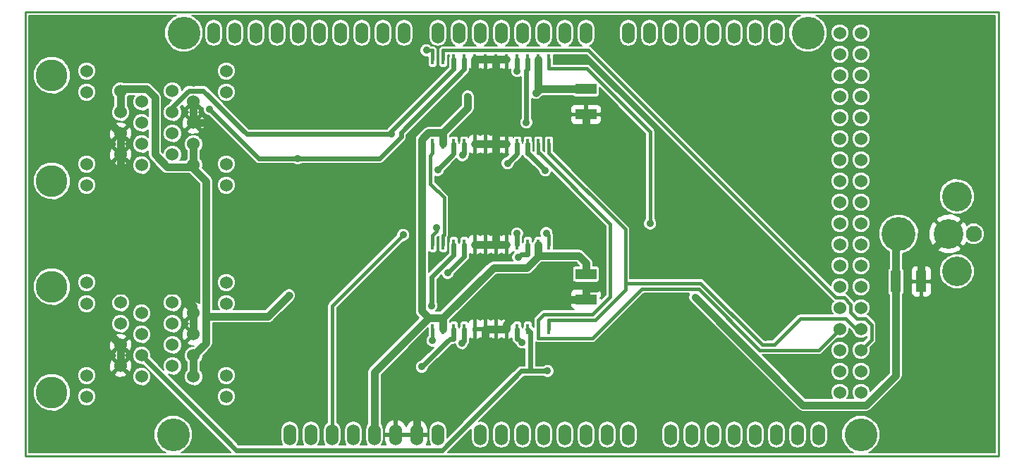
<source format=gbl>
G04 (created by PCBNEW (2013-jul-07)-stable) date Wed 27 Aug 2014 01:35:07 PM EDT*
%MOIN*%
G04 Gerber Fmt 3.4, Leading zero omitted, Abs format*
%FSLAX34Y34*%
G01*
G70*
G90*
G04 APERTURE LIST*
%ADD10C,0.00590551*%
%ADD11C,0.009*%
%ADD12C,0.155*%
%ADD13O,0.06X0.1*%
%ADD14C,0.06*%
%ADD15C,0.076*%
%ADD16C,0.14*%
%ADD17C,0.16*%
%ADD18R,0.05X0.1*%
%ADD19R,0.1X0.05*%
%ADD20R,0.015X0.05*%
%ADD21C,0.15*%
%ADD22C,0.035*%
%ADD23C,0.036*%
%ADD24C,0.016*%
%ADD25C,0.024*%
%ADD26C,0.008*%
G04 APERTURE END LIST*
G54D10*
G54D11*
X89500Y-51500D02*
X43500Y-51500D01*
X43500Y-30500D02*
X89500Y-30500D01*
X43500Y-30500D02*
X43500Y-51500D01*
X89500Y-51500D02*
X89500Y-30500D01*
G54D12*
X50500Y-50500D03*
X51000Y-31500D03*
X83000Y-50500D03*
X80500Y-31500D03*
G54D13*
X56000Y-50500D03*
X57000Y-50500D03*
X58000Y-50500D03*
X59000Y-50500D03*
X60000Y-50500D03*
X61000Y-50500D03*
X62000Y-50500D03*
X63000Y-50500D03*
X65000Y-50500D03*
X66000Y-50500D03*
X67000Y-50500D03*
X68000Y-50500D03*
X69000Y-50500D03*
X70000Y-50500D03*
X71000Y-50500D03*
X72000Y-50500D03*
X74000Y-50500D03*
X75000Y-50500D03*
X76000Y-50500D03*
X77000Y-50500D03*
X78000Y-50500D03*
X79000Y-50500D03*
X80000Y-50500D03*
X81000Y-50500D03*
X52400Y-31500D03*
X53400Y-31500D03*
X54400Y-31500D03*
X55400Y-31500D03*
X56400Y-31500D03*
X57400Y-31500D03*
X58400Y-31500D03*
X59400Y-31500D03*
X60400Y-31500D03*
X61400Y-31500D03*
X63000Y-31500D03*
X70000Y-31500D03*
X69000Y-31500D03*
X68000Y-31500D03*
X67000Y-31500D03*
X66000Y-31500D03*
X65000Y-31500D03*
X64000Y-31500D03*
X72000Y-31500D03*
X73000Y-31500D03*
X74000Y-31500D03*
X75000Y-31500D03*
X76000Y-31500D03*
X77000Y-31500D03*
X78000Y-31500D03*
X79000Y-31500D03*
G54D14*
X82000Y-31500D03*
X83000Y-31500D03*
X82000Y-32500D03*
X83000Y-32500D03*
X82000Y-33500D03*
X83000Y-33500D03*
X82000Y-34500D03*
X83000Y-34500D03*
X82000Y-35500D03*
X83000Y-35500D03*
X82000Y-36500D03*
X83000Y-36500D03*
X82000Y-37500D03*
X83000Y-37500D03*
X82000Y-38500D03*
X83000Y-38500D03*
X82000Y-39500D03*
X83000Y-39500D03*
X82000Y-40500D03*
X83000Y-40500D03*
X82000Y-41500D03*
X83000Y-41500D03*
X82000Y-42500D03*
X83000Y-42500D03*
X82000Y-43500D03*
X83000Y-43500D03*
X82000Y-44500D03*
X83000Y-44500D03*
X82000Y-45500D03*
X83000Y-45500D03*
X82000Y-46500D03*
X83000Y-46500D03*
X82000Y-47500D03*
X83000Y-47500D03*
X82000Y-48500D03*
X83000Y-48500D03*
G54D15*
X88320Y-41000D03*
G54D16*
X87140Y-41000D03*
G54D17*
X84780Y-41000D03*
G54D16*
X87530Y-39230D03*
X87530Y-42770D03*
G54D18*
X84650Y-43250D03*
X85850Y-43250D03*
G54D19*
X70000Y-34150D03*
X70000Y-35350D03*
X70000Y-42900D03*
X70000Y-44100D03*
G54D20*
X65750Y-36750D03*
X66250Y-36750D03*
X66750Y-36750D03*
X67250Y-36750D03*
X67750Y-36750D03*
X68250Y-36750D03*
X65250Y-36750D03*
X64750Y-36750D03*
X64250Y-36750D03*
X63750Y-36750D03*
X63250Y-36750D03*
X62750Y-36750D03*
X62750Y-32750D03*
X63250Y-32750D03*
X63750Y-32750D03*
X64250Y-32750D03*
X64750Y-32750D03*
X65250Y-32750D03*
X65750Y-32750D03*
X66250Y-32750D03*
X66750Y-32750D03*
X67250Y-32750D03*
X67750Y-32750D03*
X68250Y-32750D03*
X65750Y-45500D03*
X66250Y-45500D03*
X66750Y-45500D03*
X67250Y-45500D03*
X67750Y-45500D03*
X68250Y-45500D03*
X65250Y-45500D03*
X64750Y-45500D03*
X64250Y-45500D03*
X63750Y-45500D03*
X63250Y-45500D03*
X62750Y-45500D03*
X62750Y-41500D03*
X63250Y-41500D03*
X63750Y-41500D03*
X64250Y-41500D03*
X64750Y-41500D03*
X65250Y-41500D03*
X65750Y-41500D03*
X66250Y-41500D03*
X66750Y-41500D03*
X67250Y-41500D03*
X67750Y-41500D03*
X68250Y-41500D03*
G54D21*
X44750Y-43500D03*
X44750Y-48500D03*
G54D14*
X46400Y-43300D03*
X46400Y-44300D03*
X46400Y-47700D03*
X46400Y-48700D03*
X48000Y-44250D03*
X48000Y-45250D03*
X48000Y-46250D03*
X48000Y-47250D03*
X49000Y-44750D03*
X49000Y-45750D03*
X49000Y-46750D03*
X49000Y-47750D03*
X50450Y-44250D03*
X50450Y-45250D03*
X51450Y-44750D03*
X51450Y-45750D03*
X50450Y-46250D03*
X51450Y-46750D03*
X50450Y-47250D03*
X51450Y-47750D03*
X53000Y-43300D03*
X53000Y-44300D03*
X53000Y-47700D03*
X53000Y-48700D03*
G54D21*
X44750Y-33500D03*
X44750Y-38500D03*
G54D14*
X46400Y-33300D03*
X46400Y-34300D03*
X46400Y-37700D03*
X46400Y-38700D03*
X48000Y-34250D03*
X48000Y-35250D03*
X48000Y-36250D03*
X48000Y-37250D03*
X49000Y-34750D03*
X49000Y-35750D03*
X49000Y-36750D03*
X49000Y-37750D03*
X50450Y-34250D03*
X50450Y-35250D03*
X51450Y-34750D03*
X51450Y-35750D03*
X50450Y-36250D03*
X51450Y-36750D03*
X50450Y-37250D03*
X51450Y-37750D03*
X53000Y-33300D03*
X53000Y-34300D03*
X53000Y-37700D03*
X53000Y-38700D03*
G54D22*
X67625Y-34336D03*
X64415Y-34502D03*
X62741Y-46051D03*
X66750Y-33295D03*
X67180Y-35728D03*
X68184Y-47485D03*
X66980Y-46140D03*
X64135Y-46175D03*
X62238Y-47289D03*
X62699Y-44400D03*
X63464Y-42851D03*
X68078Y-37996D03*
X66294Y-37662D03*
X64156Y-37281D03*
X62991Y-37978D03*
X60817Y-36289D03*
X56373Y-37424D03*
X52217Y-35101D03*
X66741Y-40974D03*
X66794Y-42114D03*
X68127Y-40959D03*
X61358Y-41048D03*
X73034Y-40514D03*
X62941Y-40693D03*
X62459Y-32319D03*
X78466Y-45867D03*
X51450Y-33829D03*
X55969Y-43900D03*
X75153Y-43993D03*
G54D23*
X63250Y-36750D02*
X63250Y-36219D01*
X63250Y-45500D02*
X63250Y-44969D01*
X69660Y-42030D02*
X70000Y-42369D01*
X67750Y-42030D02*
X69660Y-42030D01*
X67750Y-41500D02*
X67750Y-42030D01*
X70000Y-42900D02*
X70000Y-42369D01*
X63250Y-44969D02*
X62555Y-44969D01*
X60000Y-47525D02*
X60000Y-50500D01*
X62555Y-44969D02*
X60000Y-47525D01*
X70000Y-34150D02*
X69219Y-34150D01*
X67811Y-34150D02*
X69219Y-34150D01*
X67750Y-34088D02*
X67811Y-34150D01*
X67750Y-32750D02*
X67750Y-34088D01*
X67811Y-34150D02*
X67625Y-34336D01*
X64415Y-35054D02*
X64415Y-34502D01*
X63250Y-36219D02*
X64415Y-35054D01*
X62240Y-44655D02*
X62555Y-44969D01*
X62240Y-36531D02*
X62240Y-44655D01*
X62552Y-36219D02*
X62240Y-36531D01*
X63250Y-36219D02*
X62552Y-36219D01*
X67750Y-42064D02*
X67750Y-42030D01*
X67215Y-42598D02*
X67750Y-42064D01*
X65620Y-42598D02*
X67215Y-42598D01*
X63250Y-44969D02*
X65620Y-42598D01*
G54D24*
X68250Y-45500D02*
X68250Y-45069D01*
X68250Y-36750D02*
X68250Y-37180D01*
X82766Y-45500D02*
X83000Y-45500D01*
X82276Y-45009D02*
X82766Y-45500D01*
X80126Y-45009D02*
X82276Y-45009D01*
X78899Y-46235D02*
X80126Y-45009D01*
X78325Y-46235D02*
X78899Y-46235D01*
X75415Y-43326D02*
X78325Y-46235D01*
X71854Y-43326D02*
X75415Y-43326D01*
X71854Y-43643D02*
X71854Y-43326D01*
X70428Y-45069D02*
X71854Y-43643D01*
X68250Y-45069D02*
X70428Y-45069D01*
X71854Y-40785D02*
X68250Y-37180D01*
X71854Y-43326D02*
X71854Y-40785D01*
X67750Y-45500D02*
X67750Y-45069D01*
X67750Y-36750D02*
X67750Y-37180D01*
X67750Y-45500D02*
X67750Y-45930D01*
X68010Y-44809D02*
X67750Y-45069D01*
X70306Y-44809D02*
X68010Y-44809D01*
X71152Y-43964D02*
X70306Y-44809D01*
X71152Y-40535D02*
X71152Y-43964D01*
X67797Y-37180D02*
X71152Y-40535D01*
X67750Y-37180D02*
X67797Y-37180D01*
X81004Y-46495D02*
X82000Y-45500D01*
X78217Y-46495D02*
X81004Y-46495D01*
X75320Y-43598D02*
X78217Y-46495D01*
X72636Y-43598D02*
X75320Y-43598D01*
X70304Y-45930D02*
X72636Y-43598D01*
X67750Y-45930D02*
X70304Y-45930D01*
X62741Y-45938D02*
X62741Y-46051D01*
X62750Y-45930D02*
X62741Y-45938D01*
X62750Y-45500D02*
X62750Y-45930D01*
X83499Y-46000D02*
X83000Y-46500D01*
X83499Y-45301D02*
X83499Y-46000D01*
X83198Y-45000D02*
X83499Y-45301D01*
X82813Y-45000D02*
X83198Y-45000D01*
X82519Y-44706D02*
X82813Y-45000D01*
X82519Y-44333D02*
X82519Y-44706D01*
X82206Y-44019D02*
X82519Y-44333D01*
X81819Y-44019D02*
X82206Y-44019D01*
X70119Y-32319D02*
X81819Y-44019D01*
X63250Y-32319D02*
X70119Y-32319D01*
X63250Y-32750D02*
X63250Y-32319D01*
G54D25*
X66750Y-32750D02*
X66750Y-33295D01*
X67180Y-33289D02*
X67250Y-33220D01*
X67180Y-35728D02*
X67180Y-33289D01*
X67250Y-32750D02*
X67250Y-33220D01*
X66950Y-47485D02*
X67375Y-47485D01*
X63211Y-51224D02*
X66950Y-47485D01*
X53474Y-51224D02*
X63211Y-51224D01*
X49000Y-46750D02*
X53474Y-51224D01*
X67375Y-47485D02*
X68184Y-47485D01*
X67375Y-45625D02*
X67250Y-45500D01*
X67375Y-47485D02*
X67375Y-45625D01*
X66810Y-45970D02*
X66750Y-45970D01*
X66980Y-46140D02*
X66810Y-45970D01*
X66750Y-45500D02*
X66750Y-45970D01*
X64250Y-46060D02*
X64250Y-45500D01*
X64135Y-46175D02*
X64250Y-46060D01*
X63750Y-45500D02*
X63750Y-45970D01*
X63557Y-45970D02*
X62238Y-47289D01*
X63750Y-45970D02*
X63557Y-45970D01*
X62699Y-44400D02*
X62699Y-43050D01*
X63750Y-42000D02*
X63750Y-41500D01*
X62699Y-43050D02*
X63750Y-42000D01*
X64250Y-42065D02*
X64250Y-41500D01*
X63464Y-42851D02*
X64250Y-42065D01*
X67302Y-37220D02*
X67250Y-37220D01*
X68078Y-37996D02*
X67302Y-37220D01*
X67250Y-36750D02*
X67250Y-37220D01*
X66750Y-36750D02*
X66750Y-37220D01*
X66736Y-37220D02*
X66294Y-37662D01*
X66750Y-37220D02*
X66736Y-37220D01*
X64218Y-37220D02*
X64250Y-37220D01*
X64156Y-37281D02*
X64218Y-37220D01*
X64250Y-36750D02*
X64250Y-37220D01*
X63749Y-37220D02*
X62991Y-37978D01*
X63750Y-37220D02*
X63749Y-37220D01*
X63750Y-36750D02*
X63750Y-37220D01*
X63750Y-32750D02*
X63750Y-33220D01*
X60817Y-36152D02*
X60817Y-36289D01*
X63750Y-33220D02*
X60817Y-36152D01*
X50450Y-35250D02*
X50450Y-35250D01*
X50450Y-35014D02*
X50450Y-35250D01*
X51234Y-34229D02*
X50450Y-35014D01*
X51905Y-34229D02*
X51234Y-34229D01*
X53965Y-36289D02*
X51905Y-34229D01*
X60817Y-36289D02*
X53965Y-36289D01*
X64250Y-32750D02*
X64250Y-33220D01*
X61254Y-36215D02*
X64250Y-33220D01*
X61254Y-36413D02*
X61254Y-36215D01*
X60243Y-37424D02*
X61254Y-36413D01*
X56373Y-37424D02*
X60243Y-37424D01*
X54541Y-37424D02*
X56373Y-37424D01*
X52217Y-35101D02*
X54541Y-37424D01*
X66741Y-41021D02*
X66741Y-40974D01*
X66750Y-41029D02*
X66741Y-41021D01*
X66750Y-41500D02*
X66750Y-41029D01*
X66939Y-41970D02*
X67250Y-41970D01*
X66794Y-42114D02*
X66939Y-41970D01*
X67250Y-41500D02*
X67250Y-41970D01*
G54D24*
X68237Y-41069D02*
X68127Y-40959D01*
X68250Y-41069D02*
X68237Y-41069D01*
X68250Y-41500D02*
X68250Y-41069D01*
X58000Y-44407D02*
X61358Y-41048D01*
X58000Y-50500D02*
X58000Y-44407D01*
X70042Y-33180D02*
X68250Y-33180D01*
X73034Y-36172D02*
X70042Y-33180D01*
X73034Y-40514D02*
X73034Y-36172D01*
X68250Y-32750D02*
X68250Y-33180D01*
X62941Y-40878D02*
X62941Y-40693D01*
X62750Y-41069D02*
X62941Y-40878D01*
X62750Y-41500D02*
X62750Y-41069D01*
X62750Y-32750D02*
X62750Y-32319D01*
X62459Y-32319D02*
X62750Y-32319D01*
X62750Y-36750D02*
X62750Y-37180D01*
X63250Y-41500D02*
X63250Y-41069D01*
X62636Y-37293D02*
X62750Y-37180D01*
X62636Y-38628D02*
X62636Y-37293D01*
X63296Y-39288D02*
X62636Y-38628D01*
X63296Y-41023D02*
X63296Y-39288D01*
X63250Y-41069D02*
X63296Y-41023D01*
G54D23*
X65750Y-45500D02*
X65250Y-45500D01*
X66250Y-45500D02*
X65750Y-45500D01*
X66250Y-36750D02*
X65750Y-36750D01*
X65750Y-36219D02*
X65750Y-32750D01*
X65250Y-36750D02*
X64750Y-36750D01*
X65750Y-36750D02*
X65250Y-36750D01*
X65750Y-41500D02*
X65750Y-40873D01*
X65750Y-40873D02*
X66134Y-40489D01*
X64750Y-41500D02*
X65250Y-41500D01*
X65250Y-41500D02*
X65750Y-41500D01*
X65750Y-41500D02*
X66250Y-41500D01*
X48000Y-47250D02*
X48000Y-46250D01*
X65750Y-32750D02*
X65250Y-32750D01*
X65250Y-32750D02*
X64750Y-32750D01*
X66250Y-32750D02*
X65750Y-32750D01*
X85850Y-42290D02*
X85850Y-43250D01*
X87140Y-41000D02*
X85850Y-42290D01*
X51450Y-45750D02*
X51450Y-44750D01*
X62000Y-49280D02*
X62000Y-50500D01*
X65250Y-45500D02*
X65250Y-46030D01*
X65250Y-46030D02*
X62000Y-49280D01*
X70000Y-44100D02*
X70000Y-43569D01*
X68778Y-40489D02*
X66134Y-40489D01*
X70780Y-42491D02*
X68778Y-40489D01*
X70780Y-43286D02*
X70780Y-42491D01*
X70496Y-43569D02*
X70780Y-43286D01*
X70000Y-43569D02*
X70496Y-43569D01*
X66250Y-45500D02*
X66250Y-45433D01*
X66250Y-45433D02*
X66250Y-45367D01*
X67417Y-44100D02*
X70000Y-44100D01*
X66250Y-45267D02*
X67417Y-44100D01*
X66250Y-45367D02*
X66250Y-45267D01*
X65750Y-36750D02*
X65750Y-36617D01*
X64750Y-33353D02*
X64750Y-32750D01*
X64344Y-33759D02*
X64750Y-33353D01*
X65750Y-40104D02*
X66134Y-40489D01*
X65750Y-36750D02*
X65750Y-40104D01*
X65750Y-36219D02*
X66250Y-36219D01*
X65750Y-36617D02*
X65750Y-36219D01*
X70000Y-36021D02*
X69801Y-36219D01*
X70000Y-35350D02*
X70000Y-36021D01*
X69801Y-36219D02*
X66250Y-36219D01*
X48000Y-36250D02*
X48000Y-37250D01*
X48000Y-37250D02*
X48000Y-43658D01*
X50699Y-43658D02*
X48000Y-43658D01*
X51450Y-44408D02*
X50699Y-43658D01*
X51450Y-44750D02*
X51450Y-44408D01*
X47406Y-45656D02*
X48000Y-46250D01*
X47406Y-44021D02*
X47406Y-45656D01*
X47769Y-43658D02*
X47406Y-44021D01*
X48000Y-43658D02*
X47769Y-43658D01*
X51272Y-33652D02*
X51450Y-33829D01*
X47775Y-33652D02*
X51272Y-33652D01*
X47406Y-34021D02*
X47775Y-33652D01*
X47406Y-35656D02*
X47406Y-34021D01*
X48000Y-36250D02*
X47406Y-35656D01*
X73968Y-41369D02*
X78466Y-45867D01*
X73245Y-41369D02*
X73968Y-41369D01*
X69801Y-37925D02*
X73245Y-41369D01*
X69801Y-36219D02*
X69801Y-37925D01*
X61721Y-36382D02*
X64344Y-33759D01*
X61721Y-36521D02*
X61721Y-36382D01*
X60361Y-37880D02*
X61721Y-36521D01*
X54128Y-37880D02*
X60361Y-37880D01*
X51997Y-35750D02*
X54128Y-37880D01*
X51450Y-35750D02*
X51997Y-35750D01*
X51450Y-35750D02*
X51450Y-34750D01*
X51450Y-47750D02*
X51450Y-46750D01*
X48000Y-35250D02*
X48000Y-34250D01*
X51450Y-37750D02*
X51450Y-36750D01*
X50206Y-37832D02*
X51367Y-37832D01*
X49623Y-37249D02*
X50206Y-37832D01*
X49623Y-34543D02*
X49623Y-37249D01*
X49229Y-34149D02*
X49623Y-34543D01*
X48100Y-34149D02*
X49229Y-34149D01*
X48000Y-34250D02*
X48100Y-34149D01*
X51367Y-37832D02*
X51450Y-37750D01*
X54974Y-44895D02*
X55969Y-43900D01*
X52041Y-44895D02*
X54974Y-44895D01*
X52041Y-38507D02*
X52041Y-44895D01*
X51367Y-37832D02*
X52041Y-38507D01*
X52041Y-46158D02*
X51450Y-46750D01*
X52041Y-44895D02*
X52041Y-46158D01*
X84650Y-41130D02*
X84780Y-41000D01*
X84650Y-43250D02*
X84650Y-41130D01*
X84650Y-47691D02*
X84650Y-43250D01*
X83249Y-49091D02*
X84650Y-47691D01*
X80252Y-49091D02*
X83249Y-49091D01*
X75153Y-43993D02*
X80252Y-49091D01*
G54D10*
G36*
X89335Y-51335D02*
X88840Y-51335D01*
X88840Y-40897D01*
X88761Y-40705D01*
X88614Y-40559D01*
X88423Y-40480D01*
X88370Y-40480D01*
X88370Y-39063D01*
X88242Y-38754D01*
X88006Y-38518D01*
X87697Y-38390D01*
X87363Y-38389D01*
X87054Y-38517D01*
X86818Y-38753D01*
X86690Y-39062D01*
X86689Y-39396D01*
X86817Y-39705D01*
X87053Y-39941D01*
X87362Y-40069D01*
X87696Y-40070D01*
X88005Y-39942D01*
X88241Y-39706D01*
X88369Y-39397D01*
X88370Y-39063D01*
X88370Y-40480D01*
X88217Y-40479D01*
X88025Y-40558D01*
X87992Y-40591D01*
X87949Y-40486D01*
X87816Y-40408D01*
X87731Y-40493D01*
X87731Y-40323D01*
X87653Y-40190D01*
X87304Y-40055D01*
X86931Y-40064D01*
X86626Y-40190D01*
X86548Y-40323D01*
X87140Y-40915D01*
X87731Y-40323D01*
X87731Y-40493D01*
X87224Y-41000D01*
X87816Y-41591D01*
X87949Y-41513D01*
X87990Y-41406D01*
X88025Y-41440D01*
X88216Y-41519D01*
X88422Y-41520D01*
X88614Y-41441D01*
X88760Y-41294D01*
X88839Y-41103D01*
X88840Y-40897D01*
X88840Y-51335D01*
X88370Y-51335D01*
X88370Y-42603D01*
X88242Y-42294D01*
X88006Y-42058D01*
X87731Y-41944D01*
X87731Y-41676D01*
X87140Y-41084D01*
X87055Y-41169D01*
X87055Y-41000D01*
X86463Y-40408D01*
X86330Y-40486D01*
X86195Y-40835D01*
X86204Y-41208D01*
X86330Y-41513D01*
X86463Y-41591D01*
X87055Y-41000D01*
X87055Y-41169D01*
X86548Y-41676D01*
X86626Y-41809D01*
X86975Y-41944D01*
X87348Y-41935D01*
X87653Y-41809D01*
X87731Y-41676D01*
X87731Y-41944D01*
X87697Y-41930D01*
X87363Y-41929D01*
X87054Y-42057D01*
X86818Y-42293D01*
X86690Y-42602D01*
X86689Y-42936D01*
X86817Y-43245D01*
X87053Y-43481D01*
X87362Y-43609D01*
X87696Y-43610D01*
X88005Y-43482D01*
X88241Y-43246D01*
X88369Y-42937D01*
X88370Y-42603D01*
X88370Y-51335D01*
X86340Y-51335D01*
X86340Y-43702D01*
X86340Y-42797D01*
X86339Y-42702D01*
X86303Y-42613D01*
X86235Y-42546D01*
X86147Y-42509D01*
X85970Y-42510D01*
X85910Y-42570D01*
X85910Y-43190D01*
X86280Y-43190D01*
X86340Y-43130D01*
X86340Y-42797D01*
X86340Y-43702D01*
X86340Y-43370D01*
X86280Y-43310D01*
X85910Y-43310D01*
X85910Y-43930D01*
X85970Y-43990D01*
X86147Y-43990D01*
X86235Y-43953D01*
X86303Y-43886D01*
X86339Y-43797D01*
X86340Y-43702D01*
X86340Y-51335D01*
X85790Y-51335D01*
X85790Y-43930D01*
X85790Y-43310D01*
X85790Y-43190D01*
X85790Y-42570D01*
X85730Y-42510D01*
X85552Y-42509D01*
X85464Y-42546D01*
X85396Y-42613D01*
X85360Y-42702D01*
X85359Y-42797D01*
X85360Y-43130D01*
X85420Y-43190D01*
X85790Y-43190D01*
X85790Y-43310D01*
X85420Y-43310D01*
X85360Y-43370D01*
X85359Y-43702D01*
X85360Y-43797D01*
X85396Y-43886D01*
X85464Y-43953D01*
X85552Y-43990D01*
X85730Y-43990D01*
X85790Y-43930D01*
X85790Y-51335D01*
X83375Y-51335D01*
X83517Y-51276D01*
X83775Y-51018D01*
X83914Y-50682D01*
X83915Y-50318D01*
X83776Y-49982D01*
X83518Y-49724D01*
X83182Y-49585D01*
X82818Y-49584D01*
X82482Y-49723D01*
X82224Y-49981D01*
X82085Y-50317D01*
X82084Y-50681D01*
X82223Y-51017D01*
X82481Y-51275D01*
X82624Y-51335D01*
X81440Y-51335D01*
X81440Y-50712D01*
X81440Y-50287D01*
X81406Y-50119D01*
X81311Y-49976D01*
X81168Y-49880D01*
X81000Y-49847D01*
X80831Y-49880D01*
X80688Y-49976D01*
X80593Y-50119D01*
X80560Y-50287D01*
X80560Y-50712D01*
X80593Y-50880D01*
X80688Y-51023D01*
X80831Y-51119D01*
X81000Y-51152D01*
X81168Y-51119D01*
X81311Y-51023D01*
X81406Y-50880D01*
X81440Y-50712D01*
X81440Y-51335D01*
X80440Y-51335D01*
X80440Y-50712D01*
X80440Y-50287D01*
X80406Y-50119D01*
X80311Y-49976D01*
X80168Y-49880D01*
X80000Y-49847D01*
X79831Y-49880D01*
X79688Y-49976D01*
X79593Y-50119D01*
X79560Y-50287D01*
X79560Y-50712D01*
X79593Y-50880D01*
X79688Y-51023D01*
X79831Y-51119D01*
X80000Y-51152D01*
X80168Y-51119D01*
X80311Y-51023D01*
X80406Y-50880D01*
X80440Y-50712D01*
X80440Y-51335D01*
X79440Y-51335D01*
X79440Y-50712D01*
X79440Y-50287D01*
X79406Y-50119D01*
X79311Y-49976D01*
X79168Y-49880D01*
X79000Y-49847D01*
X78831Y-49880D01*
X78688Y-49976D01*
X78593Y-50119D01*
X78560Y-50287D01*
X78560Y-50712D01*
X78593Y-50880D01*
X78688Y-51023D01*
X78831Y-51119D01*
X79000Y-51152D01*
X79168Y-51119D01*
X79311Y-51023D01*
X79406Y-50880D01*
X79440Y-50712D01*
X79440Y-51335D01*
X78440Y-51335D01*
X78440Y-50712D01*
X78440Y-50287D01*
X78406Y-50119D01*
X78311Y-49976D01*
X78168Y-49880D01*
X78000Y-49847D01*
X77831Y-49880D01*
X77688Y-49976D01*
X77593Y-50119D01*
X77560Y-50287D01*
X77560Y-50712D01*
X77593Y-50880D01*
X77688Y-51023D01*
X77831Y-51119D01*
X78000Y-51152D01*
X78168Y-51119D01*
X78311Y-51023D01*
X78406Y-50880D01*
X78440Y-50712D01*
X78440Y-51335D01*
X77440Y-51335D01*
X77440Y-50712D01*
X77440Y-50287D01*
X77406Y-50119D01*
X77311Y-49976D01*
X77168Y-49880D01*
X77000Y-49847D01*
X76831Y-49880D01*
X76688Y-49976D01*
X76593Y-50119D01*
X76560Y-50287D01*
X76560Y-50712D01*
X76593Y-50880D01*
X76688Y-51023D01*
X76831Y-51119D01*
X77000Y-51152D01*
X77168Y-51119D01*
X77311Y-51023D01*
X77406Y-50880D01*
X77440Y-50712D01*
X77440Y-51335D01*
X76440Y-51335D01*
X76440Y-50712D01*
X76440Y-50287D01*
X76406Y-50119D01*
X76311Y-49976D01*
X76168Y-49880D01*
X76000Y-49847D01*
X75831Y-49880D01*
X75688Y-49976D01*
X75593Y-50119D01*
X75560Y-50287D01*
X75560Y-50712D01*
X75593Y-50880D01*
X75688Y-51023D01*
X75831Y-51119D01*
X76000Y-51152D01*
X76168Y-51119D01*
X76311Y-51023D01*
X76406Y-50880D01*
X76440Y-50712D01*
X76440Y-51335D01*
X75440Y-51335D01*
X75440Y-50712D01*
X75440Y-50287D01*
X75406Y-50119D01*
X75311Y-49976D01*
X75168Y-49880D01*
X75000Y-49847D01*
X74831Y-49880D01*
X74688Y-49976D01*
X74593Y-50119D01*
X74560Y-50287D01*
X74560Y-50712D01*
X74593Y-50880D01*
X74688Y-51023D01*
X74831Y-51119D01*
X75000Y-51152D01*
X75168Y-51119D01*
X75311Y-51023D01*
X75406Y-50880D01*
X75440Y-50712D01*
X75440Y-51335D01*
X74440Y-51335D01*
X74440Y-50712D01*
X74440Y-50287D01*
X74406Y-50119D01*
X74311Y-49976D01*
X74168Y-49880D01*
X74000Y-49847D01*
X73831Y-49880D01*
X73688Y-49976D01*
X73593Y-50119D01*
X73560Y-50287D01*
X73560Y-50712D01*
X73593Y-50880D01*
X73688Y-51023D01*
X73831Y-51119D01*
X74000Y-51152D01*
X74168Y-51119D01*
X74311Y-51023D01*
X74406Y-50880D01*
X74440Y-50712D01*
X74440Y-51335D01*
X72440Y-51335D01*
X72440Y-50712D01*
X72440Y-50287D01*
X72406Y-50119D01*
X72311Y-49976D01*
X72168Y-49880D01*
X72000Y-49847D01*
X71831Y-49880D01*
X71688Y-49976D01*
X71593Y-50119D01*
X71560Y-50287D01*
X71560Y-50712D01*
X71593Y-50880D01*
X71688Y-51023D01*
X71831Y-51119D01*
X72000Y-51152D01*
X72168Y-51119D01*
X72311Y-51023D01*
X72406Y-50880D01*
X72440Y-50712D01*
X72440Y-51335D01*
X71440Y-51335D01*
X71440Y-50712D01*
X71440Y-50287D01*
X71406Y-50119D01*
X71311Y-49976D01*
X71168Y-49880D01*
X71000Y-49847D01*
X70831Y-49880D01*
X70688Y-49976D01*
X70593Y-50119D01*
X70560Y-50287D01*
X70560Y-50712D01*
X70593Y-50880D01*
X70688Y-51023D01*
X70831Y-51119D01*
X71000Y-51152D01*
X71168Y-51119D01*
X71311Y-51023D01*
X71406Y-50880D01*
X71440Y-50712D01*
X71440Y-51335D01*
X70440Y-51335D01*
X70440Y-50712D01*
X70440Y-50287D01*
X70406Y-50119D01*
X70311Y-49976D01*
X70168Y-49880D01*
X70000Y-49847D01*
X69831Y-49880D01*
X69688Y-49976D01*
X69593Y-50119D01*
X69560Y-50287D01*
X69560Y-50712D01*
X69593Y-50880D01*
X69688Y-51023D01*
X69831Y-51119D01*
X70000Y-51152D01*
X70168Y-51119D01*
X70311Y-51023D01*
X70406Y-50880D01*
X70440Y-50712D01*
X70440Y-51335D01*
X69440Y-51335D01*
X69440Y-50712D01*
X69440Y-50287D01*
X69406Y-50119D01*
X69311Y-49976D01*
X69168Y-49880D01*
X69000Y-49847D01*
X68831Y-49880D01*
X68688Y-49976D01*
X68593Y-50119D01*
X68560Y-50287D01*
X68560Y-50712D01*
X68593Y-50880D01*
X68688Y-51023D01*
X68831Y-51119D01*
X69000Y-51152D01*
X69168Y-51119D01*
X69311Y-51023D01*
X69406Y-50880D01*
X69440Y-50712D01*
X69440Y-51335D01*
X68440Y-51335D01*
X68440Y-50712D01*
X68440Y-50287D01*
X68406Y-50119D01*
X68311Y-49976D01*
X68168Y-49880D01*
X68000Y-49847D01*
X67831Y-49880D01*
X67688Y-49976D01*
X67593Y-50119D01*
X67560Y-50287D01*
X67560Y-50712D01*
X67593Y-50880D01*
X67688Y-51023D01*
X67831Y-51119D01*
X68000Y-51152D01*
X68168Y-51119D01*
X68311Y-51023D01*
X68406Y-50880D01*
X68440Y-50712D01*
X68440Y-51335D01*
X67440Y-51335D01*
X67440Y-50712D01*
X67440Y-50287D01*
X67406Y-50119D01*
X67311Y-49976D01*
X67168Y-49880D01*
X67000Y-49847D01*
X66831Y-49880D01*
X66688Y-49976D01*
X66593Y-50119D01*
X66560Y-50287D01*
X66560Y-50712D01*
X66593Y-50880D01*
X66688Y-51023D01*
X66831Y-51119D01*
X67000Y-51152D01*
X67168Y-51119D01*
X67311Y-51023D01*
X67406Y-50880D01*
X67440Y-50712D01*
X67440Y-51335D01*
X66440Y-51335D01*
X66440Y-50712D01*
X66440Y-50287D01*
X66406Y-50119D01*
X66311Y-49976D01*
X66168Y-49880D01*
X66000Y-49847D01*
X65831Y-49880D01*
X65688Y-49976D01*
X65593Y-50119D01*
X65560Y-50287D01*
X65560Y-50712D01*
X65593Y-50880D01*
X65688Y-51023D01*
X65831Y-51119D01*
X66000Y-51152D01*
X66168Y-51119D01*
X66311Y-51023D01*
X66406Y-50880D01*
X66440Y-50712D01*
X66440Y-51335D01*
X63468Y-51335D01*
X64570Y-50233D01*
X64560Y-50287D01*
X64560Y-50712D01*
X64593Y-50880D01*
X64688Y-51023D01*
X64831Y-51119D01*
X65000Y-51152D01*
X65168Y-51119D01*
X65311Y-51023D01*
X65406Y-50880D01*
X65440Y-50712D01*
X65440Y-50287D01*
X65406Y-50119D01*
X65311Y-49976D01*
X65168Y-49880D01*
X65000Y-49847D01*
X64945Y-49858D01*
X67058Y-47745D01*
X67375Y-47745D01*
X67998Y-47745D01*
X68005Y-47752D01*
X68121Y-47800D01*
X68246Y-47800D01*
X68362Y-47752D01*
X68451Y-47664D01*
X68499Y-47548D01*
X68499Y-47423D01*
X68451Y-47307D01*
X68363Y-47218D01*
X68247Y-47170D01*
X68122Y-47170D01*
X68006Y-47218D01*
X67998Y-47225D01*
X67635Y-47225D01*
X67635Y-46112D01*
X67665Y-46133D01*
X67750Y-46150D01*
X70304Y-46150D01*
X70388Y-46133D01*
X70388Y-46133D01*
X70459Y-46085D01*
X72727Y-43818D01*
X74885Y-43818D01*
X74872Y-43849D01*
X74858Y-43870D01*
X74853Y-43895D01*
X74838Y-43930D01*
X74838Y-43967D01*
X74833Y-43993D01*
X74838Y-44018D01*
X74838Y-44055D01*
X74853Y-44090D01*
X74858Y-44115D01*
X74872Y-44136D01*
X74886Y-44171D01*
X74913Y-44198D01*
X74927Y-44219D01*
X80025Y-49317D01*
X80025Y-49317D01*
X80129Y-49387D01*
X80252Y-49411D01*
X83249Y-49411D01*
X83249Y-49411D01*
X83371Y-49387D01*
X83475Y-49317D01*
X84876Y-47917D01*
X84876Y-47917D01*
X84945Y-47813D01*
X84969Y-47691D01*
X84970Y-47691D01*
X84970Y-43872D01*
X84979Y-43868D01*
X85018Y-43829D01*
X85039Y-43777D01*
X85040Y-43722D01*
X85040Y-42722D01*
X85018Y-42670D01*
X84979Y-42631D01*
X84970Y-42627D01*
X84970Y-41938D01*
X85311Y-41797D01*
X85576Y-41533D01*
X85719Y-41187D01*
X85720Y-40813D01*
X85577Y-40468D01*
X85313Y-40203D01*
X84967Y-40060D01*
X84593Y-40059D01*
X84248Y-40202D01*
X83983Y-40466D01*
X83840Y-40812D01*
X83839Y-41186D01*
X83982Y-41531D01*
X84246Y-41796D01*
X84330Y-41830D01*
X84330Y-42627D01*
X84320Y-42631D01*
X84281Y-42670D01*
X84260Y-42722D01*
X84259Y-42777D01*
X84259Y-43777D01*
X84281Y-43829D01*
X84320Y-43868D01*
X84330Y-43872D01*
X84330Y-47558D01*
X83440Y-48448D01*
X83440Y-48412D01*
X83440Y-47412D01*
X83373Y-47251D01*
X83249Y-47127D01*
X83087Y-47060D01*
X82912Y-47059D01*
X82751Y-47126D01*
X82627Y-47250D01*
X82560Y-47412D01*
X82559Y-47587D01*
X82626Y-47748D01*
X82750Y-47872D01*
X82912Y-47939D01*
X83087Y-47940D01*
X83248Y-47873D01*
X83372Y-47749D01*
X83439Y-47587D01*
X83440Y-47412D01*
X83440Y-48412D01*
X83373Y-48251D01*
X83249Y-48127D01*
X83087Y-48060D01*
X82912Y-48059D01*
X82751Y-48126D01*
X82627Y-48250D01*
X82560Y-48412D01*
X82559Y-48587D01*
X82626Y-48748D01*
X82649Y-48771D01*
X82350Y-48771D01*
X82372Y-48749D01*
X82439Y-48587D01*
X82440Y-48412D01*
X82440Y-47412D01*
X82440Y-46412D01*
X82373Y-46251D01*
X82249Y-46127D01*
X82087Y-46060D01*
X81912Y-46059D01*
X81751Y-46126D01*
X81627Y-46250D01*
X81560Y-46412D01*
X81559Y-46587D01*
X81626Y-46748D01*
X81750Y-46872D01*
X81912Y-46939D01*
X82087Y-46940D01*
X82248Y-46873D01*
X82372Y-46749D01*
X82439Y-46587D01*
X82440Y-46412D01*
X82440Y-47412D01*
X82373Y-47251D01*
X82249Y-47127D01*
X82087Y-47060D01*
X81912Y-47059D01*
X81751Y-47126D01*
X81627Y-47250D01*
X81560Y-47412D01*
X81559Y-47587D01*
X81626Y-47748D01*
X81750Y-47872D01*
X81912Y-47939D01*
X82087Y-47940D01*
X82248Y-47873D01*
X82372Y-47749D01*
X82439Y-47587D01*
X82440Y-47412D01*
X82440Y-48412D01*
X82373Y-48251D01*
X82249Y-48127D01*
X82087Y-48060D01*
X81912Y-48059D01*
X81751Y-48126D01*
X81627Y-48250D01*
X81560Y-48412D01*
X81559Y-48587D01*
X81626Y-48748D01*
X81649Y-48771D01*
X80384Y-48771D01*
X78328Y-46715D01*
X81004Y-46715D01*
X81088Y-46698D01*
X81088Y-46698D01*
X81159Y-46651D01*
X81883Y-45927D01*
X81912Y-45939D01*
X82087Y-45940D01*
X82248Y-45873D01*
X82372Y-45749D01*
X82439Y-45587D01*
X82440Y-45484D01*
X82572Y-45616D01*
X82626Y-45748D01*
X82750Y-45872D01*
X82912Y-45939D01*
X83087Y-45940D01*
X83248Y-45873D01*
X83279Y-45842D01*
X83279Y-45909D01*
X83116Y-46072D01*
X83087Y-46060D01*
X82912Y-46059D01*
X82751Y-46126D01*
X82627Y-46250D01*
X82560Y-46412D01*
X82559Y-46587D01*
X82626Y-46748D01*
X82750Y-46872D01*
X82912Y-46939D01*
X83087Y-46940D01*
X83248Y-46873D01*
X83372Y-46749D01*
X83439Y-46587D01*
X83440Y-46412D01*
X83427Y-46383D01*
X83655Y-46155D01*
X83655Y-46155D01*
X83703Y-46084D01*
X83719Y-46000D01*
X83719Y-46000D01*
X83719Y-45301D01*
X83703Y-45216D01*
X83703Y-45216D01*
X83679Y-45181D01*
X83655Y-45145D01*
X83655Y-45145D01*
X83354Y-44844D01*
X83308Y-44813D01*
X83372Y-44749D01*
X83439Y-44587D01*
X83440Y-44412D01*
X83440Y-43412D01*
X83440Y-42412D01*
X83440Y-41412D01*
X83440Y-40412D01*
X83440Y-39412D01*
X83440Y-38412D01*
X83440Y-37412D01*
X83440Y-36412D01*
X83440Y-35412D01*
X83440Y-34412D01*
X83440Y-33412D01*
X83440Y-32412D01*
X83440Y-31412D01*
X83373Y-31251D01*
X83249Y-31127D01*
X83087Y-31060D01*
X82912Y-31059D01*
X82751Y-31126D01*
X82627Y-31250D01*
X82560Y-31412D01*
X82559Y-31587D01*
X82626Y-31748D01*
X82750Y-31872D01*
X82912Y-31939D01*
X83087Y-31940D01*
X83248Y-31873D01*
X83372Y-31749D01*
X83439Y-31587D01*
X83440Y-31412D01*
X83440Y-32412D01*
X83373Y-32251D01*
X83249Y-32127D01*
X83087Y-32060D01*
X82912Y-32059D01*
X82751Y-32126D01*
X82627Y-32250D01*
X82560Y-32412D01*
X82559Y-32587D01*
X82626Y-32748D01*
X82750Y-32872D01*
X82912Y-32939D01*
X83087Y-32940D01*
X83248Y-32873D01*
X83372Y-32749D01*
X83439Y-32587D01*
X83440Y-32412D01*
X83440Y-33412D01*
X83373Y-33251D01*
X83249Y-33127D01*
X83087Y-33060D01*
X82912Y-33059D01*
X82751Y-33126D01*
X82627Y-33250D01*
X82560Y-33412D01*
X82559Y-33587D01*
X82626Y-33748D01*
X82750Y-33872D01*
X82912Y-33939D01*
X83087Y-33940D01*
X83248Y-33873D01*
X83372Y-33749D01*
X83439Y-33587D01*
X83440Y-33412D01*
X83440Y-34412D01*
X83373Y-34251D01*
X83249Y-34127D01*
X83087Y-34060D01*
X82912Y-34059D01*
X82751Y-34126D01*
X82627Y-34250D01*
X82560Y-34412D01*
X82559Y-34587D01*
X82626Y-34748D01*
X82750Y-34872D01*
X82912Y-34939D01*
X83087Y-34940D01*
X83248Y-34873D01*
X83372Y-34749D01*
X83439Y-34587D01*
X83440Y-34412D01*
X83440Y-35412D01*
X83373Y-35251D01*
X83249Y-35127D01*
X83087Y-35060D01*
X82912Y-35059D01*
X82751Y-35126D01*
X82627Y-35250D01*
X82560Y-35412D01*
X82559Y-35587D01*
X82626Y-35748D01*
X82750Y-35872D01*
X82912Y-35939D01*
X83087Y-35940D01*
X83248Y-35873D01*
X83372Y-35749D01*
X83439Y-35587D01*
X83440Y-35412D01*
X83440Y-36412D01*
X83373Y-36251D01*
X83249Y-36127D01*
X83087Y-36060D01*
X82912Y-36059D01*
X82751Y-36126D01*
X82627Y-36250D01*
X82560Y-36412D01*
X82559Y-36587D01*
X82626Y-36748D01*
X82750Y-36872D01*
X82912Y-36939D01*
X83087Y-36940D01*
X83248Y-36873D01*
X83372Y-36749D01*
X83439Y-36587D01*
X83440Y-36412D01*
X83440Y-37412D01*
X83373Y-37251D01*
X83249Y-37127D01*
X83087Y-37060D01*
X82912Y-37059D01*
X82751Y-37126D01*
X82627Y-37250D01*
X82560Y-37412D01*
X82559Y-37587D01*
X82626Y-37748D01*
X82750Y-37872D01*
X82912Y-37939D01*
X83087Y-37940D01*
X83248Y-37873D01*
X83372Y-37749D01*
X83439Y-37587D01*
X83440Y-37412D01*
X83440Y-38412D01*
X83373Y-38251D01*
X83249Y-38127D01*
X83087Y-38060D01*
X82912Y-38059D01*
X82751Y-38126D01*
X82627Y-38250D01*
X82560Y-38412D01*
X82559Y-38587D01*
X82626Y-38748D01*
X82750Y-38872D01*
X82912Y-38939D01*
X83087Y-38940D01*
X83248Y-38873D01*
X83372Y-38749D01*
X83439Y-38587D01*
X83440Y-38412D01*
X83440Y-39412D01*
X83373Y-39251D01*
X83249Y-39127D01*
X83087Y-39060D01*
X82912Y-39059D01*
X82751Y-39126D01*
X82627Y-39250D01*
X82560Y-39412D01*
X82559Y-39587D01*
X82626Y-39748D01*
X82750Y-39872D01*
X82912Y-39939D01*
X83087Y-39940D01*
X83248Y-39873D01*
X83372Y-39749D01*
X83439Y-39587D01*
X83440Y-39412D01*
X83440Y-40412D01*
X83373Y-40251D01*
X83249Y-40127D01*
X83087Y-40060D01*
X82912Y-40059D01*
X82751Y-40126D01*
X82627Y-40250D01*
X82560Y-40412D01*
X82559Y-40587D01*
X82626Y-40748D01*
X82750Y-40872D01*
X82912Y-40939D01*
X83087Y-40940D01*
X83248Y-40873D01*
X83372Y-40749D01*
X83439Y-40587D01*
X83440Y-40412D01*
X83440Y-41412D01*
X83373Y-41251D01*
X83249Y-41127D01*
X83087Y-41060D01*
X82912Y-41059D01*
X82751Y-41126D01*
X82627Y-41250D01*
X82560Y-41412D01*
X82559Y-41587D01*
X82626Y-41748D01*
X82750Y-41872D01*
X82912Y-41939D01*
X83087Y-41940D01*
X83248Y-41873D01*
X83372Y-41749D01*
X83439Y-41587D01*
X83440Y-41412D01*
X83440Y-42412D01*
X83373Y-42251D01*
X83249Y-42127D01*
X83087Y-42060D01*
X82912Y-42059D01*
X82751Y-42126D01*
X82627Y-42250D01*
X82560Y-42412D01*
X82559Y-42587D01*
X82626Y-42748D01*
X82750Y-42872D01*
X82912Y-42939D01*
X83087Y-42940D01*
X83248Y-42873D01*
X83372Y-42749D01*
X83439Y-42587D01*
X83440Y-42412D01*
X83440Y-43412D01*
X83373Y-43251D01*
X83249Y-43127D01*
X83087Y-43060D01*
X82912Y-43059D01*
X82751Y-43126D01*
X82627Y-43250D01*
X82560Y-43412D01*
X82559Y-43587D01*
X82626Y-43748D01*
X82750Y-43872D01*
X82912Y-43939D01*
X83087Y-43940D01*
X83248Y-43873D01*
X83372Y-43749D01*
X83439Y-43587D01*
X83440Y-43412D01*
X83440Y-44412D01*
X83373Y-44251D01*
X83249Y-44127D01*
X83087Y-44060D01*
X82912Y-44059D01*
X82751Y-44126D01*
X82685Y-44192D01*
X82675Y-44177D01*
X82675Y-44177D01*
X82361Y-43864D01*
X82299Y-43822D01*
X82299Y-43822D01*
X82372Y-43749D01*
X82439Y-43587D01*
X82440Y-43412D01*
X82440Y-42412D01*
X82440Y-41412D01*
X82440Y-40412D01*
X82440Y-39412D01*
X82440Y-38412D01*
X82440Y-37412D01*
X82440Y-36412D01*
X82440Y-35412D01*
X82440Y-34412D01*
X82440Y-33412D01*
X82440Y-32412D01*
X82440Y-31412D01*
X82373Y-31251D01*
X82249Y-31127D01*
X82087Y-31060D01*
X81912Y-31059D01*
X81751Y-31126D01*
X81627Y-31250D01*
X81560Y-31412D01*
X81559Y-31587D01*
X81626Y-31748D01*
X81750Y-31872D01*
X81912Y-31939D01*
X82087Y-31940D01*
X82248Y-31873D01*
X82372Y-31749D01*
X82439Y-31587D01*
X82440Y-31412D01*
X82440Y-32412D01*
X82373Y-32251D01*
X82249Y-32127D01*
X82087Y-32060D01*
X81912Y-32059D01*
X81751Y-32126D01*
X81627Y-32250D01*
X81560Y-32412D01*
X81559Y-32587D01*
X81626Y-32748D01*
X81750Y-32872D01*
X81912Y-32939D01*
X82087Y-32940D01*
X82248Y-32873D01*
X82372Y-32749D01*
X82439Y-32587D01*
X82440Y-32412D01*
X82440Y-33412D01*
X82373Y-33251D01*
X82249Y-33127D01*
X82087Y-33060D01*
X81912Y-33059D01*
X81751Y-33126D01*
X81627Y-33250D01*
X81560Y-33412D01*
X81559Y-33587D01*
X81626Y-33748D01*
X81750Y-33872D01*
X81912Y-33939D01*
X82087Y-33940D01*
X82248Y-33873D01*
X82372Y-33749D01*
X82439Y-33587D01*
X82440Y-33412D01*
X82440Y-34412D01*
X82373Y-34251D01*
X82249Y-34127D01*
X82087Y-34060D01*
X81912Y-34059D01*
X81751Y-34126D01*
X81627Y-34250D01*
X81560Y-34412D01*
X81559Y-34587D01*
X81626Y-34748D01*
X81750Y-34872D01*
X81912Y-34939D01*
X82087Y-34940D01*
X82248Y-34873D01*
X82372Y-34749D01*
X82439Y-34587D01*
X82440Y-34412D01*
X82440Y-35412D01*
X82373Y-35251D01*
X82249Y-35127D01*
X82087Y-35060D01*
X81912Y-35059D01*
X81751Y-35126D01*
X81627Y-35250D01*
X81560Y-35412D01*
X81559Y-35587D01*
X81626Y-35748D01*
X81750Y-35872D01*
X81912Y-35939D01*
X82087Y-35940D01*
X82248Y-35873D01*
X82372Y-35749D01*
X82439Y-35587D01*
X82440Y-35412D01*
X82440Y-36412D01*
X82373Y-36251D01*
X82249Y-36127D01*
X82087Y-36060D01*
X81912Y-36059D01*
X81751Y-36126D01*
X81627Y-36250D01*
X81560Y-36412D01*
X81559Y-36587D01*
X81626Y-36748D01*
X81750Y-36872D01*
X81912Y-36939D01*
X82087Y-36940D01*
X82248Y-36873D01*
X82372Y-36749D01*
X82439Y-36587D01*
X82440Y-36412D01*
X82440Y-37412D01*
X82373Y-37251D01*
X82249Y-37127D01*
X82087Y-37060D01*
X81912Y-37059D01*
X81751Y-37126D01*
X81627Y-37250D01*
X81560Y-37412D01*
X81559Y-37587D01*
X81626Y-37748D01*
X81750Y-37872D01*
X81912Y-37939D01*
X82087Y-37940D01*
X82248Y-37873D01*
X82372Y-37749D01*
X82439Y-37587D01*
X82440Y-37412D01*
X82440Y-38412D01*
X82373Y-38251D01*
X82249Y-38127D01*
X82087Y-38060D01*
X81912Y-38059D01*
X81751Y-38126D01*
X81627Y-38250D01*
X81560Y-38412D01*
X81559Y-38587D01*
X81626Y-38748D01*
X81750Y-38872D01*
X81912Y-38939D01*
X82087Y-38940D01*
X82248Y-38873D01*
X82372Y-38749D01*
X82439Y-38587D01*
X82440Y-38412D01*
X82440Y-39412D01*
X82373Y-39251D01*
X82249Y-39127D01*
X82087Y-39060D01*
X81912Y-39059D01*
X81751Y-39126D01*
X81627Y-39250D01*
X81560Y-39412D01*
X81559Y-39587D01*
X81626Y-39748D01*
X81750Y-39872D01*
X81912Y-39939D01*
X82087Y-39940D01*
X82248Y-39873D01*
X82372Y-39749D01*
X82439Y-39587D01*
X82440Y-39412D01*
X82440Y-40412D01*
X82373Y-40251D01*
X82249Y-40127D01*
X82087Y-40060D01*
X81912Y-40059D01*
X81751Y-40126D01*
X81627Y-40250D01*
X81560Y-40412D01*
X81559Y-40587D01*
X81626Y-40748D01*
X81750Y-40872D01*
X81912Y-40939D01*
X82087Y-40940D01*
X82248Y-40873D01*
X82372Y-40749D01*
X82439Y-40587D01*
X82440Y-40412D01*
X82440Y-41412D01*
X82373Y-41251D01*
X82249Y-41127D01*
X82087Y-41060D01*
X81912Y-41059D01*
X81751Y-41126D01*
X81627Y-41250D01*
X81560Y-41412D01*
X81559Y-41587D01*
X81626Y-41748D01*
X81750Y-41872D01*
X81912Y-41939D01*
X82087Y-41940D01*
X82248Y-41873D01*
X82372Y-41749D01*
X82439Y-41587D01*
X82440Y-41412D01*
X82440Y-42412D01*
X82373Y-42251D01*
X82249Y-42127D01*
X82087Y-42060D01*
X81912Y-42059D01*
X81751Y-42126D01*
X81627Y-42250D01*
X81560Y-42412D01*
X81559Y-42587D01*
X81626Y-42748D01*
X81750Y-42872D01*
X81912Y-42939D01*
X82087Y-42940D01*
X82248Y-42873D01*
X82372Y-42749D01*
X82439Y-42587D01*
X82440Y-42412D01*
X82440Y-43412D01*
X82373Y-43251D01*
X82249Y-43127D01*
X82087Y-43060D01*
X81912Y-43059D01*
X81751Y-43126D01*
X81627Y-43250D01*
X81560Y-43412D01*
X81560Y-43448D01*
X79440Y-41328D01*
X79440Y-31712D01*
X79440Y-31287D01*
X79406Y-31119D01*
X79311Y-30976D01*
X79168Y-30880D01*
X79000Y-30847D01*
X78831Y-30880D01*
X78688Y-30976D01*
X78593Y-31119D01*
X78560Y-31287D01*
X78560Y-31712D01*
X78593Y-31880D01*
X78688Y-32023D01*
X78831Y-32119D01*
X79000Y-32152D01*
X79168Y-32119D01*
X79311Y-32023D01*
X79406Y-31880D01*
X79440Y-31712D01*
X79440Y-41328D01*
X78440Y-40328D01*
X78440Y-31712D01*
X78440Y-31287D01*
X78406Y-31119D01*
X78311Y-30976D01*
X78168Y-30880D01*
X78000Y-30847D01*
X77831Y-30880D01*
X77688Y-30976D01*
X77593Y-31119D01*
X77560Y-31287D01*
X77560Y-31712D01*
X77593Y-31880D01*
X77688Y-32023D01*
X77831Y-32119D01*
X78000Y-32152D01*
X78168Y-32119D01*
X78311Y-32023D01*
X78406Y-31880D01*
X78440Y-31712D01*
X78440Y-40328D01*
X77440Y-39328D01*
X77440Y-31712D01*
X77440Y-31287D01*
X77406Y-31119D01*
X77311Y-30976D01*
X77168Y-30880D01*
X77000Y-30847D01*
X76831Y-30880D01*
X76688Y-30976D01*
X76593Y-31119D01*
X76560Y-31287D01*
X76560Y-31712D01*
X76593Y-31880D01*
X76688Y-32023D01*
X76831Y-32119D01*
X77000Y-32152D01*
X77168Y-32119D01*
X77311Y-32023D01*
X77406Y-31880D01*
X77440Y-31712D01*
X77440Y-39328D01*
X76440Y-38328D01*
X76440Y-31712D01*
X76440Y-31287D01*
X76406Y-31119D01*
X76311Y-30976D01*
X76168Y-30880D01*
X76000Y-30847D01*
X75831Y-30880D01*
X75688Y-30976D01*
X75593Y-31119D01*
X75560Y-31287D01*
X75560Y-31712D01*
X75593Y-31880D01*
X75688Y-32023D01*
X75831Y-32119D01*
X76000Y-32152D01*
X76168Y-32119D01*
X76311Y-32023D01*
X76406Y-31880D01*
X76440Y-31712D01*
X76440Y-38328D01*
X75440Y-37328D01*
X75440Y-31712D01*
X75440Y-31287D01*
X75406Y-31119D01*
X75311Y-30976D01*
X75168Y-30880D01*
X75000Y-30847D01*
X74831Y-30880D01*
X74688Y-30976D01*
X74593Y-31119D01*
X74560Y-31287D01*
X74560Y-31712D01*
X74593Y-31880D01*
X74688Y-32023D01*
X74831Y-32119D01*
X75000Y-32152D01*
X75168Y-32119D01*
X75311Y-32023D01*
X75406Y-31880D01*
X75440Y-31712D01*
X75440Y-37328D01*
X74440Y-36328D01*
X74440Y-31712D01*
X74440Y-31287D01*
X74406Y-31119D01*
X74311Y-30976D01*
X74168Y-30880D01*
X74000Y-30847D01*
X73831Y-30880D01*
X73688Y-30976D01*
X73593Y-31119D01*
X73560Y-31287D01*
X73560Y-31712D01*
X73593Y-31880D01*
X73688Y-32023D01*
X73831Y-32119D01*
X74000Y-32152D01*
X74168Y-32119D01*
X74311Y-32023D01*
X74406Y-31880D01*
X74440Y-31712D01*
X74440Y-36328D01*
X73440Y-35328D01*
X73440Y-31712D01*
X73440Y-31287D01*
X73406Y-31119D01*
X73311Y-30976D01*
X73168Y-30880D01*
X73000Y-30847D01*
X72831Y-30880D01*
X72688Y-30976D01*
X72593Y-31119D01*
X72560Y-31287D01*
X72560Y-31712D01*
X72593Y-31880D01*
X72688Y-32023D01*
X72831Y-32119D01*
X73000Y-32152D01*
X73168Y-32119D01*
X73311Y-32023D01*
X73406Y-31880D01*
X73440Y-31712D01*
X73440Y-35328D01*
X72440Y-34328D01*
X72440Y-31712D01*
X72440Y-31287D01*
X72406Y-31119D01*
X72311Y-30976D01*
X72168Y-30880D01*
X72000Y-30847D01*
X71831Y-30880D01*
X71688Y-30976D01*
X71593Y-31119D01*
X71560Y-31287D01*
X71560Y-31712D01*
X71593Y-31880D01*
X71688Y-32023D01*
X71831Y-32119D01*
X72000Y-32152D01*
X72168Y-32119D01*
X72311Y-32023D01*
X72406Y-31880D01*
X72440Y-31712D01*
X72440Y-34328D01*
X70275Y-32164D01*
X70203Y-32116D01*
X70179Y-32111D01*
X70311Y-32023D01*
X70406Y-31880D01*
X70440Y-31712D01*
X70440Y-31287D01*
X70406Y-31119D01*
X70311Y-30976D01*
X70168Y-30880D01*
X70000Y-30847D01*
X69831Y-30880D01*
X69688Y-30976D01*
X69593Y-31119D01*
X69560Y-31287D01*
X69560Y-31712D01*
X69593Y-31880D01*
X69688Y-32023D01*
X69802Y-32099D01*
X69197Y-32099D01*
X69311Y-32023D01*
X69406Y-31880D01*
X69440Y-31712D01*
X69440Y-31287D01*
X69406Y-31119D01*
X69311Y-30976D01*
X69168Y-30880D01*
X69000Y-30847D01*
X68831Y-30880D01*
X68688Y-30976D01*
X68593Y-31119D01*
X68560Y-31287D01*
X68560Y-31712D01*
X68593Y-31880D01*
X68688Y-32023D01*
X68802Y-32099D01*
X68197Y-32099D01*
X68311Y-32023D01*
X68406Y-31880D01*
X68440Y-31712D01*
X68440Y-31287D01*
X68406Y-31119D01*
X68311Y-30976D01*
X68168Y-30880D01*
X68000Y-30847D01*
X67831Y-30880D01*
X67688Y-30976D01*
X67593Y-31119D01*
X67560Y-31287D01*
X67560Y-31712D01*
X67593Y-31880D01*
X67688Y-32023D01*
X67802Y-32099D01*
X67197Y-32099D01*
X67311Y-32023D01*
X67406Y-31880D01*
X67440Y-31712D01*
X67440Y-31287D01*
X67406Y-31119D01*
X67311Y-30976D01*
X67168Y-30880D01*
X67000Y-30847D01*
X66831Y-30880D01*
X66688Y-30976D01*
X66593Y-31119D01*
X66560Y-31287D01*
X66560Y-31712D01*
X66593Y-31880D01*
X66688Y-32023D01*
X66802Y-32099D01*
X66197Y-32099D01*
X66311Y-32023D01*
X66406Y-31880D01*
X66440Y-31712D01*
X66440Y-31287D01*
X66406Y-31119D01*
X66311Y-30976D01*
X66168Y-30880D01*
X66000Y-30847D01*
X65831Y-30880D01*
X65688Y-30976D01*
X65593Y-31119D01*
X65560Y-31287D01*
X65560Y-31712D01*
X65593Y-31880D01*
X65688Y-32023D01*
X65802Y-32099D01*
X65197Y-32099D01*
X65311Y-32023D01*
X65406Y-31880D01*
X65440Y-31712D01*
X65440Y-31287D01*
X65406Y-31119D01*
X65311Y-30976D01*
X65168Y-30880D01*
X65000Y-30847D01*
X64831Y-30880D01*
X64688Y-30976D01*
X64593Y-31119D01*
X64560Y-31287D01*
X64560Y-31712D01*
X64593Y-31880D01*
X64688Y-32023D01*
X64802Y-32099D01*
X64197Y-32099D01*
X64311Y-32023D01*
X64406Y-31880D01*
X64440Y-31712D01*
X64440Y-31287D01*
X64406Y-31119D01*
X64311Y-30976D01*
X64168Y-30880D01*
X64000Y-30847D01*
X63831Y-30880D01*
X63688Y-30976D01*
X63593Y-31119D01*
X63560Y-31287D01*
X63560Y-31712D01*
X63593Y-31880D01*
X63688Y-32023D01*
X63802Y-32099D01*
X63250Y-32099D01*
X63174Y-32114D01*
X63311Y-32023D01*
X63406Y-31880D01*
X63440Y-31712D01*
X63440Y-31287D01*
X63406Y-31119D01*
X63311Y-30976D01*
X63168Y-30880D01*
X63000Y-30847D01*
X62831Y-30880D01*
X62688Y-30976D01*
X62593Y-31119D01*
X62560Y-31287D01*
X62560Y-31712D01*
X62593Y-31880D01*
X62688Y-32023D01*
X62825Y-32114D01*
X62750Y-32099D01*
X62684Y-32099D01*
X62638Y-32052D01*
X62522Y-32004D01*
X62396Y-32004D01*
X62281Y-32052D01*
X62192Y-32141D01*
X62144Y-32256D01*
X62144Y-32382D01*
X62192Y-32498D01*
X62280Y-32586D01*
X62396Y-32634D01*
X62521Y-32634D01*
X62530Y-32631D01*
X62530Y-32750D01*
X62534Y-32775D01*
X62534Y-33027D01*
X62556Y-33079D01*
X62595Y-33118D01*
X62647Y-33139D01*
X62702Y-33140D01*
X62852Y-33140D01*
X62904Y-33118D01*
X62943Y-33079D01*
X62964Y-33027D01*
X62965Y-32972D01*
X62965Y-32775D01*
X62970Y-32750D01*
X62970Y-32319D01*
X62953Y-32235D01*
X62905Y-32164D01*
X62840Y-32120D01*
X63000Y-32152D01*
X63159Y-32120D01*
X63094Y-32164D01*
X63046Y-32235D01*
X63030Y-32319D01*
X63030Y-32750D01*
X63034Y-32775D01*
X63034Y-33027D01*
X63056Y-33079D01*
X63095Y-33118D01*
X63147Y-33139D01*
X63202Y-33140D01*
X63352Y-33140D01*
X63404Y-33118D01*
X63443Y-33079D01*
X63464Y-33027D01*
X63465Y-32972D01*
X63465Y-32775D01*
X63470Y-32750D01*
X63470Y-32539D01*
X63534Y-32539D01*
X63534Y-32612D01*
X63509Y-32650D01*
X63490Y-32750D01*
X63490Y-33112D01*
X61840Y-34762D01*
X61840Y-31712D01*
X61840Y-31287D01*
X61806Y-31119D01*
X61711Y-30976D01*
X61568Y-30880D01*
X61400Y-30847D01*
X61231Y-30880D01*
X61088Y-30976D01*
X60993Y-31119D01*
X60960Y-31287D01*
X60960Y-31712D01*
X60993Y-31880D01*
X61088Y-32023D01*
X61231Y-32119D01*
X61400Y-32152D01*
X61568Y-32119D01*
X61711Y-32023D01*
X61806Y-31880D01*
X61840Y-31712D01*
X61840Y-34762D01*
X60840Y-35762D01*
X60840Y-31712D01*
X60840Y-31287D01*
X60806Y-31119D01*
X60711Y-30976D01*
X60568Y-30880D01*
X60400Y-30847D01*
X60231Y-30880D01*
X60088Y-30976D01*
X59993Y-31119D01*
X59960Y-31287D01*
X59960Y-31712D01*
X59993Y-31880D01*
X60088Y-32023D01*
X60231Y-32119D01*
X60400Y-32152D01*
X60568Y-32119D01*
X60711Y-32023D01*
X60806Y-31880D01*
X60840Y-31712D01*
X60840Y-35762D01*
X60633Y-35969D01*
X60592Y-36029D01*
X59840Y-36029D01*
X59840Y-31712D01*
X59840Y-31287D01*
X59806Y-31119D01*
X59711Y-30976D01*
X59568Y-30880D01*
X59400Y-30847D01*
X59231Y-30880D01*
X59088Y-30976D01*
X58993Y-31119D01*
X58960Y-31287D01*
X58960Y-31712D01*
X58993Y-31880D01*
X59088Y-32023D01*
X59231Y-32119D01*
X59400Y-32152D01*
X59568Y-32119D01*
X59711Y-32023D01*
X59806Y-31880D01*
X59840Y-31712D01*
X59840Y-36029D01*
X58840Y-36029D01*
X58840Y-31712D01*
X58840Y-31287D01*
X58806Y-31119D01*
X58711Y-30976D01*
X58568Y-30880D01*
X58400Y-30847D01*
X58231Y-30880D01*
X58088Y-30976D01*
X57993Y-31119D01*
X57960Y-31287D01*
X57960Y-31712D01*
X57993Y-31880D01*
X58088Y-32023D01*
X58231Y-32119D01*
X58400Y-32152D01*
X58568Y-32119D01*
X58711Y-32023D01*
X58806Y-31880D01*
X58840Y-31712D01*
X58840Y-36029D01*
X57840Y-36029D01*
X57840Y-31712D01*
X57840Y-31287D01*
X57806Y-31119D01*
X57711Y-30976D01*
X57568Y-30880D01*
X57400Y-30847D01*
X57231Y-30880D01*
X57088Y-30976D01*
X56993Y-31119D01*
X56960Y-31287D01*
X56960Y-31712D01*
X56993Y-31880D01*
X57088Y-32023D01*
X57231Y-32119D01*
X57400Y-32152D01*
X57568Y-32119D01*
X57711Y-32023D01*
X57806Y-31880D01*
X57840Y-31712D01*
X57840Y-36029D01*
X56840Y-36029D01*
X56840Y-31712D01*
X56840Y-31287D01*
X56806Y-31119D01*
X56711Y-30976D01*
X56568Y-30880D01*
X56400Y-30847D01*
X56231Y-30880D01*
X56088Y-30976D01*
X55993Y-31119D01*
X55960Y-31287D01*
X55960Y-31712D01*
X55993Y-31880D01*
X56088Y-32023D01*
X56231Y-32119D01*
X56400Y-32152D01*
X56568Y-32119D01*
X56711Y-32023D01*
X56806Y-31880D01*
X56840Y-31712D01*
X56840Y-36029D01*
X55840Y-36029D01*
X55840Y-31712D01*
X55840Y-31287D01*
X55806Y-31119D01*
X55711Y-30976D01*
X55568Y-30880D01*
X55400Y-30847D01*
X55231Y-30880D01*
X55088Y-30976D01*
X54993Y-31119D01*
X54960Y-31287D01*
X54960Y-31712D01*
X54993Y-31880D01*
X55088Y-32023D01*
X55231Y-32119D01*
X55400Y-32152D01*
X55568Y-32119D01*
X55711Y-32023D01*
X55806Y-31880D01*
X55840Y-31712D01*
X55840Y-36029D01*
X54840Y-36029D01*
X54840Y-31712D01*
X54840Y-31287D01*
X54806Y-31119D01*
X54711Y-30976D01*
X54568Y-30880D01*
X54400Y-30847D01*
X54231Y-30880D01*
X54088Y-30976D01*
X53993Y-31119D01*
X53960Y-31287D01*
X53960Y-31712D01*
X53993Y-31880D01*
X54088Y-32023D01*
X54231Y-32119D01*
X54400Y-32152D01*
X54568Y-32119D01*
X54711Y-32023D01*
X54806Y-31880D01*
X54840Y-31712D01*
X54840Y-36029D01*
X54073Y-36029D01*
X53840Y-35796D01*
X53840Y-31712D01*
X53840Y-31287D01*
X53806Y-31119D01*
X53711Y-30976D01*
X53568Y-30880D01*
X53400Y-30847D01*
X53231Y-30880D01*
X53088Y-30976D01*
X52993Y-31119D01*
X52960Y-31287D01*
X52960Y-31712D01*
X52993Y-31880D01*
X53088Y-32023D01*
X53231Y-32119D01*
X53400Y-32152D01*
X53568Y-32119D01*
X53711Y-32023D01*
X53806Y-31880D01*
X53840Y-31712D01*
X53840Y-35796D01*
X53440Y-35396D01*
X53440Y-34212D01*
X53440Y-33212D01*
X53373Y-33051D01*
X53249Y-32927D01*
X53087Y-32860D01*
X52912Y-32859D01*
X52840Y-32890D01*
X52840Y-31712D01*
X52840Y-31287D01*
X52806Y-31119D01*
X52711Y-30976D01*
X52568Y-30880D01*
X52400Y-30847D01*
X52231Y-30880D01*
X52088Y-30976D01*
X51993Y-31119D01*
X51960Y-31287D01*
X51960Y-31712D01*
X51993Y-31880D01*
X52088Y-32023D01*
X52231Y-32119D01*
X52400Y-32152D01*
X52568Y-32119D01*
X52711Y-32023D01*
X52806Y-31880D01*
X52840Y-31712D01*
X52840Y-32890D01*
X52751Y-32926D01*
X52627Y-33050D01*
X52560Y-33212D01*
X52559Y-33387D01*
X52626Y-33548D01*
X52750Y-33672D01*
X52912Y-33739D01*
X53087Y-33740D01*
X53248Y-33673D01*
X53372Y-33549D01*
X53439Y-33387D01*
X53440Y-33212D01*
X53440Y-34212D01*
X53373Y-34051D01*
X53249Y-33927D01*
X53087Y-33860D01*
X52912Y-33859D01*
X52751Y-33926D01*
X52627Y-34050D01*
X52560Y-34212D01*
X52559Y-34387D01*
X52626Y-34548D01*
X52750Y-34672D01*
X52912Y-34739D01*
X53087Y-34740D01*
X53248Y-34673D01*
X53372Y-34549D01*
X53439Y-34387D01*
X53440Y-34212D01*
X53440Y-35396D01*
X52089Y-34046D01*
X52004Y-33989D01*
X51905Y-33969D01*
X51234Y-33969D01*
X51135Y-33989D01*
X51107Y-34008D01*
X51050Y-34046D01*
X50890Y-34206D01*
X50890Y-34162D01*
X50823Y-34001D01*
X50699Y-33877D01*
X50537Y-33810D01*
X50362Y-33809D01*
X50201Y-33876D01*
X50077Y-34000D01*
X50010Y-34162D01*
X50009Y-34337D01*
X50076Y-34498D01*
X50200Y-34622D01*
X50362Y-34689D01*
X50406Y-34689D01*
X50266Y-34830D01*
X50248Y-34857D01*
X50201Y-34876D01*
X50077Y-35000D01*
X50010Y-35162D01*
X50009Y-35337D01*
X50076Y-35498D01*
X50200Y-35622D01*
X50362Y-35689D01*
X50537Y-35690D01*
X50698Y-35623D01*
X50822Y-35499D01*
X50889Y-35337D01*
X50890Y-35162D01*
X50825Y-35006D01*
X50924Y-34907D01*
X50971Y-35023D01*
X51063Y-35051D01*
X51365Y-34750D01*
X51359Y-34744D01*
X51444Y-34659D01*
X51450Y-34665D01*
X51455Y-34659D01*
X51540Y-34744D01*
X51534Y-34750D01*
X51836Y-35051D01*
X51906Y-35030D01*
X51902Y-35038D01*
X51902Y-35163D01*
X51950Y-35279D01*
X52039Y-35367D01*
X52154Y-35415D01*
X52164Y-35415D01*
X54357Y-37608D01*
X54357Y-37608D01*
X54413Y-37645D01*
X54441Y-37664D01*
X54441Y-37664D01*
X54541Y-37684D01*
X54541Y-37684D01*
X56188Y-37684D01*
X56195Y-37691D01*
X56310Y-37739D01*
X56436Y-37739D01*
X56551Y-37691D01*
X56559Y-37684D01*
X60243Y-37684D01*
X60342Y-37664D01*
X60426Y-37608D01*
X61438Y-36597D01*
X61438Y-36597D01*
X61494Y-36512D01*
X61514Y-36413D01*
X61514Y-36413D01*
X61514Y-36323D01*
X64433Y-33403D01*
X64490Y-33319D01*
X64509Y-33220D01*
X64510Y-33220D01*
X64510Y-33174D01*
X64539Y-33203D01*
X64627Y-33240D01*
X64652Y-33240D01*
X64712Y-33180D01*
X64712Y-32810D01*
X64682Y-32810D01*
X64682Y-32690D01*
X64712Y-32690D01*
X64712Y-32682D01*
X64787Y-32682D01*
X64787Y-32690D01*
X64995Y-32690D01*
X65005Y-32690D01*
X65212Y-32690D01*
X65212Y-32682D01*
X65287Y-32682D01*
X65287Y-32690D01*
X65495Y-32690D01*
X65505Y-32690D01*
X65712Y-32690D01*
X65712Y-32682D01*
X65787Y-32682D01*
X65787Y-32690D01*
X65995Y-32690D01*
X66005Y-32690D01*
X66212Y-32690D01*
X66212Y-32682D01*
X66287Y-32682D01*
X66287Y-32690D01*
X66317Y-32690D01*
X66317Y-32810D01*
X66287Y-32810D01*
X66287Y-33180D01*
X66347Y-33240D01*
X66372Y-33240D01*
X66444Y-33210D01*
X66435Y-33232D01*
X66434Y-33357D01*
X66482Y-33473D01*
X66571Y-33561D01*
X66687Y-33610D01*
X66812Y-33610D01*
X66920Y-33565D01*
X66920Y-35543D01*
X66914Y-35549D01*
X66866Y-35665D01*
X66865Y-35791D01*
X66913Y-35906D01*
X67002Y-35995D01*
X67118Y-36043D01*
X67243Y-36043D01*
X67359Y-35995D01*
X67447Y-35907D01*
X67495Y-35791D01*
X67496Y-35666D01*
X67448Y-35550D01*
X67440Y-35543D01*
X67440Y-34597D01*
X67446Y-34603D01*
X67481Y-34617D01*
X67502Y-34632D01*
X67527Y-34637D01*
X67562Y-34651D01*
X67599Y-34651D01*
X67625Y-34656D01*
X67650Y-34651D01*
X67687Y-34651D01*
X67722Y-34637D01*
X67747Y-34632D01*
X67768Y-34618D01*
X67803Y-34603D01*
X67830Y-34577D01*
X67851Y-34562D01*
X67944Y-34470D01*
X69219Y-34470D01*
X69377Y-34470D01*
X69381Y-34479D01*
X69420Y-34518D01*
X69472Y-34539D01*
X69527Y-34540D01*
X70527Y-34540D01*
X70579Y-34518D01*
X70618Y-34479D01*
X70639Y-34427D01*
X70640Y-34372D01*
X70640Y-34089D01*
X72814Y-36263D01*
X72814Y-40289D01*
X72767Y-40336D01*
X72719Y-40451D01*
X72719Y-40577D01*
X72767Y-40693D01*
X72856Y-40781D01*
X72971Y-40829D01*
X73097Y-40829D01*
X73212Y-40782D01*
X73301Y-40693D01*
X73349Y-40577D01*
X73349Y-40452D01*
X73301Y-40336D01*
X73254Y-40289D01*
X73254Y-36172D01*
X73237Y-36088D01*
X73190Y-36016D01*
X73190Y-36016D01*
X70197Y-33024D01*
X70126Y-32976D01*
X70042Y-32960D01*
X68470Y-32960D01*
X68470Y-32750D01*
X68465Y-32724D01*
X68465Y-32539D01*
X70028Y-32539D01*
X81664Y-44175D01*
X81687Y-44190D01*
X81627Y-44250D01*
X81560Y-44412D01*
X81559Y-44587D01*
X81626Y-44748D01*
X81667Y-44789D01*
X80126Y-44789D01*
X80041Y-44806D01*
X79970Y-44853D01*
X78808Y-46015D01*
X78416Y-46015D01*
X75571Y-43170D01*
X75499Y-43122D01*
X75415Y-43106D01*
X72074Y-43106D01*
X72074Y-40785D01*
X72058Y-40700D01*
X72058Y-40700D01*
X72010Y-40629D01*
X70740Y-39359D01*
X70740Y-35647D01*
X70740Y-35052D01*
X70703Y-34964D01*
X70636Y-34896D01*
X70547Y-34860D01*
X70452Y-34859D01*
X70120Y-34860D01*
X70060Y-34920D01*
X70060Y-35290D01*
X70680Y-35290D01*
X70740Y-35230D01*
X70740Y-35052D01*
X70740Y-35647D01*
X70740Y-35470D01*
X70680Y-35410D01*
X70060Y-35410D01*
X70060Y-35780D01*
X70120Y-35840D01*
X70452Y-35840D01*
X70547Y-35839D01*
X70636Y-35803D01*
X70703Y-35735D01*
X70740Y-35647D01*
X70740Y-39359D01*
X69940Y-38558D01*
X69940Y-35780D01*
X69940Y-35410D01*
X69940Y-35290D01*
X69940Y-34920D01*
X69880Y-34860D01*
X69547Y-34859D01*
X69452Y-34860D01*
X69363Y-34896D01*
X69296Y-34964D01*
X69259Y-35052D01*
X69260Y-35230D01*
X69320Y-35290D01*
X69940Y-35290D01*
X69940Y-35410D01*
X69320Y-35410D01*
X69260Y-35470D01*
X69259Y-35647D01*
X69296Y-35735D01*
X69363Y-35803D01*
X69452Y-35839D01*
X69547Y-35840D01*
X69880Y-35840D01*
X69940Y-35780D01*
X69940Y-38558D01*
X68470Y-37088D01*
X68470Y-36750D01*
X68465Y-36724D01*
X68465Y-36472D01*
X68443Y-36420D01*
X68404Y-36381D01*
X68352Y-36360D01*
X68297Y-36359D01*
X68147Y-36359D01*
X68095Y-36381D01*
X68056Y-36420D01*
X68035Y-36472D01*
X68034Y-36527D01*
X68034Y-36724D01*
X68030Y-36750D01*
X68030Y-37101D01*
X67970Y-37041D01*
X67970Y-36750D01*
X67965Y-36724D01*
X67965Y-36472D01*
X67943Y-36420D01*
X67904Y-36381D01*
X67852Y-36360D01*
X67797Y-36359D01*
X67647Y-36359D01*
X67595Y-36381D01*
X67556Y-36420D01*
X67535Y-36472D01*
X67534Y-36527D01*
X67534Y-36724D01*
X67530Y-36750D01*
X67530Y-37079D01*
X67510Y-37059D01*
X67510Y-36750D01*
X67490Y-36650D01*
X67465Y-36612D01*
X67465Y-36472D01*
X67443Y-36420D01*
X67404Y-36381D01*
X67352Y-36360D01*
X67297Y-36359D01*
X67147Y-36359D01*
X67095Y-36381D01*
X67056Y-36420D01*
X67035Y-36472D01*
X67034Y-36527D01*
X67034Y-36612D01*
X67009Y-36650D01*
X67000Y-36699D01*
X66990Y-36650D01*
X66965Y-36612D01*
X66965Y-36472D01*
X66943Y-36420D01*
X66904Y-36381D01*
X66852Y-36360D01*
X66797Y-36359D01*
X66647Y-36359D01*
X66595Y-36381D01*
X66556Y-36420D01*
X66554Y-36425D01*
X66528Y-36363D01*
X66460Y-36296D01*
X66372Y-36259D01*
X66347Y-36260D01*
X66287Y-36320D01*
X66287Y-36690D01*
X66317Y-36690D01*
X66317Y-36810D01*
X66287Y-36810D01*
X66287Y-37180D01*
X66347Y-37240D01*
X66349Y-37240D01*
X66242Y-37347D01*
X66232Y-37347D01*
X66212Y-37355D01*
X66212Y-37180D01*
X66212Y-36810D01*
X66212Y-36690D01*
X66212Y-36320D01*
X66212Y-33180D01*
X66212Y-32810D01*
X66005Y-32810D01*
X65995Y-32810D01*
X65787Y-32810D01*
X65787Y-33180D01*
X65847Y-33240D01*
X65872Y-33240D01*
X65960Y-33203D01*
X66000Y-33164D01*
X66039Y-33203D01*
X66127Y-33240D01*
X66152Y-33240D01*
X66212Y-33180D01*
X66212Y-36320D01*
X66152Y-36260D01*
X66127Y-36259D01*
X66039Y-36296D01*
X66000Y-36335D01*
X65960Y-36296D01*
X65872Y-36259D01*
X65847Y-36260D01*
X65787Y-36320D01*
X65787Y-36690D01*
X65995Y-36690D01*
X66005Y-36690D01*
X66212Y-36690D01*
X66212Y-36810D01*
X66005Y-36810D01*
X65995Y-36810D01*
X65787Y-36810D01*
X65787Y-37180D01*
X65847Y-37240D01*
X65872Y-37240D01*
X65960Y-37203D01*
X66000Y-37164D01*
X66039Y-37203D01*
X66127Y-37240D01*
X66152Y-37240D01*
X66212Y-37180D01*
X66212Y-37355D01*
X66116Y-37394D01*
X66027Y-37483D01*
X65979Y-37599D01*
X65979Y-37724D01*
X66027Y-37840D01*
X66116Y-37929D01*
X66231Y-37977D01*
X66357Y-37977D01*
X66473Y-37929D01*
X66561Y-37840D01*
X66609Y-37725D01*
X66609Y-37714D01*
X66894Y-37430D01*
X66933Y-37403D01*
X66990Y-37319D01*
X67000Y-37270D01*
X67009Y-37319D01*
X67066Y-37403D01*
X67150Y-37460D01*
X67181Y-37466D01*
X67763Y-38048D01*
X67763Y-38058D01*
X67811Y-38174D01*
X67900Y-38262D01*
X68015Y-38311D01*
X68141Y-38311D01*
X68256Y-38263D01*
X68345Y-38174D01*
X68385Y-38079D01*
X70932Y-40626D01*
X70932Y-43873D01*
X70740Y-44065D01*
X70740Y-44065D01*
X70740Y-44039D01*
X70680Y-44039D01*
X70740Y-43980D01*
X70740Y-43802D01*
X70703Y-43714D01*
X70636Y-43646D01*
X70547Y-43610D01*
X70452Y-43609D01*
X70120Y-43610D01*
X70060Y-43670D01*
X70060Y-44040D01*
X70067Y-44040D01*
X70067Y-44160D01*
X70060Y-44160D01*
X70060Y-44167D01*
X69940Y-44167D01*
X69940Y-44160D01*
X69940Y-44040D01*
X69940Y-43670D01*
X69880Y-43610D01*
X69547Y-43609D01*
X69452Y-43610D01*
X69363Y-43646D01*
X69296Y-43714D01*
X69259Y-43802D01*
X69260Y-43980D01*
X69320Y-44040D01*
X69940Y-44040D01*
X69940Y-44160D01*
X69320Y-44160D01*
X69260Y-44220D01*
X69259Y-44397D01*
X69296Y-44485D01*
X69363Y-44553D01*
X69451Y-44589D01*
X68010Y-44589D01*
X67925Y-44606D01*
X67854Y-44654D01*
X67594Y-44914D01*
X67546Y-44985D01*
X67530Y-45069D01*
X67530Y-45412D01*
X67465Y-45347D01*
X67465Y-45222D01*
X67443Y-45170D01*
X67404Y-45131D01*
X67352Y-45110D01*
X67297Y-45109D01*
X67147Y-45109D01*
X67095Y-45131D01*
X67056Y-45170D01*
X67035Y-45222D01*
X67034Y-45277D01*
X67034Y-45362D01*
X67009Y-45400D01*
X67000Y-45449D01*
X66990Y-45400D01*
X66965Y-45362D01*
X66965Y-45222D01*
X66943Y-45170D01*
X66904Y-45131D01*
X66852Y-45110D01*
X66797Y-45109D01*
X66647Y-45109D01*
X66595Y-45131D01*
X66556Y-45170D01*
X66554Y-45175D01*
X66528Y-45113D01*
X66460Y-45046D01*
X66372Y-45009D01*
X66347Y-45010D01*
X66287Y-45070D01*
X66287Y-45440D01*
X66317Y-45440D01*
X66317Y-45560D01*
X66287Y-45560D01*
X66287Y-45930D01*
X66347Y-45990D01*
X66372Y-45990D01*
X66460Y-45953D01*
X66490Y-45924D01*
X66490Y-45970D01*
X66509Y-46069D01*
X66566Y-46153D01*
X66650Y-46210D01*
X66669Y-46214D01*
X66712Y-46318D01*
X66801Y-46406D01*
X66917Y-46454D01*
X67042Y-46455D01*
X67115Y-46425D01*
X67115Y-47225D01*
X66950Y-47225D01*
X66850Y-47245D01*
X66766Y-47301D01*
X66212Y-47855D01*
X66212Y-45930D01*
X66212Y-45560D01*
X66212Y-45440D01*
X66212Y-45070D01*
X66152Y-45010D01*
X66127Y-45009D01*
X66039Y-45046D01*
X66000Y-45085D01*
X65960Y-45046D01*
X65872Y-45009D01*
X65847Y-45010D01*
X65787Y-45070D01*
X65787Y-45440D01*
X65995Y-45440D01*
X66005Y-45440D01*
X66212Y-45440D01*
X66212Y-45560D01*
X66005Y-45560D01*
X65995Y-45560D01*
X65787Y-45560D01*
X65787Y-45930D01*
X65847Y-45990D01*
X65872Y-45990D01*
X65960Y-45953D01*
X66000Y-45914D01*
X66039Y-45953D01*
X66127Y-45990D01*
X66152Y-45990D01*
X66212Y-45930D01*
X66212Y-47855D01*
X65712Y-48355D01*
X65712Y-45930D01*
X65712Y-45560D01*
X65712Y-45440D01*
X65712Y-45070D01*
X65652Y-45010D01*
X65627Y-45009D01*
X65539Y-45046D01*
X65500Y-45085D01*
X65460Y-45046D01*
X65372Y-45009D01*
X65347Y-45010D01*
X65287Y-45070D01*
X65287Y-45440D01*
X65495Y-45440D01*
X65505Y-45440D01*
X65712Y-45440D01*
X65712Y-45560D01*
X65505Y-45560D01*
X65495Y-45560D01*
X65287Y-45560D01*
X65287Y-45930D01*
X65347Y-45990D01*
X65372Y-45990D01*
X65460Y-45953D01*
X65500Y-45914D01*
X65539Y-45953D01*
X65627Y-45990D01*
X65652Y-45990D01*
X65712Y-45930D01*
X65712Y-48355D01*
X65212Y-48855D01*
X65212Y-45930D01*
X65212Y-45560D01*
X65212Y-45440D01*
X65212Y-45070D01*
X65152Y-45010D01*
X65127Y-45009D01*
X65039Y-45046D01*
X65000Y-45085D01*
X64960Y-45046D01*
X64872Y-45009D01*
X64847Y-45010D01*
X64787Y-45070D01*
X64787Y-45440D01*
X64995Y-45440D01*
X65005Y-45440D01*
X65212Y-45440D01*
X65212Y-45560D01*
X65005Y-45560D01*
X64995Y-45560D01*
X64787Y-45560D01*
X64787Y-45930D01*
X64847Y-45990D01*
X64872Y-45990D01*
X64960Y-45953D01*
X65000Y-45914D01*
X65039Y-45953D01*
X65127Y-45990D01*
X65152Y-45990D01*
X65212Y-45930D01*
X65212Y-48855D01*
X63440Y-50628D01*
X63440Y-50287D01*
X63406Y-50119D01*
X63311Y-49976D01*
X63168Y-49880D01*
X63000Y-49847D01*
X62831Y-49880D01*
X62688Y-49976D01*
X62593Y-50119D01*
X62560Y-50287D01*
X62560Y-50712D01*
X62593Y-50880D01*
X62649Y-50964D01*
X62473Y-50964D01*
X62475Y-50962D01*
X62540Y-50760D01*
X62540Y-50560D01*
X62540Y-50440D01*
X62540Y-50240D01*
X62475Y-50037D01*
X62339Y-49875D01*
X62143Y-49779D01*
X62060Y-49823D01*
X62060Y-50440D01*
X62540Y-50440D01*
X62540Y-50560D01*
X62060Y-50560D01*
X62060Y-50567D01*
X61940Y-50567D01*
X61940Y-50560D01*
X61940Y-50440D01*
X61940Y-49823D01*
X61856Y-49779D01*
X61660Y-49875D01*
X61524Y-50037D01*
X61500Y-50113D01*
X61475Y-50037D01*
X61339Y-49875D01*
X61143Y-49779D01*
X61060Y-49823D01*
X61060Y-50440D01*
X61460Y-50440D01*
X61540Y-50440D01*
X61940Y-50440D01*
X61940Y-50560D01*
X61540Y-50560D01*
X61460Y-50560D01*
X61060Y-50560D01*
X61060Y-50567D01*
X60940Y-50567D01*
X60940Y-50560D01*
X60940Y-50440D01*
X60940Y-49823D01*
X60856Y-49779D01*
X60660Y-49875D01*
X60524Y-50037D01*
X60460Y-50240D01*
X60460Y-50440D01*
X60940Y-50440D01*
X60940Y-50560D01*
X60460Y-50560D01*
X60460Y-50760D01*
X60524Y-50962D01*
X60526Y-50964D01*
X60350Y-50964D01*
X60406Y-50880D01*
X60440Y-50712D01*
X60440Y-50287D01*
X60406Y-50119D01*
X60320Y-49989D01*
X60320Y-47657D01*
X62534Y-45442D01*
X62534Y-45474D01*
X62530Y-45500D01*
X62530Y-45817D01*
X62474Y-45872D01*
X62426Y-45988D01*
X62426Y-46114D01*
X62474Y-46229D01*
X62562Y-46318D01*
X62678Y-46366D01*
X62793Y-46366D01*
X62185Y-46974D01*
X62175Y-46974D01*
X62059Y-47022D01*
X61971Y-47110D01*
X61923Y-47226D01*
X61922Y-47351D01*
X61970Y-47467D01*
X62059Y-47556D01*
X62175Y-47604D01*
X62300Y-47604D01*
X62416Y-47556D01*
X62504Y-47468D01*
X62552Y-47352D01*
X62552Y-47342D01*
X63665Y-46230D01*
X63750Y-46230D01*
X63820Y-46216D01*
X63820Y-46237D01*
X63868Y-46353D01*
X63956Y-46441D01*
X64072Y-46489D01*
X64197Y-46490D01*
X64313Y-46442D01*
X64402Y-46353D01*
X64450Y-46237D01*
X64450Y-46219D01*
X64490Y-46159D01*
X64509Y-46060D01*
X64510Y-46060D01*
X64510Y-45924D01*
X64539Y-45953D01*
X64627Y-45990D01*
X64652Y-45990D01*
X64712Y-45930D01*
X64712Y-45560D01*
X64682Y-45560D01*
X64682Y-45440D01*
X64712Y-45440D01*
X64712Y-45070D01*
X64652Y-45010D01*
X64627Y-45009D01*
X64539Y-45046D01*
X64471Y-45113D01*
X64445Y-45175D01*
X64443Y-45170D01*
X64404Y-45131D01*
X64352Y-45110D01*
X64297Y-45109D01*
X64147Y-45109D01*
X64095Y-45131D01*
X64056Y-45170D01*
X64035Y-45222D01*
X64034Y-45277D01*
X64034Y-45362D01*
X64009Y-45400D01*
X64000Y-45449D01*
X63990Y-45400D01*
X63965Y-45362D01*
X63965Y-45222D01*
X63943Y-45170D01*
X63904Y-45131D01*
X63852Y-45110D01*
X63797Y-45109D01*
X63647Y-45109D01*
X63595Y-45131D01*
X63570Y-45156D01*
X63570Y-45102D01*
X65753Y-42918D01*
X67215Y-42918D01*
X67215Y-42918D01*
X67337Y-42894D01*
X67441Y-42825D01*
X67916Y-42350D01*
X69527Y-42350D01*
X69680Y-42502D01*
X69680Y-42509D01*
X69472Y-42509D01*
X69420Y-42531D01*
X69381Y-42570D01*
X69360Y-42622D01*
X69359Y-42677D01*
X69359Y-43177D01*
X69381Y-43229D01*
X69420Y-43268D01*
X69472Y-43289D01*
X69527Y-43290D01*
X70527Y-43290D01*
X70579Y-43268D01*
X70618Y-43229D01*
X70639Y-43177D01*
X70640Y-43122D01*
X70640Y-42622D01*
X70618Y-42570D01*
X70579Y-42531D01*
X70527Y-42510D01*
X70472Y-42509D01*
X70320Y-42509D01*
X70320Y-42369D01*
X70295Y-42247D01*
X70226Y-42143D01*
X70226Y-42143D01*
X69886Y-41803D01*
X69782Y-41734D01*
X69660Y-41710D01*
X68465Y-41710D01*
X68465Y-41525D01*
X68470Y-41500D01*
X68470Y-41069D01*
X68453Y-40985D01*
X68442Y-40969D01*
X68442Y-40897D01*
X68394Y-40781D01*
X68306Y-40692D01*
X68190Y-40644D01*
X68065Y-40644D01*
X67949Y-40692D01*
X67860Y-40780D01*
X67812Y-40896D01*
X67812Y-41021D01*
X67848Y-41110D01*
X67797Y-41109D01*
X67647Y-41109D01*
X67595Y-41131D01*
X67556Y-41170D01*
X67535Y-41222D01*
X67534Y-41266D01*
X67523Y-41273D01*
X67465Y-41361D01*
X67465Y-41222D01*
X67443Y-41170D01*
X67404Y-41131D01*
X67352Y-41110D01*
X67297Y-41109D01*
X67147Y-41109D01*
X67095Y-41131D01*
X67056Y-41170D01*
X67035Y-41222D01*
X67034Y-41277D01*
X67034Y-41362D01*
X67010Y-41400D01*
X67010Y-41148D01*
X67056Y-41037D01*
X67056Y-40911D01*
X67008Y-40796D01*
X66919Y-40707D01*
X66804Y-40659D01*
X66678Y-40659D01*
X66563Y-40707D01*
X66474Y-40795D01*
X66426Y-40911D01*
X66426Y-41032D01*
X66372Y-41009D01*
X66347Y-41010D01*
X66287Y-41070D01*
X66287Y-41440D01*
X66317Y-41440D01*
X66317Y-41560D01*
X66287Y-41560D01*
X66287Y-41930D01*
X66347Y-41990D01*
X66372Y-41990D01*
X66460Y-41953D01*
X66528Y-41886D01*
X66554Y-41824D01*
X66556Y-41829D01*
X66595Y-41868D01*
X66527Y-41936D01*
X66479Y-42051D01*
X66479Y-42177D01*
X66521Y-42278D01*
X66212Y-42278D01*
X66212Y-41930D01*
X66212Y-41560D01*
X66212Y-41440D01*
X66212Y-41070D01*
X66152Y-41010D01*
X66127Y-41009D01*
X66039Y-41046D01*
X66000Y-41085D01*
X65960Y-41046D01*
X65872Y-41009D01*
X65847Y-41010D01*
X65787Y-41070D01*
X65787Y-41440D01*
X65995Y-41440D01*
X66005Y-41440D01*
X66212Y-41440D01*
X66212Y-41560D01*
X66005Y-41560D01*
X65995Y-41560D01*
X65787Y-41560D01*
X65787Y-41930D01*
X65847Y-41990D01*
X65872Y-41990D01*
X65960Y-41953D01*
X66000Y-41914D01*
X66039Y-41953D01*
X66127Y-41990D01*
X66152Y-41990D01*
X66212Y-41930D01*
X66212Y-42278D01*
X65712Y-42278D01*
X65712Y-41930D01*
X65712Y-41560D01*
X65712Y-41440D01*
X65712Y-41070D01*
X65712Y-37180D01*
X65712Y-36810D01*
X65712Y-36690D01*
X65712Y-36320D01*
X65712Y-33180D01*
X65712Y-32810D01*
X65505Y-32810D01*
X65495Y-32810D01*
X65287Y-32810D01*
X65287Y-33180D01*
X65347Y-33240D01*
X65372Y-33240D01*
X65460Y-33203D01*
X65500Y-33164D01*
X65539Y-33203D01*
X65627Y-33240D01*
X65652Y-33240D01*
X65712Y-33180D01*
X65712Y-36320D01*
X65652Y-36260D01*
X65627Y-36259D01*
X65539Y-36296D01*
X65500Y-36335D01*
X65460Y-36296D01*
X65372Y-36259D01*
X65347Y-36260D01*
X65287Y-36320D01*
X65287Y-36690D01*
X65495Y-36690D01*
X65505Y-36690D01*
X65712Y-36690D01*
X65712Y-36810D01*
X65505Y-36810D01*
X65495Y-36810D01*
X65287Y-36810D01*
X65287Y-37180D01*
X65347Y-37240D01*
X65372Y-37240D01*
X65460Y-37203D01*
X65500Y-37164D01*
X65539Y-37203D01*
X65627Y-37240D01*
X65652Y-37240D01*
X65712Y-37180D01*
X65712Y-41070D01*
X65652Y-41010D01*
X65627Y-41009D01*
X65539Y-41046D01*
X65500Y-41085D01*
X65460Y-41046D01*
X65372Y-41009D01*
X65347Y-41010D01*
X65287Y-41070D01*
X65287Y-41440D01*
X65495Y-41440D01*
X65505Y-41440D01*
X65712Y-41440D01*
X65712Y-41560D01*
X65505Y-41560D01*
X65495Y-41560D01*
X65287Y-41560D01*
X65287Y-41930D01*
X65347Y-41990D01*
X65372Y-41990D01*
X65460Y-41953D01*
X65500Y-41914D01*
X65539Y-41953D01*
X65627Y-41990D01*
X65652Y-41990D01*
X65712Y-41930D01*
X65712Y-42278D01*
X65620Y-42278D01*
X65498Y-42303D01*
X65464Y-42326D01*
X65394Y-42372D01*
X65212Y-42554D01*
X65212Y-41930D01*
X65212Y-41560D01*
X65212Y-41440D01*
X65212Y-41070D01*
X65212Y-37180D01*
X65212Y-36810D01*
X65212Y-36690D01*
X65212Y-36320D01*
X65212Y-33180D01*
X65212Y-32810D01*
X65005Y-32810D01*
X64995Y-32810D01*
X64787Y-32810D01*
X64787Y-33180D01*
X64847Y-33240D01*
X64872Y-33240D01*
X64960Y-33203D01*
X65000Y-33164D01*
X65039Y-33203D01*
X65127Y-33240D01*
X65152Y-33240D01*
X65212Y-33180D01*
X65212Y-36320D01*
X65152Y-36260D01*
X65127Y-36259D01*
X65039Y-36296D01*
X65000Y-36335D01*
X64960Y-36296D01*
X64872Y-36259D01*
X64847Y-36260D01*
X64787Y-36320D01*
X64787Y-36690D01*
X64995Y-36690D01*
X65005Y-36690D01*
X65212Y-36690D01*
X65212Y-36810D01*
X65005Y-36810D01*
X64995Y-36810D01*
X64787Y-36810D01*
X64787Y-37180D01*
X64847Y-37240D01*
X64872Y-37240D01*
X64960Y-37203D01*
X65000Y-37164D01*
X65039Y-37203D01*
X65127Y-37240D01*
X65152Y-37240D01*
X65212Y-37180D01*
X65212Y-41070D01*
X65152Y-41010D01*
X65127Y-41009D01*
X65039Y-41046D01*
X65000Y-41085D01*
X64960Y-41046D01*
X64872Y-41009D01*
X64847Y-41010D01*
X64787Y-41070D01*
X64787Y-41440D01*
X64995Y-41440D01*
X65005Y-41440D01*
X65212Y-41440D01*
X65212Y-41560D01*
X65005Y-41560D01*
X64995Y-41560D01*
X64787Y-41560D01*
X64787Y-41930D01*
X64847Y-41990D01*
X64872Y-41990D01*
X64960Y-41953D01*
X65000Y-41914D01*
X65039Y-41953D01*
X65127Y-41990D01*
X65152Y-41990D01*
X65212Y-41930D01*
X65212Y-42554D01*
X63117Y-44649D01*
X62895Y-44649D01*
X62966Y-44579D01*
X63014Y-44463D01*
X63014Y-44338D01*
X62966Y-44222D01*
X62959Y-44215D01*
X62959Y-43158D01*
X63165Y-42952D01*
X63197Y-43029D01*
X63285Y-43118D01*
X63401Y-43166D01*
X63526Y-43166D01*
X63642Y-43118D01*
X63731Y-43030D01*
X63779Y-42914D01*
X63779Y-42904D01*
X64433Y-42249D01*
X64490Y-42165D01*
X64509Y-42065D01*
X64510Y-42065D01*
X64510Y-41924D01*
X64539Y-41953D01*
X64627Y-41990D01*
X64652Y-41990D01*
X64712Y-41930D01*
X64712Y-41560D01*
X64682Y-41560D01*
X64682Y-41440D01*
X64712Y-41440D01*
X64712Y-41070D01*
X64652Y-41010D01*
X64627Y-41009D01*
X64539Y-41046D01*
X64471Y-41113D01*
X64445Y-41175D01*
X64443Y-41170D01*
X64404Y-41131D01*
X64352Y-41110D01*
X64297Y-41109D01*
X64147Y-41109D01*
X64095Y-41131D01*
X64056Y-41170D01*
X64035Y-41222D01*
X64034Y-41277D01*
X64034Y-41362D01*
X64009Y-41400D01*
X64000Y-41449D01*
X63990Y-41400D01*
X63965Y-41362D01*
X63965Y-41222D01*
X63943Y-41170D01*
X63904Y-41131D01*
X63852Y-41110D01*
X63797Y-41109D01*
X63647Y-41109D01*
X63595Y-41131D01*
X63556Y-41170D01*
X63535Y-41222D01*
X63534Y-41277D01*
X63534Y-41362D01*
X63509Y-41400D01*
X63490Y-41500D01*
X63490Y-41892D01*
X62560Y-42821D01*
X62560Y-41833D01*
X62595Y-41868D01*
X62647Y-41889D01*
X62702Y-41890D01*
X62852Y-41890D01*
X62904Y-41868D01*
X62943Y-41829D01*
X62964Y-41777D01*
X62965Y-41722D01*
X62965Y-41525D01*
X62970Y-41500D01*
X62970Y-41161D01*
X63030Y-41101D01*
X63030Y-41500D01*
X63034Y-41525D01*
X63034Y-41777D01*
X63056Y-41829D01*
X63095Y-41868D01*
X63147Y-41889D01*
X63202Y-41890D01*
X63352Y-41890D01*
X63404Y-41868D01*
X63443Y-41829D01*
X63464Y-41777D01*
X63465Y-41722D01*
X63465Y-41525D01*
X63470Y-41500D01*
X63470Y-41152D01*
X63499Y-41107D01*
X63516Y-41023D01*
X63516Y-41023D01*
X63516Y-39288D01*
X63499Y-39204D01*
X63451Y-39133D01*
X63451Y-39133D01*
X62856Y-38537D01*
X62856Y-38263D01*
X62928Y-38293D01*
X63053Y-38293D01*
X63169Y-38245D01*
X63258Y-38156D01*
X63306Y-38041D01*
X63306Y-38030D01*
X63885Y-37451D01*
X63889Y-37459D01*
X63978Y-37548D01*
X64093Y-37596D01*
X64219Y-37596D01*
X64334Y-37548D01*
X64423Y-37460D01*
X64468Y-37351D01*
X64490Y-37319D01*
X64510Y-37220D01*
X64510Y-37174D01*
X64539Y-37203D01*
X64627Y-37240D01*
X64652Y-37240D01*
X64712Y-37180D01*
X64712Y-36810D01*
X64682Y-36810D01*
X64682Y-36690D01*
X64712Y-36690D01*
X64712Y-36320D01*
X64652Y-36260D01*
X64627Y-36259D01*
X64539Y-36296D01*
X64471Y-36363D01*
X64445Y-36425D01*
X64443Y-36420D01*
X64404Y-36381D01*
X64352Y-36360D01*
X64297Y-36359D01*
X64147Y-36359D01*
X64095Y-36381D01*
X64056Y-36420D01*
X64035Y-36472D01*
X64034Y-36527D01*
X64034Y-36612D01*
X64009Y-36650D01*
X64000Y-36699D01*
X63990Y-36650D01*
X63965Y-36612D01*
X63965Y-36472D01*
X63943Y-36420D01*
X63904Y-36381D01*
X63852Y-36360D01*
X63797Y-36359D01*
X63647Y-36359D01*
X63595Y-36381D01*
X63570Y-36406D01*
X63570Y-36352D01*
X64641Y-35280D01*
X64641Y-35280D01*
X64710Y-35177D01*
X64735Y-35054D01*
X64735Y-35054D01*
X64735Y-34502D01*
X64730Y-34477D01*
X64730Y-34440D01*
X64715Y-34405D01*
X64710Y-34379D01*
X64696Y-34358D01*
X64682Y-34324D01*
X64655Y-34297D01*
X64641Y-34276D01*
X64620Y-34261D01*
X64593Y-34235D01*
X64559Y-34221D01*
X64537Y-34206D01*
X64512Y-34201D01*
X64478Y-34187D01*
X64440Y-34187D01*
X64415Y-34182D01*
X64390Y-34187D01*
X64352Y-34187D01*
X64318Y-34201D01*
X64292Y-34206D01*
X64271Y-34220D01*
X64237Y-34235D01*
X64210Y-34261D01*
X64189Y-34276D01*
X64174Y-34297D01*
X64148Y-34323D01*
X64133Y-34358D01*
X64119Y-34379D01*
X64114Y-34405D01*
X64100Y-34439D01*
X64100Y-34477D01*
X64095Y-34502D01*
X64095Y-34922D01*
X63117Y-35899D01*
X62552Y-35899D01*
X62430Y-35924D01*
X62326Y-35993D01*
X62014Y-36305D01*
X61945Y-36409D01*
X61920Y-36531D01*
X61920Y-44655D01*
X61945Y-44777D01*
X62014Y-44881D01*
X62102Y-44969D01*
X59773Y-47298D01*
X59704Y-47402D01*
X59680Y-47525D01*
X59680Y-49989D01*
X59593Y-50119D01*
X59560Y-50287D01*
X59560Y-50712D01*
X59593Y-50880D01*
X59649Y-50964D01*
X59350Y-50964D01*
X59406Y-50880D01*
X59440Y-50712D01*
X59440Y-50287D01*
X59406Y-50119D01*
X59311Y-49976D01*
X59168Y-49880D01*
X59000Y-49847D01*
X58831Y-49880D01*
X58688Y-49976D01*
X58593Y-50119D01*
X58560Y-50287D01*
X58560Y-50712D01*
X58593Y-50880D01*
X58649Y-50964D01*
X58350Y-50964D01*
X58406Y-50880D01*
X58440Y-50712D01*
X58440Y-50287D01*
X58406Y-50119D01*
X58311Y-49976D01*
X58220Y-49915D01*
X58220Y-44498D01*
X61354Y-41363D01*
X61421Y-41363D01*
X61536Y-41316D01*
X61625Y-41227D01*
X61673Y-41111D01*
X61673Y-40986D01*
X61625Y-40870D01*
X61537Y-40782D01*
X61421Y-40733D01*
X61296Y-40733D01*
X61180Y-40781D01*
X61091Y-40870D01*
X61043Y-40986D01*
X61043Y-41052D01*
X57844Y-44252D01*
X57796Y-44323D01*
X57780Y-44407D01*
X57780Y-49915D01*
X57688Y-49976D01*
X57593Y-50119D01*
X57560Y-50287D01*
X57560Y-50712D01*
X57593Y-50880D01*
X57649Y-50964D01*
X57350Y-50964D01*
X57406Y-50880D01*
X57440Y-50712D01*
X57440Y-50287D01*
X57406Y-50119D01*
X57311Y-49976D01*
X57168Y-49880D01*
X57000Y-49847D01*
X56831Y-49880D01*
X56688Y-49976D01*
X56593Y-50119D01*
X56560Y-50287D01*
X56560Y-50712D01*
X56593Y-50880D01*
X56649Y-50964D01*
X56350Y-50964D01*
X56406Y-50880D01*
X56440Y-50712D01*
X56440Y-50287D01*
X56406Y-50119D01*
X56311Y-49976D01*
X56289Y-49962D01*
X56289Y-43900D01*
X56284Y-43874D01*
X56284Y-43837D01*
X56270Y-43802D01*
X56265Y-43777D01*
X56251Y-43756D01*
X56237Y-43721D01*
X56210Y-43695D01*
X56196Y-43673D01*
X56174Y-43659D01*
X56148Y-43633D01*
X56113Y-43618D01*
X56092Y-43604D01*
X56067Y-43599D01*
X56032Y-43585D01*
X55995Y-43585D01*
X55969Y-43580D01*
X55944Y-43584D01*
X55907Y-43584D01*
X55872Y-43599D01*
X55847Y-43604D01*
X55826Y-43618D01*
X55791Y-43632D01*
X55765Y-43659D01*
X55743Y-43673D01*
X54841Y-44575D01*
X53346Y-44575D01*
X53372Y-44549D01*
X53439Y-44387D01*
X53440Y-44212D01*
X53440Y-43212D01*
X53440Y-38612D01*
X53440Y-37612D01*
X53373Y-37451D01*
X53249Y-37327D01*
X53087Y-37260D01*
X52912Y-37259D01*
X52751Y-37326D01*
X52627Y-37450D01*
X52560Y-37612D01*
X52559Y-37787D01*
X52626Y-37948D01*
X52750Y-38072D01*
X52912Y-38139D01*
X53087Y-38140D01*
X53248Y-38073D01*
X53372Y-37949D01*
X53439Y-37787D01*
X53440Y-37612D01*
X53440Y-38612D01*
X53373Y-38451D01*
X53249Y-38327D01*
X53087Y-38260D01*
X52912Y-38259D01*
X52751Y-38326D01*
X52627Y-38450D01*
X52560Y-38612D01*
X52559Y-38787D01*
X52626Y-38948D01*
X52750Y-39072D01*
X52912Y-39139D01*
X53087Y-39140D01*
X53248Y-39073D01*
X53372Y-38949D01*
X53439Y-38787D01*
X53440Y-38612D01*
X53440Y-43212D01*
X53373Y-43051D01*
X53249Y-42927D01*
X53087Y-42860D01*
X52912Y-42859D01*
X52751Y-42926D01*
X52627Y-43050D01*
X52560Y-43212D01*
X52559Y-43387D01*
X52626Y-43548D01*
X52750Y-43672D01*
X52912Y-43739D01*
X53087Y-43740D01*
X53248Y-43673D01*
X53372Y-43549D01*
X53439Y-43387D01*
X53440Y-43212D01*
X53440Y-44212D01*
X53373Y-44051D01*
X53249Y-43927D01*
X53087Y-43860D01*
X52912Y-43859D01*
X52751Y-43926D01*
X52627Y-44050D01*
X52560Y-44212D01*
X52559Y-44387D01*
X52626Y-44548D01*
X52653Y-44575D01*
X52361Y-44575D01*
X52361Y-38507D01*
X52361Y-38507D01*
X52337Y-38385D01*
X52337Y-38385D01*
X52314Y-38350D01*
X52268Y-38281D01*
X52268Y-38281D01*
X51996Y-38009D01*
X51996Y-35819D01*
X51981Y-35605D01*
X51928Y-35476D01*
X51836Y-35448D01*
X51751Y-35532D01*
X51751Y-35363D01*
X51723Y-35271D01*
X51664Y-35252D01*
X51723Y-35228D01*
X51751Y-35136D01*
X51450Y-34834D01*
X51148Y-35136D01*
X51176Y-35228D01*
X51235Y-35247D01*
X51176Y-35271D01*
X51148Y-35363D01*
X51450Y-35665D01*
X51751Y-35363D01*
X51751Y-35532D01*
X51534Y-35750D01*
X51836Y-36051D01*
X51928Y-36023D01*
X51996Y-35819D01*
X51996Y-38009D01*
X51870Y-37883D01*
X51889Y-37837D01*
X51890Y-37662D01*
X51823Y-37501D01*
X51770Y-37447D01*
X51770Y-37052D01*
X51822Y-36999D01*
X51889Y-36837D01*
X51890Y-36662D01*
X51823Y-36501D01*
X51751Y-36429D01*
X51751Y-36136D01*
X51450Y-35834D01*
X51365Y-35919D01*
X51365Y-35750D01*
X51063Y-35448D01*
X50971Y-35476D01*
X50903Y-35680D01*
X50918Y-35894D01*
X50971Y-36023D01*
X51063Y-36051D01*
X51365Y-35750D01*
X51365Y-35919D01*
X51148Y-36136D01*
X51176Y-36228D01*
X51380Y-36296D01*
X51594Y-36281D01*
X51723Y-36228D01*
X51751Y-36136D01*
X51751Y-36429D01*
X51699Y-36377D01*
X51537Y-36310D01*
X51362Y-36309D01*
X51201Y-36376D01*
X51077Y-36500D01*
X51010Y-36662D01*
X51009Y-36837D01*
X51076Y-36998D01*
X51130Y-37052D01*
X51130Y-37447D01*
X51077Y-37500D01*
X51072Y-37512D01*
X50809Y-37512D01*
X50822Y-37499D01*
X50889Y-37337D01*
X50890Y-37162D01*
X50890Y-36162D01*
X50823Y-36001D01*
X50699Y-35877D01*
X50537Y-35810D01*
X50362Y-35809D01*
X50201Y-35876D01*
X50077Y-36000D01*
X50010Y-36162D01*
X50009Y-36337D01*
X50076Y-36498D01*
X50200Y-36622D01*
X50362Y-36689D01*
X50537Y-36690D01*
X50698Y-36623D01*
X50822Y-36499D01*
X50889Y-36337D01*
X50890Y-36162D01*
X50890Y-37162D01*
X50823Y-37001D01*
X50699Y-36877D01*
X50537Y-36810D01*
X50362Y-36809D01*
X50201Y-36876D01*
X50077Y-37000D01*
X50010Y-37162D01*
X50010Y-37184D01*
X49943Y-37117D01*
X49943Y-34543D01*
X49918Y-34420D01*
X49849Y-34317D01*
X49455Y-33923D01*
X49352Y-33854D01*
X49229Y-33829D01*
X48135Y-33829D01*
X48087Y-33810D01*
X47912Y-33809D01*
X47751Y-33876D01*
X47627Y-34000D01*
X47560Y-34162D01*
X47559Y-34337D01*
X47626Y-34498D01*
X47680Y-34552D01*
X47680Y-34947D01*
X47627Y-35000D01*
X47560Y-35162D01*
X47559Y-35337D01*
X47626Y-35498D01*
X47750Y-35622D01*
X47912Y-35689D01*
X48087Y-35690D01*
X48248Y-35623D01*
X48372Y-35499D01*
X48439Y-35337D01*
X48440Y-35162D01*
X48373Y-35001D01*
X48320Y-34947D01*
X48320Y-34552D01*
X48372Y-34499D01*
X48385Y-34469D01*
X48657Y-34469D01*
X48627Y-34500D01*
X48560Y-34662D01*
X48559Y-34837D01*
X48626Y-34998D01*
X48750Y-35122D01*
X48912Y-35189D01*
X49087Y-35190D01*
X49248Y-35123D01*
X49303Y-35069D01*
X49303Y-35430D01*
X49249Y-35377D01*
X49087Y-35310D01*
X48912Y-35309D01*
X48751Y-35376D01*
X48627Y-35500D01*
X48560Y-35662D01*
X48559Y-35837D01*
X48626Y-35998D01*
X48750Y-36122D01*
X48912Y-36189D01*
X49087Y-36190D01*
X49248Y-36123D01*
X49303Y-36069D01*
X49303Y-36430D01*
X49249Y-36377D01*
X49087Y-36310D01*
X48912Y-36309D01*
X48751Y-36376D01*
X48627Y-36500D01*
X48560Y-36662D01*
X48559Y-36837D01*
X48626Y-36998D01*
X48750Y-37122D01*
X48912Y-37189D01*
X49087Y-37190D01*
X49248Y-37123D01*
X49303Y-37069D01*
X49303Y-37249D01*
X49327Y-37372D01*
X49396Y-37475D01*
X49979Y-38059D01*
X50083Y-38128D01*
X50206Y-38152D01*
X51234Y-38152D01*
X51721Y-38640D01*
X51721Y-44271D01*
X51519Y-44203D01*
X51305Y-44218D01*
X51176Y-44271D01*
X51148Y-44363D01*
X51450Y-44665D01*
X51455Y-44659D01*
X51540Y-44744D01*
X51534Y-44750D01*
X51540Y-44755D01*
X51455Y-44840D01*
X51450Y-44834D01*
X51365Y-44919D01*
X51365Y-44750D01*
X51063Y-44448D01*
X50971Y-44476D01*
X50903Y-44680D01*
X50918Y-44894D01*
X50971Y-45023D01*
X51063Y-45051D01*
X51365Y-44750D01*
X51365Y-44919D01*
X51148Y-45136D01*
X51176Y-45228D01*
X51235Y-45247D01*
X51176Y-45271D01*
X51148Y-45363D01*
X51450Y-45665D01*
X51455Y-45659D01*
X51540Y-45744D01*
X51534Y-45750D01*
X51540Y-45755D01*
X51455Y-45840D01*
X51450Y-45834D01*
X51365Y-45919D01*
X51365Y-45750D01*
X51063Y-45448D01*
X50971Y-45476D01*
X50903Y-45680D01*
X50918Y-45894D01*
X50971Y-46023D01*
X51063Y-46051D01*
X51365Y-45750D01*
X51365Y-45919D01*
X51148Y-46136D01*
X51176Y-46228D01*
X51380Y-46296D01*
X51456Y-46290D01*
X51437Y-46309D01*
X51362Y-46309D01*
X51201Y-46376D01*
X51077Y-46500D01*
X51010Y-46662D01*
X51009Y-46837D01*
X51076Y-46998D01*
X51130Y-47052D01*
X51130Y-47447D01*
X51077Y-47500D01*
X51010Y-47662D01*
X51009Y-47837D01*
X51076Y-47998D01*
X51200Y-48122D01*
X51362Y-48189D01*
X51537Y-48190D01*
X51698Y-48123D01*
X51822Y-47999D01*
X51889Y-47837D01*
X51890Y-47662D01*
X51823Y-47501D01*
X51770Y-47447D01*
X51770Y-47052D01*
X51822Y-46999D01*
X51889Y-46837D01*
X51889Y-46762D01*
X52268Y-46384D01*
X52268Y-46384D01*
X52314Y-46315D01*
X52337Y-46280D01*
X52337Y-46280D01*
X52361Y-46158D01*
X52361Y-46158D01*
X52361Y-45215D01*
X54974Y-45215D01*
X54974Y-45215D01*
X55096Y-45191D01*
X55200Y-45122D01*
X56196Y-44126D01*
X56210Y-44105D01*
X56236Y-44078D01*
X56251Y-44043D01*
X56265Y-44022D01*
X56270Y-43997D01*
X56284Y-43962D01*
X56284Y-43925D01*
X56289Y-43900D01*
X56289Y-49962D01*
X56168Y-49880D01*
X56000Y-49847D01*
X55831Y-49880D01*
X55688Y-49976D01*
X55593Y-50119D01*
X55560Y-50287D01*
X55560Y-50712D01*
X55593Y-50880D01*
X55649Y-50964D01*
X53582Y-50964D01*
X53440Y-50822D01*
X53440Y-48612D01*
X53440Y-47612D01*
X53373Y-47451D01*
X53249Y-47327D01*
X53087Y-47260D01*
X52912Y-47259D01*
X52751Y-47326D01*
X52627Y-47450D01*
X52560Y-47612D01*
X52559Y-47787D01*
X52626Y-47948D01*
X52750Y-48072D01*
X52912Y-48139D01*
X53087Y-48140D01*
X53248Y-48073D01*
X53372Y-47949D01*
X53439Y-47787D01*
X53440Y-47612D01*
X53440Y-48612D01*
X53373Y-48451D01*
X53249Y-48327D01*
X53087Y-48260D01*
X52912Y-48259D01*
X52751Y-48326D01*
X52627Y-48450D01*
X52560Y-48612D01*
X52559Y-48787D01*
X52626Y-48948D01*
X52750Y-49072D01*
X52912Y-49139D01*
X53087Y-49140D01*
X53248Y-49073D01*
X53372Y-48949D01*
X53439Y-48787D01*
X53440Y-48612D01*
X53440Y-50822D01*
X50268Y-47651D01*
X50362Y-47689D01*
X50537Y-47690D01*
X50698Y-47623D01*
X50822Y-47499D01*
X50889Y-47337D01*
X50890Y-47162D01*
X50890Y-46162D01*
X50890Y-45162D01*
X50890Y-44162D01*
X50823Y-44001D01*
X50699Y-43877D01*
X50537Y-43810D01*
X50362Y-43809D01*
X50201Y-43876D01*
X50077Y-44000D01*
X50010Y-44162D01*
X50009Y-44337D01*
X50076Y-44498D01*
X50200Y-44622D01*
X50362Y-44689D01*
X50537Y-44690D01*
X50698Y-44623D01*
X50822Y-44499D01*
X50889Y-44337D01*
X50890Y-44162D01*
X50890Y-45162D01*
X50823Y-45001D01*
X50699Y-44877D01*
X50537Y-44810D01*
X50362Y-44809D01*
X50201Y-44876D01*
X50077Y-45000D01*
X50010Y-45162D01*
X50009Y-45337D01*
X50076Y-45498D01*
X50200Y-45622D01*
X50362Y-45689D01*
X50537Y-45690D01*
X50698Y-45623D01*
X50822Y-45499D01*
X50889Y-45337D01*
X50890Y-45162D01*
X50890Y-46162D01*
X50823Y-46001D01*
X50699Y-45877D01*
X50537Y-45810D01*
X50362Y-45809D01*
X50201Y-45876D01*
X50077Y-46000D01*
X50010Y-46162D01*
X50009Y-46337D01*
X50076Y-46498D01*
X50200Y-46622D01*
X50362Y-46689D01*
X50537Y-46690D01*
X50698Y-46623D01*
X50822Y-46499D01*
X50889Y-46337D01*
X50890Y-46162D01*
X50890Y-47162D01*
X50823Y-47001D01*
X50699Y-46877D01*
X50537Y-46810D01*
X50362Y-46809D01*
X50201Y-46876D01*
X50077Y-47000D01*
X50010Y-47162D01*
X50009Y-47337D01*
X50048Y-47431D01*
X49439Y-46822D01*
X49440Y-46662D01*
X49440Y-45662D01*
X49440Y-44662D01*
X49440Y-37662D01*
X49373Y-37501D01*
X49249Y-37377D01*
X49087Y-37310D01*
X48912Y-37309D01*
X48751Y-37376D01*
X48627Y-37500D01*
X48560Y-37662D01*
X48559Y-37837D01*
X48626Y-37998D01*
X48750Y-38122D01*
X48912Y-38189D01*
X49087Y-38190D01*
X49248Y-38123D01*
X49372Y-37999D01*
X49439Y-37837D01*
X49440Y-37662D01*
X49440Y-44662D01*
X49373Y-44501D01*
X49249Y-44377D01*
X49087Y-44310D01*
X48912Y-44309D01*
X48751Y-44376D01*
X48627Y-44500D01*
X48560Y-44662D01*
X48559Y-44837D01*
X48626Y-44998D01*
X48750Y-45122D01*
X48912Y-45189D01*
X49087Y-45190D01*
X49248Y-45123D01*
X49372Y-44999D01*
X49439Y-44837D01*
X49440Y-44662D01*
X49440Y-45662D01*
X49373Y-45501D01*
X49249Y-45377D01*
X49087Y-45310D01*
X48912Y-45309D01*
X48751Y-45376D01*
X48627Y-45500D01*
X48560Y-45662D01*
X48559Y-45837D01*
X48626Y-45998D01*
X48750Y-46122D01*
X48912Y-46189D01*
X49087Y-46190D01*
X49248Y-46123D01*
X49372Y-45999D01*
X49439Y-45837D01*
X49440Y-45662D01*
X49440Y-46662D01*
X49373Y-46501D01*
X49249Y-46377D01*
X49087Y-46310D01*
X48912Y-46309D01*
X48751Y-46376D01*
X48627Y-46500D01*
X48560Y-46662D01*
X48559Y-46837D01*
X48626Y-46998D01*
X48750Y-47122D01*
X48912Y-47189D01*
X49072Y-47190D01*
X53217Y-51335D01*
X50875Y-51335D01*
X51017Y-51276D01*
X51275Y-51018D01*
X51414Y-50682D01*
X51415Y-50318D01*
X51276Y-49982D01*
X51018Y-49724D01*
X50682Y-49585D01*
X50318Y-49584D01*
X49982Y-49723D01*
X49724Y-49981D01*
X49585Y-50317D01*
X49584Y-50681D01*
X49723Y-51017D01*
X49981Y-51275D01*
X50124Y-51335D01*
X49440Y-51335D01*
X49440Y-47662D01*
X49373Y-47501D01*
X49249Y-47377D01*
X49087Y-47310D01*
X48912Y-47309D01*
X48751Y-47376D01*
X48627Y-47500D01*
X48560Y-47662D01*
X48559Y-47837D01*
X48626Y-47998D01*
X48750Y-48122D01*
X48912Y-48189D01*
X49087Y-48190D01*
X49248Y-48123D01*
X49372Y-47999D01*
X49439Y-47837D01*
X49440Y-47662D01*
X49440Y-51335D01*
X48546Y-51335D01*
X48546Y-47319D01*
X48546Y-46319D01*
X48546Y-37319D01*
X48546Y-36319D01*
X48531Y-36105D01*
X48478Y-35976D01*
X48386Y-35948D01*
X48301Y-36032D01*
X48301Y-35863D01*
X48273Y-35771D01*
X48069Y-35703D01*
X47855Y-35718D01*
X47726Y-35771D01*
X47698Y-35863D01*
X48000Y-36165D01*
X48301Y-35863D01*
X48301Y-36032D01*
X48084Y-36250D01*
X48386Y-36551D01*
X48478Y-36523D01*
X48546Y-36319D01*
X48546Y-37319D01*
X48531Y-37105D01*
X48478Y-36976D01*
X48386Y-36948D01*
X48301Y-37032D01*
X48301Y-36863D01*
X48273Y-36771D01*
X48214Y-36752D01*
X48273Y-36728D01*
X48301Y-36636D01*
X48000Y-36334D01*
X47915Y-36419D01*
X47915Y-36250D01*
X47613Y-35948D01*
X47521Y-35976D01*
X47453Y-36180D01*
X47468Y-36394D01*
X47521Y-36523D01*
X47613Y-36551D01*
X47915Y-36250D01*
X47915Y-36419D01*
X47698Y-36636D01*
X47726Y-36728D01*
X47785Y-36747D01*
X47726Y-36771D01*
X47698Y-36863D01*
X48000Y-37165D01*
X48301Y-36863D01*
X48301Y-37032D01*
X48084Y-37250D01*
X48386Y-37551D01*
X48478Y-37523D01*
X48546Y-37319D01*
X48546Y-46319D01*
X48531Y-46105D01*
X48478Y-45976D01*
X48440Y-45964D01*
X48440Y-45162D01*
X48440Y-44162D01*
X48373Y-44001D01*
X48301Y-43929D01*
X48301Y-37636D01*
X48000Y-37334D01*
X47915Y-37419D01*
X47915Y-37250D01*
X47613Y-36948D01*
X47521Y-36976D01*
X47453Y-37180D01*
X47468Y-37394D01*
X47521Y-37523D01*
X47613Y-37551D01*
X47915Y-37250D01*
X47915Y-37419D01*
X47698Y-37636D01*
X47726Y-37728D01*
X47930Y-37796D01*
X48144Y-37781D01*
X48273Y-37728D01*
X48301Y-37636D01*
X48301Y-43929D01*
X48249Y-43877D01*
X48087Y-43810D01*
X47912Y-43809D01*
X47751Y-43876D01*
X47627Y-44000D01*
X47560Y-44162D01*
X47559Y-44337D01*
X47626Y-44498D01*
X47750Y-44622D01*
X47912Y-44689D01*
X48087Y-44690D01*
X48248Y-44623D01*
X48372Y-44499D01*
X48439Y-44337D01*
X48440Y-44162D01*
X48440Y-45162D01*
X48373Y-45001D01*
X48249Y-44877D01*
X48087Y-44810D01*
X47912Y-44809D01*
X47751Y-44876D01*
X47627Y-45000D01*
X47560Y-45162D01*
X47559Y-45337D01*
X47626Y-45498D01*
X47750Y-45622D01*
X47912Y-45689D01*
X48087Y-45690D01*
X48248Y-45623D01*
X48372Y-45499D01*
X48439Y-45337D01*
X48440Y-45162D01*
X48440Y-45964D01*
X48386Y-45948D01*
X48301Y-46032D01*
X48301Y-45863D01*
X48273Y-45771D01*
X48069Y-45703D01*
X47855Y-45718D01*
X47726Y-45771D01*
X47698Y-45863D01*
X48000Y-46165D01*
X48301Y-45863D01*
X48301Y-46032D01*
X48084Y-46250D01*
X48386Y-46551D01*
X48478Y-46523D01*
X48546Y-46319D01*
X48546Y-47319D01*
X48531Y-47105D01*
X48478Y-46976D01*
X48386Y-46948D01*
X48301Y-47032D01*
X48301Y-46863D01*
X48273Y-46771D01*
X48214Y-46752D01*
X48273Y-46728D01*
X48301Y-46636D01*
X48000Y-46334D01*
X47915Y-46419D01*
X47915Y-46250D01*
X47613Y-45948D01*
X47521Y-45976D01*
X47453Y-46180D01*
X47468Y-46394D01*
X47521Y-46523D01*
X47613Y-46551D01*
X47915Y-46250D01*
X47915Y-46419D01*
X47698Y-46636D01*
X47726Y-46728D01*
X47785Y-46747D01*
X47726Y-46771D01*
X47698Y-46863D01*
X48000Y-47165D01*
X48301Y-46863D01*
X48301Y-47032D01*
X48084Y-47250D01*
X48386Y-47551D01*
X48478Y-47523D01*
X48546Y-47319D01*
X48546Y-51335D01*
X48301Y-51335D01*
X48301Y-47636D01*
X48000Y-47334D01*
X47915Y-47419D01*
X47915Y-47250D01*
X47613Y-46948D01*
X47521Y-46976D01*
X47453Y-47180D01*
X47468Y-47394D01*
X47521Y-47523D01*
X47613Y-47551D01*
X47915Y-47250D01*
X47915Y-47419D01*
X47698Y-47636D01*
X47726Y-47728D01*
X47930Y-47796D01*
X48144Y-47781D01*
X48273Y-47728D01*
X48301Y-47636D01*
X48301Y-51335D01*
X46840Y-51335D01*
X46840Y-48612D01*
X46840Y-47612D01*
X46840Y-44212D01*
X46840Y-43212D01*
X46840Y-38612D01*
X46840Y-37612D01*
X46840Y-34212D01*
X46840Y-33212D01*
X46773Y-33051D01*
X46649Y-32927D01*
X46487Y-32860D01*
X46312Y-32859D01*
X46151Y-32926D01*
X46027Y-33050D01*
X45960Y-33212D01*
X45959Y-33387D01*
X46026Y-33548D01*
X46150Y-33672D01*
X46312Y-33739D01*
X46487Y-33740D01*
X46648Y-33673D01*
X46772Y-33549D01*
X46839Y-33387D01*
X46840Y-33212D01*
X46840Y-34212D01*
X46773Y-34051D01*
X46649Y-33927D01*
X46487Y-33860D01*
X46312Y-33859D01*
X46151Y-33926D01*
X46027Y-34050D01*
X45960Y-34212D01*
X45959Y-34387D01*
X46026Y-34548D01*
X46150Y-34672D01*
X46312Y-34739D01*
X46487Y-34740D01*
X46648Y-34673D01*
X46772Y-34549D01*
X46839Y-34387D01*
X46840Y-34212D01*
X46840Y-37612D01*
X46773Y-37451D01*
X46649Y-37327D01*
X46487Y-37260D01*
X46312Y-37259D01*
X46151Y-37326D01*
X46027Y-37450D01*
X45960Y-37612D01*
X45959Y-37787D01*
X46026Y-37948D01*
X46150Y-38072D01*
X46312Y-38139D01*
X46487Y-38140D01*
X46648Y-38073D01*
X46772Y-37949D01*
X46839Y-37787D01*
X46840Y-37612D01*
X46840Y-38612D01*
X46773Y-38451D01*
X46649Y-38327D01*
X46487Y-38260D01*
X46312Y-38259D01*
X46151Y-38326D01*
X46027Y-38450D01*
X45960Y-38612D01*
X45959Y-38787D01*
X46026Y-38948D01*
X46150Y-39072D01*
X46312Y-39139D01*
X46487Y-39140D01*
X46648Y-39073D01*
X46772Y-38949D01*
X46839Y-38787D01*
X46840Y-38612D01*
X46840Y-43212D01*
X46773Y-43051D01*
X46649Y-42927D01*
X46487Y-42860D01*
X46312Y-42859D01*
X46151Y-42926D01*
X46027Y-43050D01*
X45960Y-43212D01*
X45959Y-43387D01*
X46026Y-43548D01*
X46150Y-43672D01*
X46312Y-43739D01*
X46487Y-43740D01*
X46648Y-43673D01*
X46772Y-43549D01*
X46839Y-43387D01*
X46840Y-43212D01*
X46840Y-44212D01*
X46773Y-44051D01*
X46649Y-43927D01*
X46487Y-43860D01*
X46312Y-43859D01*
X46151Y-43926D01*
X46027Y-44050D01*
X45960Y-44212D01*
X45959Y-44387D01*
X46026Y-44548D01*
X46150Y-44672D01*
X46312Y-44739D01*
X46487Y-44740D01*
X46648Y-44673D01*
X46772Y-44549D01*
X46839Y-44387D01*
X46840Y-44212D01*
X46840Y-47612D01*
X46773Y-47451D01*
X46649Y-47327D01*
X46487Y-47260D01*
X46312Y-47259D01*
X46151Y-47326D01*
X46027Y-47450D01*
X45960Y-47612D01*
X45959Y-47787D01*
X46026Y-47948D01*
X46150Y-48072D01*
X46312Y-48139D01*
X46487Y-48140D01*
X46648Y-48073D01*
X46772Y-47949D01*
X46839Y-47787D01*
X46840Y-47612D01*
X46840Y-48612D01*
X46773Y-48451D01*
X46649Y-48327D01*
X46487Y-48260D01*
X46312Y-48259D01*
X46151Y-48326D01*
X46027Y-48450D01*
X45960Y-48612D01*
X45959Y-48787D01*
X46026Y-48948D01*
X46150Y-49072D01*
X46312Y-49139D01*
X46487Y-49140D01*
X46648Y-49073D01*
X46772Y-48949D01*
X46839Y-48787D01*
X46840Y-48612D01*
X46840Y-51335D01*
X45640Y-51335D01*
X45640Y-48323D01*
X45640Y-43323D01*
X45640Y-38323D01*
X45640Y-33323D01*
X45504Y-32996D01*
X45254Y-32745D01*
X44927Y-32610D01*
X44573Y-32609D01*
X44246Y-32745D01*
X43995Y-32995D01*
X43860Y-33322D01*
X43859Y-33676D01*
X43995Y-34003D01*
X44245Y-34254D01*
X44572Y-34389D01*
X44926Y-34390D01*
X45253Y-34254D01*
X45504Y-34004D01*
X45639Y-33677D01*
X45640Y-33323D01*
X45640Y-38323D01*
X45504Y-37996D01*
X45254Y-37745D01*
X44927Y-37610D01*
X44573Y-37609D01*
X44246Y-37745D01*
X43995Y-37995D01*
X43860Y-38322D01*
X43859Y-38676D01*
X43995Y-39003D01*
X44245Y-39254D01*
X44572Y-39389D01*
X44926Y-39390D01*
X45253Y-39254D01*
X45504Y-39004D01*
X45639Y-38677D01*
X45640Y-38323D01*
X45640Y-43323D01*
X45504Y-42996D01*
X45254Y-42745D01*
X44927Y-42610D01*
X44573Y-42609D01*
X44246Y-42745D01*
X43995Y-42995D01*
X43860Y-43322D01*
X43859Y-43676D01*
X43995Y-44003D01*
X44245Y-44254D01*
X44572Y-44389D01*
X44926Y-44390D01*
X45253Y-44254D01*
X45504Y-44004D01*
X45639Y-43677D01*
X45640Y-43323D01*
X45640Y-48323D01*
X45504Y-47996D01*
X45254Y-47745D01*
X44927Y-47610D01*
X44573Y-47609D01*
X44246Y-47745D01*
X43995Y-47995D01*
X43860Y-48322D01*
X43859Y-48676D01*
X43995Y-49003D01*
X44245Y-49254D01*
X44572Y-49389D01*
X44926Y-49390D01*
X45253Y-49254D01*
X45504Y-49004D01*
X45639Y-48677D01*
X45640Y-48323D01*
X45640Y-51335D01*
X43665Y-51335D01*
X43665Y-30665D01*
X50624Y-30665D01*
X50482Y-30723D01*
X50224Y-30981D01*
X50085Y-31317D01*
X50084Y-31681D01*
X50223Y-32017D01*
X50481Y-32275D01*
X50817Y-32414D01*
X51181Y-32415D01*
X51517Y-32276D01*
X51775Y-32018D01*
X51914Y-31682D01*
X51915Y-31318D01*
X51776Y-30982D01*
X51518Y-30724D01*
X51375Y-30665D01*
X80124Y-30665D01*
X79982Y-30723D01*
X79724Y-30981D01*
X79585Y-31317D01*
X79584Y-31681D01*
X79723Y-32017D01*
X79981Y-32275D01*
X80317Y-32414D01*
X80681Y-32415D01*
X81017Y-32276D01*
X81275Y-32018D01*
X81414Y-31682D01*
X81415Y-31318D01*
X81276Y-30982D01*
X81018Y-30724D01*
X80875Y-30665D01*
X89335Y-30665D01*
X89335Y-51335D01*
X89335Y-51335D01*
G37*
G54D26*
X89335Y-51335D02*
X88840Y-51335D01*
X88840Y-40897D01*
X88761Y-40705D01*
X88614Y-40559D01*
X88423Y-40480D01*
X88370Y-40480D01*
X88370Y-39063D01*
X88242Y-38754D01*
X88006Y-38518D01*
X87697Y-38390D01*
X87363Y-38389D01*
X87054Y-38517D01*
X86818Y-38753D01*
X86690Y-39062D01*
X86689Y-39396D01*
X86817Y-39705D01*
X87053Y-39941D01*
X87362Y-40069D01*
X87696Y-40070D01*
X88005Y-39942D01*
X88241Y-39706D01*
X88369Y-39397D01*
X88370Y-39063D01*
X88370Y-40480D01*
X88217Y-40479D01*
X88025Y-40558D01*
X87992Y-40591D01*
X87949Y-40486D01*
X87816Y-40408D01*
X87731Y-40493D01*
X87731Y-40323D01*
X87653Y-40190D01*
X87304Y-40055D01*
X86931Y-40064D01*
X86626Y-40190D01*
X86548Y-40323D01*
X87140Y-40915D01*
X87731Y-40323D01*
X87731Y-40493D01*
X87224Y-41000D01*
X87816Y-41591D01*
X87949Y-41513D01*
X87990Y-41406D01*
X88025Y-41440D01*
X88216Y-41519D01*
X88422Y-41520D01*
X88614Y-41441D01*
X88760Y-41294D01*
X88839Y-41103D01*
X88840Y-40897D01*
X88840Y-51335D01*
X88370Y-51335D01*
X88370Y-42603D01*
X88242Y-42294D01*
X88006Y-42058D01*
X87731Y-41944D01*
X87731Y-41676D01*
X87140Y-41084D01*
X87055Y-41169D01*
X87055Y-41000D01*
X86463Y-40408D01*
X86330Y-40486D01*
X86195Y-40835D01*
X86204Y-41208D01*
X86330Y-41513D01*
X86463Y-41591D01*
X87055Y-41000D01*
X87055Y-41169D01*
X86548Y-41676D01*
X86626Y-41809D01*
X86975Y-41944D01*
X87348Y-41935D01*
X87653Y-41809D01*
X87731Y-41676D01*
X87731Y-41944D01*
X87697Y-41930D01*
X87363Y-41929D01*
X87054Y-42057D01*
X86818Y-42293D01*
X86690Y-42602D01*
X86689Y-42936D01*
X86817Y-43245D01*
X87053Y-43481D01*
X87362Y-43609D01*
X87696Y-43610D01*
X88005Y-43482D01*
X88241Y-43246D01*
X88369Y-42937D01*
X88370Y-42603D01*
X88370Y-51335D01*
X86340Y-51335D01*
X86340Y-43702D01*
X86340Y-42797D01*
X86339Y-42702D01*
X86303Y-42613D01*
X86235Y-42546D01*
X86147Y-42509D01*
X85970Y-42510D01*
X85910Y-42570D01*
X85910Y-43190D01*
X86280Y-43190D01*
X86340Y-43130D01*
X86340Y-42797D01*
X86340Y-43702D01*
X86340Y-43370D01*
X86280Y-43310D01*
X85910Y-43310D01*
X85910Y-43930D01*
X85970Y-43990D01*
X86147Y-43990D01*
X86235Y-43953D01*
X86303Y-43886D01*
X86339Y-43797D01*
X86340Y-43702D01*
X86340Y-51335D01*
X85790Y-51335D01*
X85790Y-43930D01*
X85790Y-43310D01*
X85790Y-43190D01*
X85790Y-42570D01*
X85730Y-42510D01*
X85552Y-42509D01*
X85464Y-42546D01*
X85396Y-42613D01*
X85360Y-42702D01*
X85359Y-42797D01*
X85360Y-43130D01*
X85420Y-43190D01*
X85790Y-43190D01*
X85790Y-43310D01*
X85420Y-43310D01*
X85360Y-43370D01*
X85359Y-43702D01*
X85360Y-43797D01*
X85396Y-43886D01*
X85464Y-43953D01*
X85552Y-43990D01*
X85730Y-43990D01*
X85790Y-43930D01*
X85790Y-51335D01*
X83375Y-51335D01*
X83517Y-51276D01*
X83775Y-51018D01*
X83914Y-50682D01*
X83915Y-50318D01*
X83776Y-49982D01*
X83518Y-49724D01*
X83182Y-49585D01*
X82818Y-49584D01*
X82482Y-49723D01*
X82224Y-49981D01*
X82085Y-50317D01*
X82084Y-50681D01*
X82223Y-51017D01*
X82481Y-51275D01*
X82624Y-51335D01*
X81440Y-51335D01*
X81440Y-50712D01*
X81440Y-50287D01*
X81406Y-50119D01*
X81311Y-49976D01*
X81168Y-49880D01*
X81000Y-49847D01*
X80831Y-49880D01*
X80688Y-49976D01*
X80593Y-50119D01*
X80560Y-50287D01*
X80560Y-50712D01*
X80593Y-50880D01*
X80688Y-51023D01*
X80831Y-51119D01*
X81000Y-51152D01*
X81168Y-51119D01*
X81311Y-51023D01*
X81406Y-50880D01*
X81440Y-50712D01*
X81440Y-51335D01*
X80440Y-51335D01*
X80440Y-50712D01*
X80440Y-50287D01*
X80406Y-50119D01*
X80311Y-49976D01*
X80168Y-49880D01*
X80000Y-49847D01*
X79831Y-49880D01*
X79688Y-49976D01*
X79593Y-50119D01*
X79560Y-50287D01*
X79560Y-50712D01*
X79593Y-50880D01*
X79688Y-51023D01*
X79831Y-51119D01*
X80000Y-51152D01*
X80168Y-51119D01*
X80311Y-51023D01*
X80406Y-50880D01*
X80440Y-50712D01*
X80440Y-51335D01*
X79440Y-51335D01*
X79440Y-50712D01*
X79440Y-50287D01*
X79406Y-50119D01*
X79311Y-49976D01*
X79168Y-49880D01*
X79000Y-49847D01*
X78831Y-49880D01*
X78688Y-49976D01*
X78593Y-50119D01*
X78560Y-50287D01*
X78560Y-50712D01*
X78593Y-50880D01*
X78688Y-51023D01*
X78831Y-51119D01*
X79000Y-51152D01*
X79168Y-51119D01*
X79311Y-51023D01*
X79406Y-50880D01*
X79440Y-50712D01*
X79440Y-51335D01*
X78440Y-51335D01*
X78440Y-50712D01*
X78440Y-50287D01*
X78406Y-50119D01*
X78311Y-49976D01*
X78168Y-49880D01*
X78000Y-49847D01*
X77831Y-49880D01*
X77688Y-49976D01*
X77593Y-50119D01*
X77560Y-50287D01*
X77560Y-50712D01*
X77593Y-50880D01*
X77688Y-51023D01*
X77831Y-51119D01*
X78000Y-51152D01*
X78168Y-51119D01*
X78311Y-51023D01*
X78406Y-50880D01*
X78440Y-50712D01*
X78440Y-51335D01*
X77440Y-51335D01*
X77440Y-50712D01*
X77440Y-50287D01*
X77406Y-50119D01*
X77311Y-49976D01*
X77168Y-49880D01*
X77000Y-49847D01*
X76831Y-49880D01*
X76688Y-49976D01*
X76593Y-50119D01*
X76560Y-50287D01*
X76560Y-50712D01*
X76593Y-50880D01*
X76688Y-51023D01*
X76831Y-51119D01*
X77000Y-51152D01*
X77168Y-51119D01*
X77311Y-51023D01*
X77406Y-50880D01*
X77440Y-50712D01*
X77440Y-51335D01*
X76440Y-51335D01*
X76440Y-50712D01*
X76440Y-50287D01*
X76406Y-50119D01*
X76311Y-49976D01*
X76168Y-49880D01*
X76000Y-49847D01*
X75831Y-49880D01*
X75688Y-49976D01*
X75593Y-50119D01*
X75560Y-50287D01*
X75560Y-50712D01*
X75593Y-50880D01*
X75688Y-51023D01*
X75831Y-51119D01*
X76000Y-51152D01*
X76168Y-51119D01*
X76311Y-51023D01*
X76406Y-50880D01*
X76440Y-50712D01*
X76440Y-51335D01*
X75440Y-51335D01*
X75440Y-50712D01*
X75440Y-50287D01*
X75406Y-50119D01*
X75311Y-49976D01*
X75168Y-49880D01*
X75000Y-49847D01*
X74831Y-49880D01*
X74688Y-49976D01*
X74593Y-50119D01*
X74560Y-50287D01*
X74560Y-50712D01*
X74593Y-50880D01*
X74688Y-51023D01*
X74831Y-51119D01*
X75000Y-51152D01*
X75168Y-51119D01*
X75311Y-51023D01*
X75406Y-50880D01*
X75440Y-50712D01*
X75440Y-51335D01*
X74440Y-51335D01*
X74440Y-50712D01*
X74440Y-50287D01*
X74406Y-50119D01*
X74311Y-49976D01*
X74168Y-49880D01*
X74000Y-49847D01*
X73831Y-49880D01*
X73688Y-49976D01*
X73593Y-50119D01*
X73560Y-50287D01*
X73560Y-50712D01*
X73593Y-50880D01*
X73688Y-51023D01*
X73831Y-51119D01*
X74000Y-51152D01*
X74168Y-51119D01*
X74311Y-51023D01*
X74406Y-50880D01*
X74440Y-50712D01*
X74440Y-51335D01*
X72440Y-51335D01*
X72440Y-50712D01*
X72440Y-50287D01*
X72406Y-50119D01*
X72311Y-49976D01*
X72168Y-49880D01*
X72000Y-49847D01*
X71831Y-49880D01*
X71688Y-49976D01*
X71593Y-50119D01*
X71560Y-50287D01*
X71560Y-50712D01*
X71593Y-50880D01*
X71688Y-51023D01*
X71831Y-51119D01*
X72000Y-51152D01*
X72168Y-51119D01*
X72311Y-51023D01*
X72406Y-50880D01*
X72440Y-50712D01*
X72440Y-51335D01*
X71440Y-51335D01*
X71440Y-50712D01*
X71440Y-50287D01*
X71406Y-50119D01*
X71311Y-49976D01*
X71168Y-49880D01*
X71000Y-49847D01*
X70831Y-49880D01*
X70688Y-49976D01*
X70593Y-50119D01*
X70560Y-50287D01*
X70560Y-50712D01*
X70593Y-50880D01*
X70688Y-51023D01*
X70831Y-51119D01*
X71000Y-51152D01*
X71168Y-51119D01*
X71311Y-51023D01*
X71406Y-50880D01*
X71440Y-50712D01*
X71440Y-51335D01*
X70440Y-51335D01*
X70440Y-50712D01*
X70440Y-50287D01*
X70406Y-50119D01*
X70311Y-49976D01*
X70168Y-49880D01*
X70000Y-49847D01*
X69831Y-49880D01*
X69688Y-49976D01*
X69593Y-50119D01*
X69560Y-50287D01*
X69560Y-50712D01*
X69593Y-50880D01*
X69688Y-51023D01*
X69831Y-51119D01*
X70000Y-51152D01*
X70168Y-51119D01*
X70311Y-51023D01*
X70406Y-50880D01*
X70440Y-50712D01*
X70440Y-51335D01*
X69440Y-51335D01*
X69440Y-50712D01*
X69440Y-50287D01*
X69406Y-50119D01*
X69311Y-49976D01*
X69168Y-49880D01*
X69000Y-49847D01*
X68831Y-49880D01*
X68688Y-49976D01*
X68593Y-50119D01*
X68560Y-50287D01*
X68560Y-50712D01*
X68593Y-50880D01*
X68688Y-51023D01*
X68831Y-51119D01*
X69000Y-51152D01*
X69168Y-51119D01*
X69311Y-51023D01*
X69406Y-50880D01*
X69440Y-50712D01*
X69440Y-51335D01*
X68440Y-51335D01*
X68440Y-50712D01*
X68440Y-50287D01*
X68406Y-50119D01*
X68311Y-49976D01*
X68168Y-49880D01*
X68000Y-49847D01*
X67831Y-49880D01*
X67688Y-49976D01*
X67593Y-50119D01*
X67560Y-50287D01*
X67560Y-50712D01*
X67593Y-50880D01*
X67688Y-51023D01*
X67831Y-51119D01*
X68000Y-51152D01*
X68168Y-51119D01*
X68311Y-51023D01*
X68406Y-50880D01*
X68440Y-50712D01*
X68440Y-51335D01*
X67440Y-51335D01*
X67440Y-50712D01*
X67440Y-50287D01*
X67406Y-50119D01*
X67311Y-49976D01*
X67168Y-49880D01*
X67000Y-49847D01*
X66831Y-49880D01*
X66688Y-49976D01*
X66593Y-50119D01*
X66560Y-50287D01*
X66560Y-50712D01*
X66593Y-50880D01*
X66688Y-51023D01*
X66831Y-51119D01*
X67000Y-51152D01*
X67168Y-51119D01*
X67311Y-51023D01*
X67406Y-50880D01*
X67440Y-50712D01*
X67440Y-51335D01*
X66440Y-51335D01*
X66440Y-50712D01*
X66440Y-50287D01*
X66406Y-50119D01*
X66311Y-49976D01*
X66168Y-49880D01*
X66000Y-49847D01*
X65831Y-49880D01*
X65688Y-49976D01*
X65593Y-50119D01*
X65560Y-50287D01*
X65560Y-50712D01*
X65593Y-50880D01*
X65688Y-51023D01*
X65831Y-51119D01*
X66000Y-51152D01*
X66168Y-51119D01*
X66311Y-51023D01*
X66406Y-50880D01*
X66440Y-50712D01*
X66440Y-51335D01*
X63468Y-51335D01*
X64570Y-50233D01*
X64560Y-50287D01*
X64560Y-50712D01*
X64593Y-50880D01*
X64688Y-51023D01*
X64831Y-51119D01*
X65000Y-51152D01*
X65168Y-51119D01*
X65311Y-51023D01*
X65406Y-50880D01*
X65440Y-50712D01*
X65440Y-50287D01*
X65406Y-50119D01*
X65311Y-49976D01*
X65168Y-49880D01*
X65000Y-49847D01*
X64945Y-49858D01*
X67058Y-47745D01*
X67375Y-47745D01*
X67998Y-47745D01*
X68005Y-47752D01*
X68121Y-47800D01*
X68246Y-47800D01*
X68362Y-47752D01*
X68451Y-47664D01*
X68499Y-47548D01*
X68499Y-47423D01*
X68451Y-47307D01*
X68363Y-47218D01*
X68247Y-47170D01*
X68122Y-47170D01*
X68006Y-47218D01*
X67998Y-47225D01*
X67635Y-47225D01*
X67635Y-46112D01*
X67665Y-46133D01*
X67750Y-46150D01*
X70304Y-46150D01*
X70388Y-46133D01*
X70388Y-46133D01*
X70459Y-46085D01*
X72727Y-43818D01*
X74885Y-43818D01*
X74872Y-43849D01*
X74858Y-43870D01*
X74853Y-43895D01*
X74838Y-43930D01*
X74838Y-43967D01*
X74833Y-43993D01*
X74838Y-44018D01*
X74838Y-44055D01*
X74853Y-44090D01*
X74858Y-44115D01*
X74872Y-44136D01*
X74886Y-44171D01*
X74913Y-44198D01*
X74927Y-44219D01*
X80025Y-49317D01*
X80025Y-49317D01*
X80129Y-49387D01*
X80252Y-49411D01*
X83249Y-49411D01*
X83249Y-49411D01*
X83371Y-49387D01*
X83475Y-49317D01*
X84876Y-47917D01*
X84876Y-47917D01*
X84945Y-47813D01*
X84969Y-47691D01*
X84970Y-47691D01*
X84970Y-43872D01*
X84979Y-43868D01*
X85018Y-43829D01*
X85039Y-43777D01*
X85040Y-43722D01*
X85040Y-42722D01*
X85018Y-42670D01*
X84979Y-42631D01*
X84970Y-42627D01*
X84970Y-41938D01*
X85311Y-41797D01*
X85576Y-41533D01*
X85719Y-41187D01*
X85720Y-40813D01*
X85577Y-40468D01*
X85313Y-40203D01*
X84967Y-40060D01*
X84593Y-40059D01*
X84248Y-40202D01*
X83983Y-40466D01*
X83840Y-40812D01*
X83839Y-41186D01*
X83982Y-41531D01*
X84246Y-41796D01*
X84330Y-41830D01*
X84330Y-42627D01*
X84320Y-42631D01*
X84281Y-42670D01*
X84260Y-42722D01*
X84259Y-42777D01*
X84259Y-43777D01*
X84281Y-43829D01*
X84320Y-43868D01*
X84330Y-43872D01*
X84330Y-47558D01*
X83440Y-48448D01*
X83440Y-48412D01*
X83440Y-47412D01*
X83373Y-47251D01*
X83249Y-47127D01*
X83087Y-47060D01*
X82912Y-47059D01*
X82751Y-47126D01*
X82627Y-47250D01*
X82560Y-47412D01*
X82559Y-47587D01*
X82626Y-47748D01*
X82750Y-47872D01*
X82912Y-47939D01*
X83087Y-47940D01*
X83248Y-47873D01*
X83372Y-47749D01*
X83439Y-47587D01*
X83440Y-47412D01*
X83440Y-48412D01*
X83373Y-48251D01*
X83249Y-48127D01*
X83087Y-48060D01*
X82912Y-48059D01*
X82751Y-48126D01*
X82627Y-48250D01*
X82560Y-48412D01*
X82559Y-48587D01*
X82626Y-48748D01*
X82649Y-48771D01*
X82350Y-48771D01*
X82372Y-48749D01*
X82439Y-48587D01*
X82440Y-48412D01*
X82440Y-47412D01*
X82440Y-46412D01*
X82373Y-46251D01*
X82249Y-46127D01*
X82087Y-46060D01*
X81912Y-46059D01*
X81751Y-46126D01*
X81627Y-46250D01*
X81560Y-46412D01*
X81559Y-46587D01*
X81626Y-46748D01*
X81750Y-46872D01*
X81912Y-46939D01*
X82087Y-46940D01*
X82248Y-46873D01*
X82372Y-46749D01*
X82439Y-46587D01*
X82440Y-46412D01*
X82440Y-47412D01*
X82373Y-47251D01*
X82249Y-47127D01*
X82087Y-47060D01*
X81912Y-47059D01*
X81751Y-47126D01*
X81627Y-47250D01*
X81560Y-47412D01*
X81559Y-47587D01*
X81626Y-47748D01*
X81750Y-47872D01*
X81912Y-47939D01*
X82087Y-47940D01*
X82248Y-47873D01*
X82372Y-47749D01*
X82439Y-47587D01*
X82440Y-47412D01*
X82440Y-48412D01*
X82373Y-48251D01*
X82249Y-48127D01*
X82087Y-48060D01*
X81912Y-48059D01*
X81751Y-48126D01*
X81627Y-48250D01*
X81560Y-48412D01*
X81559Y-48587D01*
X81626Y-48748D01*
X81649Y-48771D01*
X80384Y-48771D01*
X78328Y-46715D01*
X81004Y-46715D01*
X81088Y-46698D01*
X81088Y-46698D01*
X81159Y-46651D01*
X81883Y-45927D01*
X81912Y-45939D01*
X82087Y-45940D01*
X82248Y-45873D01*
X82372Y-45749D01*
X82439Y-45587D01*
X82440Y-45484D01*
X82572Y-45616D01*
X82626Y-45748D01*
X82750Y-45872D01*
X82912Y-45939D01*
X83087Y-45940D01*
X83248Y-45873D01*
X83279Y-45842D01*
X83279Y-45909D01*
X83116Y-46072D01*
X83087Y-46060D01*
X82912Y-46059D01*
X82751Y-46126D01*
X82627Y-46250D01*
X82560Y-46412D01*
X82559Y-46587D01*
X82626Y-46748D01*
X82750Y-46872D01*
X82912Y-46939D01*
X83087Y-46940D01*
X83248Y-46873D01*
X83372Y-46749D01*
X83439Y-46587D01*
X83440Y-46412D01*
X83427Y-46383D01*
X83655Y-46155D01*
X83655Y-46155D01*
X83703Y-46084D01*
X83719Y-46000D01*
X83719Y-46000D01*
X83719Y-45301D01*
X83703Y-45216D01*
X83703Y-45216D01*
X83679Y-45181D01*
X83655Y-45145D01*
X83655Y-45145D01*
X83354Y-44844D01*
X83308Y-44813D01*
X83372Y-44749D01*
X83439Y-44587D01*
X83440Y-44412D01*
X83440Y-43412D01*
X83440Y-42412D01*
X83440Y-41412D01*
X83440Y-40412D01*
X83440Y-39412D01*
X83440Y-38412D01*
X83440Y-37412D01*
X83440Y-36412D01*
X83440Y-35412D01*
X83440Y-34412D01*
X83440Y-33412D01*
X83440Y-32412D01*
X83440Y-31412D01*
X83373Y-31251D01*
X83249Y-31127D01*
X83087Y-31060D01*
X82912Y-31059D01*
X82751Y-31126D01*
X82627Y-31250D01*
X82560Y-31412D01*
X82559Y-31587D01*
X82626Y-31748D01*
X82750Y-31872D01*
X82912Y-31939D01*
X83087Y-31940D01*
X83248Y-31873D01*
X83372Y-31749D01*
X83439Y-31587D01*
X83440Y-31412D01*
X83440Y-32412D01*
X83373Y-32251D01*
X83249Y-32127D01*
X83087Y-32060D01*
X82912Y-32059D01*
X82751Y-32126D01*
X82627Y-32250D01*
X82560Y-32412D01*
X82559Y-32587D01*
X82626Y-32748D01*
X82750Y-32872D01*
X82912Y-32939D01*
X83087Y-32940D01*
X83248Y-32873D01*
X83372Y-32749D01*
X83439Y-32587D01*
X83440Y-32412D01*
X83440Y-33412D01*
X83373Y-33251D01*
X83249Y-33127D01*
X83087Y-33060D01*
X82912Y-33059D01*
X82751Y-33126D01*
X82627Y-33250D01*
X82560Y-33412D01*
X82559Y-33587D01*
X82626Y-33748D01*
X82750Y-33872D01*
X82912Y-33939D01*
X83087Y-33940D01*
X83248Y-33873D01*
X83372Y-33749D01*
X83439Y-33587D01*
X83440Y-33412D01*
X83440Y-34412D01*
X83373Y-34251D01*
X83249Y-34127D01*
X83087Y-34060D01*
X82912Y-34059D01*
X82751Y-34126D01*
X82627Y-34250D01*
X82560Y-34412D01*
X82559Y-34587D01*
X82626Y-34748D01*
X82750Y-34872D01*
X82912Y-34939D01*
X83087Y-34940D01*
X83248Y-34873D01*
X83372Y-34749D01*
X83439Y-34587D01*
X83440Y-34412D01*
X83440Y-35412D01*
X83373Y-35251D01*
X83249Y-35127D01*
X83087Y-35060D01*
X82912Y-35059D01*
X82751Y-35126D01*
X82627Y-35250D01*
X82560Y-35412D01*
X82559Y-35587D01*
X82626Y-35748D01*
X82750Y-35872D01*
X82912Y-35939D01*
X83087Y-35940D01*
X83248Y-35873D01*
X83372Y-35749D01*
X83439Y-35587D01*
X83440Y-35412D01*
X83440Y-36412D01*
X83373Y-36251D01*
X83249Y-36127D01*
X83087Y-36060D01*
X82912Y-36059D01*
X82751Y-36126D01*
X82627Y-36250D01*
X82560Y-36412D01*
X82559Y-36587D01*
X82626Y-36748D01*
X82750Y-36872D01*
X82912Y-36939D01*
X83087Y-36940D01*
X83248Y-36873D01*
X83372Y-36749D01*
X83439Y-36587D01*
X83440Y-36412D01*
X83440Y-37412D01*
X83373Y-37251D01*
X83249Y-37127D01*
X83087Y-37060D01*
X82912Y-37059D01*
X82751Y-37126D01*
X82627Y-37250D01*
X82560Y-37412D01*
X82559Y-37587D01*
X82626Y-37748D01*
X82750Y-37872D01*
X82912Y-37939D01*
X83087Y-37940D01*
X83248Y-37873D01*
X83372Y-37749D01*
X83439Y-37587D01*
X83440Y-37412D01*
X83440Y-38412D01*
X83373Y-38251D01*
X83249Y-38127D01*
X83087Y-38060D01*
X82912Y-38059D01*
X82751Y-38126D01*
X82627Y-38250D01*
X82560Y-38412D01*
X82559Y-38587D01*
X82626Y-38748D01*
X82750Y-38872D01*
X82912Y-38939D01*
X83087Y-38940D01*
X83248Y-38873D01*
X83372Y-38749D01*
X83439Y-38587D01*
X83440Y-38412D01*
X83440Y-39412D01*
X83373Y-39251D01*
X83249Y-39127D01*
X83087Y-39060D01*
X82912Y-39059D01*
X82751Y-39126D01*
X82627Y-39250D01*
X82560Y-39412D01*
X82559Y-39587D01*
X82626Y-39748D01*
X82750Y-39872D01*
X82912Y-39939D01*
X83087Y-39940D01*
X83248Y-39873D01*
X83372Y-39749D01*
X83439Y-39587D01*
X83440Y-39412D01*
X83440Y-40412D01*
X83373Y-40251D01*
X83249Y-40127D01*
X83087Y-40060D01*
X82912Y-40059D01*
X82751Y-40126D01*
X82627Y-40250D01*
X82560Y-40412D01*
X82559Y-40587D01*
X82626Y-40748D01*
X82750Y-40872D01*
X82912Y-40939D01*
X83087Y-40940D01*
X83248Y-40873D01*
X83372Y-40749D01*
X83439Y-40587D01*
X83440Y-40412D01*
X83440Y-41412D01*
X83373Y-41251D01*
X83249Y-41127D01*
X83087Y-41060D01*
X82912Y-41059D01*
X82751Y-41126D01*
X82627Y-41250D01*
X82560Y-41412D01*
X82559Y-41587D01*
X82626Y-41748D01*
X82750Y-41872D01*
X82912Y-41939D01*
X83087Y-41940D01*
X83248Y-41873D01*
X83372Y-41749D01*
X83439Y-41587D01*
X83440Y-41412D01*
X83440Y-42412D01*
X83373Y-42251D01*
X83249Y-42127D01*
X83087Y-42060D01*
X82912Y-42059D01*
X82751Y-42126D01*
X82627Y-42250D01*
X82560Y-42412D01*
X82559Y-42587D01*
X82626Y-42748D01*
X82750Y-42872D01*
X82912Y-42939D01*
X83087Y-42940D01*
X83248Y-42873D01*
X83372Y-42749D01*
X83439Y-42587D01*
X83440Y-42412D01*
X83440Y-43412D01*
X83373Y-43251D01*
X83249Y-43127D01*
X83087Y-43060D01*
X82912Y-43059D01*
X82751Y-43126D01*
X82627Y-43250D01*
X82560Y-43412D01*
X82559Y-43587D01*
X82626Y-43748D01*
X82750Y-43872D01*
X82912Y-43939D01*
X83087Y-43940D01*
X83248Y-43873D01*
X83372Y-43749D01*
X83439Y-43587D01*
X83440Y-43412D01*
X83440Y-44412D01*
X83373Y-44251D01*
X83249Y-44127D01*
X83087Y-44060D01*
X82912Y-44059D01*
X82751Y-44126D01*
X82685Y-44192D01*
X82675Y-44177D01*
X82675Y-44177D01*
X82361Y-43864D01*
X82299Y-43822D01*
X82299Y-43822D01*
X82372Y-43749D01*
X82439Y-43587D01*
X82440Y-43412D01*
X82440Y-42412D01*
X82440Y-41412D01*
X82440Y-40412D01*
X82440Y-39412D01*
X82440Y-38412D01*
X82440Y-37412D01*
X82440Y-36412D01*
X82440Y-35412D01*
X82440Y-34412D01*
X82440Y-33412D01*
X82440Y-32412D01*
X82440Y-31412D01*
X82373Y-31251D01*
X82249Y-31127D01*
X82087Y-31060D01*
X81912Y-31059D01*
X81751Y-31126D01*
X81627Y-31250D01*
X81560Y-31412D01*
X81559Y-31587D01*
X81626Y-31748D01*
X81750Y-31872D01*
X81912Y-31939D01*
X82087Y-31940D01*
X82248Y-31873D01*
X82372Y-31749D01*
X82439Y-31587D01*
X82440Y-31412D01*
X82440Y-32412D01*
X82373Y-32251D01*
X82249Y-32127D01*
X82087Y-32060D01*
X81912Y-32059D01*
X81751Y-32126D01*
X81627Y-32250D01*
X81560Y-32412D01*
X81559Y-32587D01*
X81626Y-32748D01*
X81750Y-32872D01*
X81912Y-32939D01*
X82087Y-32940D01*
X82248Y-32873D01*
X82372Y-32749D01*
X82439Y-32587D01*
X82440Y-32412D01*
X82440Y-33412D01*
X82373Y-33251D01*
X82249Y-33127D01*
X82087Y-33060D01*
X81912Y-33059D01*
X81751Y-33126D01*
X81627Y-33250D01*
X81560Y-33412D01*
X81559Y-33587D01*
X81626Y-33748D01*
X81750Y-33872D01*
X81912Y-33939D01*
X82087Y-33940D01*
X82248Y-33873D01*
X82372Y-33749D01*
X82439Y-33587D01*
X82440Y-33412D01*
X82440Y-34412D01*
X82373Y-34251D01*
X82249Y-34127D01*
X82087Y-34060D01*
X81912Y-34059D01*
X81751Y-34126D01*
X81627Y-34250D01*
X81560Y-34412D01*
X81559Y-34587D01*
X81626Y-34748D01*
X81750Y-34872D01*
X81912Y-34939D01*
X82087Y-34940D01*
X82248Y-34873D01*
X82372Y-34749D01*
X82439Y-34587D01*
X82440Y-34412D01*
X82440Y-35412D01*
X82373Y-35251D01*
X82249Y-35127D01*
X82087Y-35060D01*
X81912Y-35059D01*
X81751Y-35126D01*
X81627Y-35250D01*
X81560Y-35412D01*
X81559Y-35587D01*
X81626Y-35748D01*
X81750Y-35872D01*
X81912Y-35939D01*
X82087Y-35940D01*
X82248Y-35873D01*
X82372Y-35749D01*
X82439Y-35587D01*
X82440Y-35412D01*
X82440Y-36412D01*
X82373Y-36251D01*
X82249Y-36127D01*
X82087Y-36060D01*
X81912Y-36059D01*
X81751Y-36126D01*
X81627Y-36250D01*
X81560Y-36412D01*
X81559Y-36587D01*
X81626Y-36748D01*
X81750Y-36872D01*
X81912Y-36939D01*
X82087Y-36940D01*
X82248Y-36873D01*
X82372Y-36749D01*
X82439Y-36587D01*
X82440Y-36412D01*
X82440Y-37412D01*
X82373Y-37251D01*
X82249Y-37127D01*
X82087Y-37060D01*
X81912Y-37059D01*
X81751Y-37126D01*
X81627Y-37250D01*
X81560Y-37412D01*
X81559Y-37587D01*
X81626Y-37748D01*
X81750Y-37872D01*
X81912Y-37939D01*
X82087Y-37940D01*
X82248Y-37873D01*
X82372Y-37749D01*
X82439Y-37587D01*
X82440Y-37412D01*
X82440Y-38412D01*
X82373Y-38251D01*
X82249Y-38127D01*
X82087Y-38060D01*
X81912Y-38059D01*
X81751Y-38126D01*
X81627Y-38250D01*
X81560Y-38412D01*
X81559Y-38587D01*
X81626Y-38748D01*
X81750Y-38872D01*
X81912Y-38939D01*
X82087Y-38940D01*
X82248Y-38873D01*
X82372Y-38749D01*
X82439Y-38587D01*
X82440Y-38412D01*
X82440Y-39412D01*
X82373Y-39251D01*
X82249Y-39127D01*
X82087Y-39060D01*
X81912Y-39059D01*
X81751Y-39126D01*
X81627Y-39250D01*
X81560Y-39412D01*
X81559Y-39587D01*
X81626Y-39748D01*
X81750Y-39872D01*
X81912Y-39939D01*
X82087Y-39940D01*
X82248Y-39873D01*
X82372Y-39749D01*
X82439Y-39587D01*
X82440Y-39412D01*
X82440Y-40412D01*
X82373Y-40251D01*
X82249Y-40127D01*
X82087Y-40060D01*
X81912Y-40059D01*
X81751Y-40126D01*
X81627Y-40250D01*
X81560Y-40412D01*
X81559Y-40587D01*
X81626Y-40748D01*
X81750Y-40872D01*
X81912Y-40939D01*
X82087Y-40940D01*
X82248Y-40873D01*
X82372Y-40749D01*
X82439Y-40587D01*
X82440Y-40412D01*
X82440Y-41412D01*
X82373Y-41251D01*
X82249Y-41127D01*
X82087Y-41060D01*
X81912Y-41059D01*
X81751Y-41126D01*
X81627Y-41250D01*
X81560Y-41412D01*
X81559Y-41587D01*
X81626Y-41748D01*
X81750Y-41872D01*
X81912Y-41939D01*
X82087Y-41940D01*
X82248Y-41873D01*
X82372Y-41749D01*
X82439Y-41587D01*
X82440Y-41412D01*
X82440Y-42412D01*
X82373Y-42251D01*
X82249Y-42127D01*
X82087Y-42060D01*
X81912Y-42059D01*
X81751Y-42126D01*
X81627Y-42250D01*
X81560Y-42412D01*
X81559Y-42587D01*
X81626Y-42748D01*
X81750Y-42872D01*
X81912Y-42939D01*
X82087Y-42940D01*
X82248Y-42873D01*
X82372Y-42749D01*
X82439Y-42587D01*
X82440Y-42412D01*
X82440Y-43412D01*
X82373Y-43251D01*
X82249Y-43127D01*
X82087Y-43060D01*
X81912Y-43059D01*
X81751Y-43126D01*
X81627Y-43250D01*
X81560Y-43412D01*
X81560Y-43448D01*
X79440Y-41328D01*
X79440Y-31712D01*
X79440Y-31287D01*
X79406Y-31119D01*
X79311Y-30976D01*
X79168Y-30880D01*
X79000Y-30847D01*
X78831Y-30880D01*
X78688Y-30976D01*
X78593Y-31119D01*
X78560Y-31287D01*
X78560Y-31712D01*
X78593Y-31880D01*
X78688Y-32023D01*
X78831Y-32119D01*
X79000Y-32152D01*
X79168Y-32119D01*
X79311Y-32023D01*
X79406Y-31880D01*
X79440Y-31712D01*
X79440Y-41328D01*
X78440Y-40328D01*
X78440Y-31712D01*
X78440Y-31287D01*
X78406Y-31119D01*
X78311Y-30976D01*
X78168Y-30880D01*
X78000Y-30847D01*
X77831Y-30880D01*
X77688Y-30976D01*
X77593Y-31119D01*
X77560Y-31287D01*
X77560Y-31712D01*
X77593Y-31880D01*
X77688Y-32023D01*
X77831Y-32119D01*
X78000Y-32152D01*
X78168Y-32119D01*
X78311Y-32023D01*
X78406Y-31880D01*
X78440Y-31712D01*
X78440Y-40328D01*
X77440Y-39328D01*
X77440Y-31712D01*
X77440Y-31287D01*
X77406Y-31119D01*
X77311Y-30976D01*
X77168Y-30880D01*
X77000Y-30847D01*
X76831Y-30880D01*
X76688Y-30976D01*
X76593Y-31119D01*
X76560Y-31287D01*
X76560Y-31712D01*
X76593Y-31880D01*
X76688Y-32023D01*
X76831Y-32119D01*
X77000Y-32152D01*
X77168Y-32119D01*
X77311Y-32023D01*
X77406Y-31880D01*
X77440Y-31712D01*
X77440Y-39328D01*
X76440Y-38328D01*
X76440Y-31712D01*
X76440Y-31287D01*
X76406Y-31119D01*
X76311Y-30976D01*
X76168Y-30880D01*
X76000Y-30847D01*
X75831Y-30880D01*
X75688Y-30976D01*
X75593Y-31119D01*
X75560Y-31287D01*
X75560Y-31712D01*
X75593Y-31880D01*
X75688Y-32023D01*
X75831Y-32119D01*
X76000Y-32152D01*
X76168Y-32119D01*
X76311Y-32023D01*
X76406Y-31880D01*
X76440Y-31712D01*
X76440Y-38328D01*
X75440Y-37328D01*
X75440Y-31712D01*
X75440Y-31287D01*
X75406Y-31119D01*
X75311Y-30976D01*
X75168Y-30880D01*
X75000Y-30847D01*
X74831Y-30880D01*
X74688Y-30976D01*
X74593Y-31119D01*
X74560Y-31287D01*
X74560Y-31712D01*
X74593Y-31880D01*
X74688Y-32023D01*
X74831Y-32119D01*
X75000Y-32152D01*
X75168Y-32119D01*
X75311Y-32023D01*
X75406Y-31880D01*
X75440Y-31712D01*
X75440Y-37328D01*
X74440Y-36328D01*
X74440Y-31712D01*
X74440Y-31287D01*
X74406Y-31119D01*
X74311Y-30976D01*
X74168Y-30880D01*
X74000Y-30847D01*
X73831Y-30880D01*
X73688Y-30976D01*
X73593Y-31119D01*
X73560Y-31287D01*
X73560Y-31712D01*
X73593Y-31880D01*
X73688Y-32023D01*
X73831Y-32119D01*
X74000Y-32152D01*
X74168Y-32119D01*
X74311Y-32023D01*
X74406Y-31880D01*
X74440Y-31712D01*
X74440Y-36328D01*
X73440Y-35328D01*
X73440Y-31712D01*
X73440Y-31287D01*
X73406Y-31119D01*
X73311Y-30976D01*
X73168Y-30880D01*
X73000Y-30847D01*
X72831Y-30880D01*
X72688Y-30976D01*
X72593Y-31119D01*
X72560Y-31287D01*
X72560Y-31712D01*
X72593Y-31880D01*
X72688Y-32023D01*
X72831Y-32119D01*
X73000Y-32152D01*
X73168Y-32119D01*
X73311Y-32023D01*
X73406Y-31880D01*
X73440Y-31712D01*
X73440Y-35328D01*
X72440Y-34328D01*
X72440Y-31712D01*
X72440Y-31287D01*
X72406Y-31119D01*
X72311Y-30976D01*
X72168Y-30880D01*
X72000Y-30847D01*
X71831Y-30880D01*
X71688Y-30976D01*
X71593Y-31119D01*
X71560Y-31287D01*
X71560Y-31712D01*
X71593Y-31880D01*
X71688Y-32023D01*
X71831Y-32119D01*
X72000Y-32152D01*
X72168Y-32119D01*
X72311Y-32023D01*
X72406Y-31880D01*
X72440Y-31712D01*
X72440Y-34328D01*
X70275Y-32164D01*
X70203Y-32116D01*
X70179Y-32111D01*
X70311Y-32023D01*
X70406Y-31880D01*
X70440Y-31712D01*
X70440Y-31287D01*
X70406Y-31119D01*
X70311Y-30976D01*
X70168Y-30880D01*
X70000Y-30847D01*
X69831Y-30880D01*
X69688Y-30976D01*
X69593Y-31119D01*
X69560Y-31287D01*
X69560Y-31712D01*
X69593Y-31880D01*
X69688Y-32023D01*
X69802Y-32099D01*
X69197Y-32099D01*
X69311Y-32023D01*
X69406Y-31880D01*
X69440Y-31712D01*
X69440Y-31287D01*
X69406Y-31119D01*
X69311Y-30976D01*
X69168Y-30880D01*
X69000Y-30847D01*
X68831Y-30880D01*
X68688Y-30976D01*
X68593Y-31119D01*
X68560Y-31287D01*
X68560Y-31712D01*
X68593Y-31880D01*
X68688Y-32023D01*
X68802Y-32099D01*
X68197Y-32099D01*
X68311Y-32023D01*
X68406Y-31880D01*
X68440Y-31712D01*
X68440Y-31287D01*
X68406Y-31119D01*
X68311Y-30976D01*
X68168Y-30880D01*
X68000Y-30847D01*
X67831Y-30880D01*
X67688Y-30976D01*
X67593Y-31119D01*
X67560Y-31287D01*
X67560Y-31712D01*
X67593Y-31880D01*
X67688Y-32023D01*
X67802Y-32099D01*
X67197Y-32099D01*
X67311Y-32023D01*
X67406Y-31880D01*
X67440Y-31712D01*
X67440Y-31287D01*
X67406Y-31119D01*
X67311Y-30976D01*
X67168Y-30880D01*
X67000Y-30847D01*
X66831Y-30880D01*
X66688Y-30976D01*
X66593Y-31119D01*
X66560Y-31287D01*
X66560Y-31712D01*
X66593Y-31880D01*
X66688Y-32023D01*
X66802Y-32099D01*
X66197Y-32099D01*
X66311Y-32023D01*
X66406Y-31880D01*
X66440Y-31712D01*
X66440Y-31287D01*
X66406Y-31119D01*
X66311Y-30976D01*
X66168Y-30880D01*
X66000Y-30847D01*
X65831Y-30880D01*
X65688Y-30976D01*
X65593Y-31119D01*
X65560Y-31287D01*
X65560Y-31712D01*
X65593Y-31880D01*
X65688Y-32023D01*
X65802Y-32099D01*
X65197Y-32099D01*
X65311Y-32023D01*
X65406Y-31880D01*
X65440Y-31712D01*
X65440Y-31287D01*
X65406Y-31119D01*
X65311Y-30976D01*
X65168Y-30880D01*
X65000Y-30847D01*
X64831Y-30880D01*
X64688Y-30976D01*
X64593Y-31119D01*
X64560Y-31287D01*
X64560Y-31712D01*
X64593Y-31880D01*
X64688Y-32023D01*
X64802Y-32099D01*
X64197Y-32099D01*
X64311Y-32023D01*
X64406Y-31880D01*
X64440Y-31712D01*
X64440Y-31287D01*
X64406Y-31119D01*
X64311Y-30976D01*
X64168Y-30880D01*
X64000Y-30847D01*
X63831Y-30880D01*
X63688Y-30976D01*
X63593Y-31119D01*
X63560Y-31287D01*
X63560Y-31712D01*
X63593Y-31880D01*
X63688Y-32023D01*
X63802Y-32099D01*
X63250Y-32099D01*
X63174Y-32114D01*
X63311Y-32023D01*
X63406Y-31880D01*
X63440Y-31712D01*
X63440Y-31287D01*
X63406Y-31119D01*
X63311Y-30976D01*
X63168Y-30880D01*
X63000Y-30847D01*
X62831Y-30880D01*
X62688Y-30976D01*
X62593Y-31119D01*
X62560Y-31287D01*
X62560Y-31712D01*
X62593Y-31880D01*
X62688Y-32023D01*
X62825Y-32114D01*
X62750Y-32099D01*
X62684Y-32099D01*
X62638Y-32052D01*
X62522Y-32004D01*
X62396Y-32004D01*
X62281Y-32052D01*
X62192Y-32141D01*
X62144Y-32256D01*
X62144Y-32382D01*
X62192Y-32498D01*
X62280Y-32586D01*
X62396Y-32634D01*
X62521Y-32634D01*
X62530Y-32631D01*
X62530Y-32750D01*
X62534Y-32775D01*
X62534Y-33027D01*
X62556Y-33079D01*
X62595Y-33118D01*
X62647Y-33139D01*
X62702Y-33140D01*
X62852Y-33140D01*
X62904Y-33118D01*
X62943Y-33079D01*
X62964Y-33027D01*
X62965Y-32972D01*
X62965Y-32775D01*
X62970Y-32750D01*
X62970Y-32319D01*
X62953Y-32235D01*
X62905Y-32164D01*
X62840Y-32120D01*
X63000Y-32152D01*
X63159Y-32120D01*
X63094Y-32164D01*
X63046Y-32235D01*
X63030Y-32319D01*
X63030Y-32750D01*
X63034Y-32775D01*
X63034Y-33027D01*
X63056Y-33079D01*
X63095Y-33118D01*
X63147Y-33139D01*
X63202Y-33140D01*
X63352Y-33140D01*
X63404Y-33118D01*
X63443Y-33079D01*
X63464Y-33027D01*
X63465Y-32972D01*
X63465Y-32775D01*
X63470Y-32750D01*
X63470Y-32539D01*
X63534Y-32539D01*
X63534Y-32612D01*
X63509Y-32650D01*
X63490Y-32750D01*
X63490Y-33112D01*
X61840Y-34762D01*
X61840Y-31712D01*
X61840Y-31287D01*
X61806Y-31119D01*
X61711Y-30976D01*
X61568Y-30880D01*
X61400Y-30847D01*
X61231Y-30880D01*
X61088Y-30976D01*
X60993Y-31119D01*
X60960Y-31287D01*
X60960Y-31712D01*
X60993Y-31880D01*
X61088Y-32023D01*
X61231Y-32119D01*
X61400Y-32152D01*
X61568Y-32119D01*
X61711Y-32023D01*
X61806Y-31880D01*
X61840Y-31712D01*
X61840Y-34762D01*
X60840Y-35762D01*
X60840Y-31712D01*
X60840Y-31287D01*
X60806Y-31119D01*
X60711Y-30976D01*
X60568Y-30880D01*
X60400Y-30847D01*
X60231Y-30880D01*
X60088Y-30976D01*
X59993Y-31119D01*
X59960Y-31287D01*
X59960Y-31712D01*
X59993Y-31880D01*
X60088Y-32023D01*
X60231Y-32119D01*
X60400Y-32152D01*
X60568Y-32119D01*
X60711Y-32023D01*
X60806Y-31880D01*
X60840Y-31712D01*
X60840Y-35762D01*
X60633Y-35969D01*
X60592Y-36029D01*
X59840Y-36029D01*
X59840Y-31712D01*
X59840Y-31287D01*
X59806Y-31119D01*
X59711Y-30976D01*
X59568Y-30880D01*
X59400Y-30847D01*
X59231Y-30880D01*
X59088Y-30976D01*
X58993Y-31119D01*
X58960Y-31287D01*
X58960Y-31712D01*
X58993Y-31880D01*
X59088Y-32023D01*
X59231Y-32119D01*
X59400Y-32152D01*
X59568Y-32119D01*
X59711Y-32023D01*
X59806Y-31880D01*
X59840Y-31712D01*
X59840Y-36029D01*
X58840Y-36029D01*
X58840Y-31712D01*
X58840Y-31287D01*
X58806Y-31119D01*
X58711Y-30976D01*
X58568Y-30880D01*
X58400Y-30847D01*
X58231Y-30880D01*
X58088Y-30976D01*
X57993Y-31119D01*
X57960Y-31287D01*
X57960Y-31712D01*
X57993Y-31880D01*
X58088Y-32023D01*
X58231Y-32119D01*
X58400Y-32152D01*
X58568Y-32119D01*
X58711Y-32023D01*
X58806Y-31880D01*
X58840Y-31712D01*
X58840Y-36029D01*
X57840Y-36029D01*
X57840Y-31712D01*
X57840Y-31287D01*
X57806Y-31119D01*
X57711Y-30976D01*
X57568Y-30880D01*
X57400Y-30847D01*
X57231Y-30880D01*
X57088Y-30976D01*
X56993Y-31119D01*
X56960Y-31287D01*
X56960Y-31712D01*
X56993Y-31880D01*
X57088Y-32023D01*
X57231Y-32119D01*
X57400Y-32152D01*
X57568Y-32119D01*
X57711Y-32023D01*
X57806Y-31880D01*
X57840Y-31712D01*
X57840Y-36029D01*
X56840Y-36029D01*
X56840Y-31712D01*
X56840Y-31287D01*
X56806Y-31119D01*
X56711Y-30976D01*
X56568Y-30880D01*
X56400Y-30847D01*
X56231Y-30880D01*
X56088Y-30976D01*
X55993Y-31119D01*
X55960Y-31287D01*
X55960Y-31712D01*
X55993Y-31880D01*
X56088Y-32023D01*
X56231Y-32119D01*
X56400Y-32152D01*
X56568Y-32119D01*
X56711Y-32023D01*
X56806Y-31880D01*
X56840Y-31712D01*
X56840Y-36029D01*
X55840Y-36029D01*
X55840Y-31712D01*
X55840Y-31287D01*
X55806Y-31119D01*
X55711Y-30976D01*
X55568Y-30880D01*
X55400Y-30847D01*
X55231Y-30880D01*
X55088Y-30976D01*
X54993Y-31119D01*
X54960Y-31287D01*
X54960Y-31712D01*
X54993Y-31880D01*
X55088Y-32023D01*
X55231Y-32119D01*
X55400Y-32152D01*
X55568Y-32119D01*
X55711Y-32023D01*
X55806Y-31880D01*
X55840Y-31712D01*
X55840Y-36029D01*
X54840Y-36029D01*
X54840Y-31712D01*
X54840Y-31287D01*
X54806Y-31119D01*
X54711Y-30976D01*
X54568Y-30880D01*
X54400Y-30847D01*
X54231Y-30880D01*
X54088Y-30976D01*
X53993Y-31119D01*
X53960Y-31287D01*
X53960Y-31712D01*
X53993Y-31880D01*
X54088Y-32023D01*
X54231Y-32119D01*
X54400Y-32152D01*
X54568Y-32119D01*
X54711Y-32023D01*
X54806Y-31880D01*
X54840Y-31712D01*
X54840Y-36029D01*
X54073Y-36029D01*
X53840Y-35796D01*
X53840Y-31712D01*
X53840Y-31287D01*
X53806Y-31119D01*
X53711Y-30976D01*
X53568Y-30880D01*
X53400Y-30847D01*
X53231Y-30880D01*
X53088Y-30976D01*
X52993Y-31119D01*
X52960Y-31287D01*
X52960Y-31712D01*
X52993Y-31880D01*
X53088Y-32023D01*
X53231Y-32119D01*
X53400Y-32152D01*
X53568Y-32119D01*
X53711Y-32023D01*
X53806Y-31880D01*
X53840Y-31712D01*
X53840Y-35796D01*
X53440Y-35396D01*
X53440Y-34212D01*
X53440Y-33212D01*
X53373Y-33051D01*
X53249Y-32927D01*
X53087Y-32860D01*
X52912Y-32859D01*
X52840Y-32890D01*
X52840Y-31712D01*
X52840Y-31287D01*
X52806Y-31119D01*
X52711Y-30976D01*
X52568Y-30880D01*
X52400Y-30847D01*
X52231Y-30880D01*
X52088Y-30976D01*
X51993Y-31119D01*
X51960Y-31287D01*
X51960Y-31712D01*
X51993Y-31880D01*
X52088Y-32023D01*
X52231Y-32119D01*
X52400Y-32152D01*
X52568Y-32119D01*
X52711Y-32023D01*
X52806Y-31880D01*
X52840Y-31712D01*
X52840Y-32890D01*
X52751Y-32926D01*
X52627Y-33050D01*
X52560Y-33212D01*
X52559Y-33387D01*
X52626Y-33548D01*
X52750Y-33672D01*
X52912Y-33739D01*
X53087Y-33740D01*
X53248Y-33673D01*
X53372Y-33549D01*
X53439Y-33387D01*
X53440Y-33212D01*
X53440Y-34212D01*
X53373Y-34051D01*
X53249Y-33927D01*
X53087Y-33860D01*
X52912Y-33859D01*
X52751Y-33926D01*
X52627Y-34050D01*
X52560Y-34212D01*
X52559Y-34387D01*
X52626Y-34548D01*
X52750Y-34672D01*
X52912Y-34739D01*
X53087Y-34740D01*
X53248Y-34673D01*
X53372Y-34549D01*
X53439Y-34387D01*
X53440Y-34212D01*
X53440Y-35396D01*
X52089Y-34046D01*
X52004Y-33989D01*
X51905Y-33969D01*
X51234Y-33969D01*
X51135Y-33989D01*
X51107Y-34008D01*
X51050Y-34046D01*
X50890Y-34206D01*
X50890Y-34162D01*
X50823Y-34001D01*
X50699Y-33877D01*
X50537Y-33810D01*
X50362Y-33809D01*
X50201Y-33876D01*
X50077Y-34000D01*
X50010Y-34162D01*
X50009Y-34337D01*
X50076Y-34498D01*
X50200Y-34622D01*
X50362Y-34689D01*
X50406Y-34689D01*
X50266Y-34830D01*
X50248Y-34857D01*
X50201Y-34876D01*
X50077Y-35000D01*
X50010Y-35162D01*
X50009Y-35337D01*
X50076Y-35498D01*
X50200Y-35622D01*
X50362Y-35689D01*
X50537Y-35690D01*
X50698Y-35623D01*
X50822Y-35499D01*
X50889Y-35337D01*
X50890Y-35162D01*
X50825Y-35006D01*
X50924Y-34907D01*
X50971Y-35023D01*
X51063Y-35051D01*
X51365Y-34750D01*
X51359Y-34744D01*
X51444Y-34659D01*
X51450Y-34665D01*
X51455Y-34659D01*
X51540Y-34744D01*
X51534Y-34750D01*
X51836Y-35051D01*
X51906Y-35030D01*
X51902Y-35038D01*
X51902Y-35163D01*
X51950Y-35279D01*
X52039Y-35367D01*
X52154Y-35415D01*
X52164Y-35415D01*
X54357Y-37608D01*
X54357Y-37608D01*
X54413Y-37645D01*
X54441Y-37664D01*
X54441Y-37664D01*
X54541Y-37684D01*
X54541Y-37684D01*
X56188Y-37684D01*
X56195Y-37691D01*
X56310Y-37739D01*
X56436Y-37739D01*
X56551Y-37691D01*
X56559Y-37684D01*
X60243Y-37684D01*
X60342Y-37664D01*
X60426Y-37608D01*
X61438Y-36597D01*
X61438Y-36597D01*
X61494Y-36512D01*
X61514Y-36413D01*
X61514Y-36413D01*
X61514Y-36323D01*
X64433Y-33403D01*
X64490Y-33319D01*
X64509Y-33220D01*
X64510Y-33220D01*
X64510Y-33174D01*
X64539Y-33203D01*
X64627Y-33240D01*
X64652Y-33240D01*
X64712Y-33180D01*
X64712Y-32810D01*
X64682Y-32810D01*
X64682Y-32690D01*
X64712Y-32690D01*
X64712Y-32682D01*
X64787Y-32682D01*
X64787Y-32690D01*
X64995Y-32690D01*
X65005Y-32690D01*
X65212Y-32690D01*
X65212Y-32682D01*
X65287Y-32682D01*
X65287Y-32690D01*
X65495Y-32690D01*
X65505Y-32690D01*
X65712Y-32690D01*
X65712Y-32682D01*
X65787Y-32682D01*
X65787Y-32690D01*
X65995Y-32690D01*
X66005Y-32690D01*
X66212Y-32690D01*
X66212Y-32682D01*
X66287Y-32682D01*
X66287Y-32690D01*
X66317Y-32690D01*
X66317Y-32810D01*
X66287Y-32810D01*
X66287Y-33180D01*
X66347Y-33240D01*
X66372Y-33240D01*
X66444Y-33210D01*
X66435Y-33232D01*
X66434Y-33357D01*
X66482Y-33473D01*
X66571Y-33561D01*
X66687Y-33610D01*
X66812Y-33610D01*
X66920Y-33565D01*
X66920Y-35543D01*
X66914Y-35549D01*
X66866Y-35665D01*
X66865Y-35791D01*
X66913Y-35906D01*
X67002Y-35995D01*
X67118Y-36043D01*
X67243Y-36043D01*
X67359Y-35995D01*
X67447Y-35907D01*
X67495Y-35791D01*
X67496Y-35666D01*
X67448Y-35550D01*
X67440Y-35543D01*
X67440Y-34597D01*
X67446Y-34603D01*
X67481Y-34617D01*
X67502Y-34632D01*
X67527Y-34637D01*
X67562Y-34651D01*
X67599Y-34651D01*
X67625Y-34656D01*
X67650Y-34651D01*
X67687Y-34651D01*
X67722Y-34637D01*
X67747Y-34632D01*
X67768Y-34618D01*
X67803Y-34603D01*
X67830Y-34577D01*
X67851Y-34562D01*
X67944Y-34470D01*
X69219Y-34470D01*
X69377Y-34470D01*
X69381Y-34479D01*
X69420Y-34518D01*
X69472Y-34539D01*
X69527Y-34540D01*
X70527Y-34540D01*
X70579Y-34518D01*
X70618Y-34479D01*
X70639Y-34427D01*
X70640Y-34372D01*
X70640Y-34089D01*
X72814Y-36263D01*
X72814Y-40289D01*
X72767Y-40336D01*
X72719Y-40451D01*
X72719Y-40577D01*
X72767Y-40693D01*
X72856Y-40781D01*
X72971Y-40829D01*
X73097Y-40829D01*
X73212Y-40782D01*
X73301Y-40693D01*
X73349Y-40577D01*
X73349Y-40452D01*
X73301Y-40336D01*
X73254Y-40289D01*
X73254Y-36172D01*
X73237Y-36088D01*
X73190Y-36016D01*
X73190Y-36016D01*
X70197Y-33024D01*
X70126Y-32976D01*
X70042Y-32960D01*
X68470Y-32960D01*
X68470Y-32750D01*
X68465Y-32724D01*
X68465Y-32539D01*
X70028Y-32539D01*
X81664Y-44175D01*
X81687Y-44190D01*
X81627Y-44250D01*
X81560Y-44412D01*
X81559Y-44587D01*
X81626Y-44748D01*
X81667Y-44789D01*
X80126Y-44789D01*
X80041Y-44806D01*
X79970Y-44853D01*
X78808Y-46015D01*
X78416Y-46015D01*
X75571Y-43170D01*
X75499Y-43122D01*
X75415Y-43106D01*
X72074Y-43106D01*
X72074Y-40785D01*
X72058Y-40700D01*
X72058Y-40700D01*
X72010Y-40629D01*
X70740Y-39359D01*
X70740Y-35647D01*
X70740Y-35052D01*
X70703Y-34964D01*
X70636Y-34896D01*
X70547Y-34860D01*
X70452Y-34859D01*
X70120Y-34860D01*
X70060Y-34920D01*
X70060Y-35290D01*
X70680Y-35290D01*
X70740Y-35230D01*
X70740Y-35052D01*
X70740Y-35647D01*
X70740Y-35470D01*
X70680Y-35410D01*
X70060Y-35410D01*
X70060Y-35780D01*
X70120Y-35840D01*
X70452Y-35840D01*
X70547Y-35839D01*
X70636Y-35803D01*
X70703Y-35735D01*
X70740Y-35647D01*
X70740Y-39359D01*
X69940Y-38558D01*
X69940Y-35780D01*
X69940Y-35410D01*
X69940Y-35290D01*
X69940Y-34920D01*
X69880Y-34860D01*
X69547Y-34859D01*
X69452Y-34860D01*
X69363Y-34896D01*
X69296Y-34964D01*
X69259Y-35052D01*
X69260Y-35230D01*
X69320Y-35290D01*
X69940Y-35290D01*
X69940Y-35410D01*
X69320Y-35410D01*
X69260Y-35470D01*
X69259Y-35647D01*
X69296Y-35735D01*
X69363Y-35803D01*
X69452Y-35839D01*
X69547Y-35840D01*
X69880Y-35840D01*
X69940Y-35780D01*
X69940Y-38558D01*
X68470Y-37088D01*
X68470Y-36750D01*
X68465Y-36724D01*
X68465Y-36472D01*
X68443Y-36420D01*
X68404Y-36381D01*
X68352Y-36360D01*
X68297Y-36359D01*
X68147Y-36359D01*
X68095Y-36381D01*
X68056Y-36420D01*
X68035Y-36472D01*
X68034Y-36527D01*
X68034Y-36724D01*
X68030Y-36750D01*
X68030Y-37101D01*
X67970Y-37041D01*
X67970Y-36750D01*
X67965Y-36724D01*
X67965Y-36472D01*
X67943Y-36420D01*
X67904Y-36381D01*
X67852Y-36360D01*
X67797Y-36359D01*
X67647Y-36359D01*
X67595Y-36381D01*
X67556Y-36420D01*
X67535Y-36472D01*
X67534Y-36527D01*
X67534Y-36724D01*
X67530Y-36750D01*
X67530Y-37079D01*
X67510Y-37059D01*
X67510Y-36750D01*
X67490Y-36650D01*
X67465Y-36612D01*
X67465Y-36472D01*
X67443Y-36420D01*
X67404Y-36381D01*
X67352Y-36360D01*
X67297Y-36359D01*
X67147Y-36359D01*
X67095Y-36381D01*
X67056Y-36420D01*
X67035Y-36472D01*
X67034Y-36527D01*
X67034Y-36612D01*
X67009Y-36650D01*
X67000Y-36699D01*
X66990Y-36650D01*
X66965Y-36612D01*
X66965Y-36472D01*
X66943Y-36420D01*
X66904Y-36381D01*
X66852Y-36360D01*
X66797Y-36359D01*
X66647Y-36359D01*
X66595Y-36381D01*
X66556Y-36420D01*
X66554Y-36425D01*
X66528Y-36363D01*
X66460Y-36296D01*
X66372Y-36259D01*
X66347Y-36260D01*
X66287Y-36320D01*
X66287Y-36690D01*
X66317Y-36690D01*
X66317Y-36810D01*
X66287Y-36810D01*
X66287Y-37180D01*
X66347Y-37240D01*
X66349Y-37240D01*
X66242Y-37347D01*
X66232Y-37347D01*
X66212Y-37355D01*
X66212Y-37180D01*
X66212Y-36810D01*
X66212Y-36690D01*
X66212Y-36320D01*
X66212Y-33180D01*
X66212Y-32810D01*
X66005Y-32810D01*
X65995Y-32810D01*
X65787Y-32810D01*
X65787Y-33180D01*
X65847Y-33240D01*
X65872Y-33240D01*
X65960Y-33203D01*
X66000Y-33164D01*
X66039Y-33203D01*
X66127Y-33240D01*
X66152Y-33240D01*
X66212Y-33180D01*
X66212Y-36320D01*
X66152Y-36260D01*
X66127Y-36259D01*
X66039Y-36296D01*
X66000Y-36335D01*
X65960Y-36296D01*
X65872Y-36259D01*
X65847Y-36260D01*
X65787Y-36320D01*
X65787Y-36690D01*
X65995Y-36690D01*
X66005Y-36690D01*
X66212Y-36690D01*
X66212Y-36810D01*
X66005Y-36810D01*
X65995Y-36810D01*
X65787Y-36810D01*
X65787Y-37180D01*
X65847Y-37240D01*
X65872Y-37240D01*
X65960Y-37203D01*
X66000Y-37164D01*
X66039Y-37203D01*
X66127Y-37240D01*
X66152Y-37240D01*
X66212Y-37180D01*
X66212Y-37355D01*
X66116Y-37394D01*
X66027Y-37483D01*
X65979Y-37599D01*
X65979Y-37724D01*
X66027Y-37840D01*
X66116Y-37929D01*
X66231Y-37977D01*
X66357Y-37977D01*
X66473Y-37929D01*
X66561Y-37840D01*
X66609Y-37725D01*
X66609Y-37714D01*
X66894Y-37430D01*
X66933Y-37403D01*
X66990Y-37319D01*
X67000Y-37270D01*
X67009Y-37319D01*
X67066Y-37403D01*
X67150Y-37460D01*
X67181Y-37466D01*
X67763Y-38048D01*
X67763Y-38058D01*
X67811Y-38174D01*
X67900Y-38262D01*
X68015Y-38311D01*
X68141Y-38311D01*
X68256Y-38263D01*
X68345Y-38174D01*
X68385Y-38079D01*
X70932Y-40626D01*
X70932Y-43873D01*
X70740Y-44065D01*
X70740Y-44065D01*
X70740Y-44039D01*
X70680Y-44039D01*
X70740Y-43980D01*
X70740Y-43802D01*
X70703Y-43714D01*
X70636Y-43646D01*
X70547Y-43610D01*
X70452Y-43609D01*
X70120Y-43610D01*
X70060Y-43670D01*
X70060Y-44040D01*
X70067Y-44040D01*
X70067Y-44160D01*
X70060Y-44160D01*
X70060Y-44167D01*
X69940Y-44167D01*
X69940Y-44160D01*
X69940Y-44040D01*
X69940Y-43670D01*
X69880Y-43610D01*
X69547Y-43609D01*
X69452Y-43610D01*
X69363Y-43646D01*
X69296Y-43714D01*
X69259Y-43802D01*
X69260Y-43980D01*
X69320Y-44040D01*
X69940Y-44040D01*
X69940Y-44160D01*
X69320Y-44160D01*
X69260Y-44220D01*
X69259Y-44397D01*
X69296Y-44485D01*
X69363Y-44553D01*
X69451Y-44589D01*
X68010Y-44589D01*
X67925Y-44606D01*
X67854Y-44654D01*
X67594Y-44914D01*
X67546Y-44985D01*
X67530Y-45069D01*
X67530Y-45412D01*
X67465Y-45347D01*
X67465Y-45222D01*
X67443Y-45170D01*
X67404Y-45131D01*
X67352Y-45110D01*
X67297Y-45109D01*
X67147Y-45109D01*
X67095Y-45131D01*
X67056Y-45170D01*
X67035Y-45222D01*
X67034Y-45277D01*
X67034Y-45362D01*
X67009Y-45400D01*
X67000Y-45449D01*
X66990Y-45400D01*
X66965Y-45362D01*
X66965Y-45222D01*
X66943Y-45170D01*
X66904Y-45131D01*
X66852Y-45110D01*
X66797Y-45109D01*
X66647Y-45109D01*
X66595Y-45131D01*
X66556Y-45170D01*
X66554Y-45175D01*
X66528Y-45113D01*
X66460Y-45046D01*
X66372Y-45009D01*
X66347Y-45010D01*
X66287Y-45070D01*
X66287Y-45440D01*
X66317Y-45440D01*
X66317Y-45560D01*
X66287Y-45560D01*
X66287Y-45930D01*
X66347Y-45990D01*
X66372Y-45990D01*
X66460Y-45953D01*
X66490Y-45924D01*
X66490Y-45970D01*
X66509Y-46069D01*
X66566Y-46153D01*
X66650Y-46210D01*
X66669Y-46214D01*
X66712Y-46318D01*
X66801Y-46406D01*
X66917Y-46454D01*
X67042Y-46455D01*
X67115Y-46425D01*
X67115Y-47225D01*
X66950Y-47225D01*
X66850Y-47245D01*
X66766Y-47301D01*
X66212Y-47855D01*
X66212Y-45930D01*
X66212Y-45560D01*
X66212Y-45440D01*
X66212Y-45070D01*
X66152Y-45010D01*
X66127Y-45009D01*
X66039Y-45046D01*
X66000Y-45085D01*
X65960Y-45046D01*
X65872Y-45009D01*
X65847Y-45010D01*
X65787Y-45070D01*
X65787Y-45440D01*
X65995Y-45440D01*
X66005Y-45440D01*
X66212Y-45440D01*
X66212Y-45560D01*
X66005Y-45560D01*
X65995Y-45560D01*
X65787Y-45560D01*
X65787Y-45930D01*
X65847Y-45990D01*
X65872Y-45990D01*
X65960Y-45953D01*
X66000Y-45914D01*
X66039Y-45953D01*
X66127Y-45990D01*
X66152Y-45990D01*
X66212Y-45930D01*
X66212Y-47855D01*
X65712Y-48355D01*
X65712Y-45930D01*
X65712Y-45560D01*
X65712Y-45440D01*
X65712Y-45070D01*
X65652Y-45010D01*
X65627Y-45009D01*
X65539Y-45046D01*
X65500Y-45085D01*
X65460Y-45046D01*
X65372Y-45009D01*
X65347Y-45010D01*
X65287Y-45070D01*
X65287Y-45440D01*
X65495Y-45440D01*
X65505Y-45440D01*
X65712Y-45440D01*
X65712Y-45560D01*
X65505Y-45560D01*
X65495Y-45560D01*
X65287Y-45560D01*
X65287Y-45930D01*
X65347Y-45990D01*
X65372Y-45990D01*
X65460Y-45953D01*
X65500Y-45914D01*
X65539Y-45953D01*
X65627Y-45990D01*
X65652Y-45990D01*
X65712Y-45930D01*
X65712Y-48355D01*
X65212Y-48855D01*
X65212Y-45930D01*
X65212Y-45560D01*
X65212Y-45440D01*
X65212Y-45070D01*
X65152Y-45010D01*
X65127Y-45009D01*
X65039Y-45046D01*
X65000Y-45085D01*
X64960Y-45046D01*
X64872Y-45009D01*
X64847Y-45010D01*
X64787Y-45070D01*
X64787Y-45440D01*
X64995Y-45440D01*
X65005Y-45440D01*
X65212Y-45440D01*
X65212Y-45560D01*
X65005Y-45560D01*
X64995Y-45560D01*
X64787Y-45560D01*
X64787Y-45930D01*
X64847Y-45990D01*
X64872Y-45990D01*
X64960Y-45953D01*
X65000Y-45914D01*
X65039Y-45953D01*
X65127Y-45990D01*
X65152Y-45990D01*
X65212Y-45930D01*
X65212Y-48855D01*
X63440Y-50628D01*
X63440Y-50287D01*
X63406Y-50119D01*
X63311Y-49976D01*
X63168Y-49880D01*
X63000Y-49847D01*
X62831Y-49880D01*
X62688Y-49976D01*
X62593Y-50119D01*
X62560Y-50287D01*
X62560Y-50712D01*
X62593Y-50880D01*
X62649Y-50964D01*
X62473Y-50964D01*
X62475Y-50962D01*
X62540Y-50760D01*
X62540Y-50560D01*
X62540Y-50440D01*
X62540Y-50240D01*
X62475Y-50037D01*
X62339Y-49875D01*
X62143Y-49779D01*
X62060Y-49823D01*
X62060Y-50440D01*
X62540Y-50440D01*
X62540Y-50560D01*
X62060Y-50560D01*
X62060Y-50567D01*
X61940Y-50567D01*
X61940Y-50560D01*
X61940Y-50440D01*
X61940Y-49823D01*
X61856Y-49779D01*
X61660Y-49875D01*
X61524Y-50037D01*
X61500Y-50113D01*
X61475Y-50037D01*
X61339Y-49875D01*
X61143Y-49779D01*
X61060Y-49823D01*
X61060Y-50440D01*
X61460Y-50440D01*
X61540Y-50440D01*
X61940Y-50440D01*
X61940Y-50560D01*
X61540Y-50560D01*
X61460Y-50560D01*
X61060Y-50560D01*
X61060Y-50567D01*
X60940Y-50567D01*
X60940Y-50560D01*
X60940Y-50440D01*
X60940Y-49823D01*
X60856Y-49779D01*
X60660Y-49875D01*
X60524Y-50037D01*
X60460Y-50240D01*
X60460Y-50440D01*
X60940Y-50440D01*
X60940Y-50560D01*
X60460Y-50560D01*
X60460Y-50760D01*
X60524Y-50962D01*
X60526Y-50964D01*
X60350Y-50964D01*
X60406Y-50880D01*
X60440Y-50712D01*
X60440Y-50287D01*
X60406Y-50119D01*
X60320Y-49989D01*
X60320Y-47657D01*
X62534Y-45442D01*
X62534Y-45474D01*
X62530Y-45500D01*
X62530Y-45817D01*
X62474Y-45872D01*
X62426Y-45988D01*
X62426Y-46114D01*
X62474Y-46229D01*
X62562Y-46318D01*
X62678Y-46366D01*
X62793Y-46366D01*
X62185Y-46974D01*
X62175Y-46974D01*
X62059Y-47022D01*
X61971Y-47110D01*
X61923Y-47226D01*
X61922Y-47351D01*
X61970Y-47467D01*
X62059Y-47556D01*
X62175Y-47604D01*
X62300Y-47604D01*
X62416Y-47556D01*
X62504Y-47468D01*
X62552Y-47352D01*
X62552Y-47342D01*
X63665Y-46230D01*
X63750Y-46230D01*
X63820Y-46216D01*
X63820Y-46237D01*
X63868Y-46353D01*
X63956Y-46441D01*
X64072Y-46489D01*
X64197Y-46490D01*
X64313Y-46442D01*
X64402Y-46353D01*
X64450Y-46237D01*
X64450Y-46219D01*
X64490Y-46159D01*
X64509Y-46060D01*
X64510Y-46060D01*
X64510Y-45924D01*
X64539Y-45953D01*
X64627Y-45990D01*
X64652Y-45990D01*
X64712Y-45930D01*
X64712Y-45560D01*
X64682Y-45560D01*
X64682Y-45440D01*
X64712Y-45440D01*
X64712Y-45070D01*
X64652Y-45010D01*
X64627Y-45009D01*
X64539Y-45046D01*
X64471Y-45113D01*
X64445Y-45175D01*
X64443Y-45170D01*
X64404Y-45131D01*
X64352Y-45110D01*
X64297Y-45109D01*
X64147Y-45109D01*
X64095Y-45131D01*
X64056Y-45170D01*
X64035Y-45222D01*
X64034Y-45277D01*
X64034Y-45362D01*
X64009Y-45400D01*
X64000Y-45449D01*
X63990Y-45400D01*
X63965Y-45362D01*
X63965Y-45222D01*
X63943Y-45170D01*
X63904Y-45131D01*
X63852Y-45110D01*
X63797Y-45109D01*
X63647Y-45109D01*
X63595Y-45131D01*
X63570Y-45156D01*
X63570Y-45102D01*
X65753Y-42918D01*
X67215Y-42918D01*
X67215Y-42918D01*
X67337Y-42894D01*
X67441Y-42825D01*
X67916Y-42350D01*
X69527Y-42350D01*
X69680Y-42502D01*
X69680Y-42509D01*
X69472Y-42509D01*
X69420Y-42531D01*
X69381Y-42570D01*
X69360Y-42622D01*
X69359Y-42677D01*
X69359Y-43177D01*
X69381Y-43229D01*
X69420Y-43268D01*
X69472Y-43289D01*
X69527Y-43290D01*
X70527Y-43290D01*
X70579Y-43268D01*
X70618Y-43229D01*
X70639Y-43177D01*
X70640Y-43122D01*
X70640Y-42622D01*
X70618Y-42570D01*
X70579Y-42531D01*
X70527Y-42510D01*
X70472Y-42509D01*
X70320Y-42509D01*
X70320Y-42369D01*
X70295Y-42247D01*
X70226Y-42143D01*
X70226Y-42143D01*
X69886Y-41803D01*
X69782Y-41734D01*
X69660Y-41710D01*
X68465Y-41710D01*
X68465Y-41525D01*
X68470Y-41500D01*
X68470Y-41069D01*
X68453Y-40985D01*
X68442Y-40969D01*
X68442Y-40897D01*
X68394Y-40781D01*
X68306Y-40692D01*
X68190Y-40644D01*
X68065Y-40644D01*
X67949Y-40692D01*
X67860Y-40780D01*
X67812Y-40896D01*
X67812Y-41021D01*
X67848Y-41110D01*
X67797Y-41109D01*
X67647Y-41109D01*
X67595Y-41131D01*
X67556Y-41170D01*
X67535Y-41222D01*
X67534Y-41266D01*
X67523Y-41273D01*
X67465Y-41361D01*
X67465Y-41222D01*
X67443Y-41170D01*
X67404Y-41131D01*
X67352Y-41110D01*
X67297Y-41109D01*
X67147Y-41109D01*
X67095Y-41131D01*
X67056Y-41170D01*
X67035Y-41222D01*
X67034Y-41277D01*
X67034Y-41362D01*
X67010Y-41400D01*
X67010Y-41148D01*
X67056Y-41037D01*
X67056Y-40911D01*
X67008Y-40796D01*
X66919Y-40707D01*
X66804Y-40659D01*
X66678Y-40659D01*
X66563Y-40707D01*
X66474Y-40795D01*
X66426Y-40911D01*
X66426Y-41032D01*
X66372Y-41009D01*
X66347Y-41010D01*
X66287Y-41070D01*
X66287Y-41440D01*
X66317Y-41440D01*
X66317Y-41560D01*
X66287Y-41560D01*
X66287Y-41930D01*
X66347Y-41990D01*
X66372Y-41990D01*
X66460Y-41953D01*
X66528Y-41886D01*
X66554Y-41824D01*
X66556Y-41829D01*
X66595Y-41868D01*
X66527Y-41936D01*
X66479Y-42051D01*
X66479Y-42177D01*
X66521Y-42278D01*
X66212Y-42278D01*
X66212Y-41930D01*
X66212Y-41560D01*
X66212Y-41440D01*
X66212Y-41070D01*
X66152Y-41010D01*
X66127Y-41009D01*
X66039Y-41046D01*
X66000Y-41085D01*
X65960Y-41046D01*
X65872Y-41009D01*
X65847Y-41010D01*
X65787Y-41070D01*
X65787Y-41440D01*
X65995Y-41440D01*
X66005Y-41440D01*
X66212Y-41440D01*
X66212Y-41560D01*
X66005Y-41560D01*
X65995Y-41560D01*
X65787Y-41560D01*
X65787Y-41930D01*
X65847Y-41990D01*
X65872Y-41990D01*
X65960Y-41953D01*
X66000Y-41914D01*
X66039Y-41953D01*
X66127Y-41990D01*
X66152Y-41990D01*
X66212Y-41930D01*
X66212Y-42278D01*
X65712Y-42278D01*
X65712Y-41930D01*
X65712Y-41560D01*
X65712Y-41440D01*
X65712Y-41070D01*
X65712Y-37180D01*
X65712Y-36810D01*
X65712Y-36690D01*
X65712Y-36320D01*
X65712Y-33180D01*
X65712Y-32810D01*
X65505Y-32810D01*
X65495Y-32810D01*
X65287Y-32810D01*
X65287Y-33180D01*
X65347Y-33240D01*
X65372Y-33240D01*
X65460Y-33203D01*
X65500Y-33164D01*
X65539Y-33203D01*
X65627Y-33240D01*
X65652Y-33240D01*
X65712Y-33180D01*
X65712Y-36320D01*
X65652Y-36260D01*
X65627Y-36259D01*
X65539Y-36296D01*
X65500Y-36335D01*
X65460Y-36296D01*
X65372Y-36259D01*
X65347Y-36260D01*
X65287Y-36320D01*
X65287Y-36690D01*
X65495Y-36690D01*
X65505Y-36690D01*
X65712Y-36690D01*
X65712Y-36810D01*
X65505Y-36810D01*
X65495Y-36810D01*
X65287Y-36810D01*
X65287Y-37180D01*
X65347Y-37240D01*
X65372Y-37240D01*
X65460Y-37203D01*
X65500Y-37164D01*
X65539Y-37203D01*
X65627Y-37240D01*
X65652Y-37240D01*
X65712Y-37180D01*
X65712Y-41070D01*
X65652Y-41010D01*
X65627Y-41009D01*
X65539Y-41046D01*
X65500Y-41085D01*
X65460Y-41046D01*
X65372Y-41009D01*
X65347Y-41010D01*
X65287Y-41070D01*
X65287Y-41440D01*
X65495Y-41440D01*
X65505Y-41440D01*
X65712Y-41440D01*
X65712Y-41560D01*
X65505Y-41560D01*
X65495Y-41560D01*
X65287Y-41560D01*
X65287Y-41930D01*
X65347Y-41990D01*
X65372Y-41990D01*
X65460Y-41953D01*
X65500Y-41914D01*
X65539Y-41953D01*
X65627Y-41990D01*
X65652Y-41990D01*
X65712Y-41930D01*
X65712Y-42278D01*
X65620Y-42278D01*
X65498Y-42303D01*
X65464Y-42326D01*
X65394Y-42372D01*
X65212Y-42554D01*
X65212Y-41930D01*
X65212Y-41560D01*
X65212Y-41440D01*
X65212Y-41070D01*
X65212Y-37180D01*
X65212Y-36810D01*
X65212Y-36690D01*
X65212Y-36320D01*
X65212Y-33180D01*
X65212Y-32810D01*
X65005Y-32810D01*
X64995Y-32810D01*
X64787Y-32810D01*
X64787Y-33180D01*
X64847Y-33240D01*
X64872Y-33240D01*
X64960Y-33203D01*
X65000Y-33164D01*
X65039Y-33203D01*
X65127Y-33240D01*
X65152Y-33240D01*
X65212Y-33180D01*
X65212Y-36320D01*
X65152Y-36260D01*
X65127Y-36259D01*
X65039Y-36296D01*
X65000Y-36335D01*
X64960Y-36296D01*
X64872Y-36259D01*
X64847Y-36260D01*
X64787Y-36320D01*
X64787Y-36690D01*
X64995Y-36690D01*
X65005Y-36690D01*
X65212Y-36690D01*
X65212Y-36810D01*
X65005Y-36810D01*
X64995Y-36810D01*
X64787Y-36810D01*
X64787Y-37180D01*
X64847Y-37240D01*
X64872Y-37240D01*
X64960Y-37203D01*
X65000Y-37164D01*
X65039Y-37203D01*
X65127Y-37240D01*
X65152Y-37240D01*
X65212Y-37180D01*
X65212Y-41070D01*
X65152Y-41010D01*
X65127Y-41009D01*
X65039Y-41046D01*
X65000Y-41085D01*
X64960Y-41046D01*
X64872Y-41009D01*
X64847Y-41010D01*
X64787Y-41070D01*
X64787Y-41440D01*
X64995Y-41440D01*
X65005Y-41440D01*
X65212Y-41440D01*
X65212Y-41560D01*
X65005Y-41560D01*
X64995Y-41560D01*
X64787Y-41560D01*
X64787Y-41930D01*
X64847Y-41990D01*
X64872Y-41990D01*
X64960Y-41953D01*
X65000Y-41914D01*
X65039Y-41953D01*
X65127Y-41990D01*
X65152Y-41990D01*
X65212Y-41930D01*
X65212Y-42554D01*
X63117Y-44649D01*
X62895Y-44649D01*
X62966Y-44579D01*
X63014Y-44463D01*
X63014Y-44338D01*
X62966Y-44222D01*
X62959Y-44215D01*
X62959Y-43158D01*
X63165Y-42952D01*
X63197Y-43029D01*
X63285Y-43118D01*
X63401Y-43166D01*
X63526Y-43166D01*
X63642Y-43118D01*
X63731Y-43030D01*
X63779Y-42914D01*
X63779Y-42904D01*
X64433Y-42249D01*
X64490Y-42165D01*
X64509Y-42065D01*
X64510Y-42065D01*
X64510Y-41924D01*
X64539Y-41953D01*
X64627Y-41990D01*
X64652Y-41990D01*
X64712Y-41930D01*
X64712Y-41560D01*
X64682Y-41560D01*
X64682Y-41440D01*
X64712Y-41440D01*
X64712Y-41070D01*
X64652Y-41010D01*
X64627Y-41009D01*
X64539Y-41046D01*
X64471Y-41113D01*
X64445Y-41175D01*
X64443Y-41170D01*
X64404Y-41131D01*
X64352Y-41110D01*
X64297Y-41109D01*
X64147Y-41109D01*
X64095Y-41131D01*
X64056Y-41170D01*
X64035Y-41222D01*
X64034Y-41277D01*
X64034Y-41362D01*
X64009Y-41400D01*
X64000Y-41449D01*
X63990Y-41400D01*
X63965Y-41362D01*
X63965Y-41222D01*
X63943Y-41170D01*
X63904Y-41131D01*
X63852Y-41110D01*
X63797Y-41109D01*
X63647Y-41109D01*
X63595Y-41131D01*
X63556Y-41170D01*
X63535Y-41222D01*
X63534Y-41277D01*
X63534Y-41362D01*
X63509Y-41400D01*
X63490Y-41500D01*
X63490Y-41892D01*
X62560Y-42821D01*
X62560Y-41833D01*
X62595Y-41868D01*
X62647Y-41889D01*
X62702Y-41890D01*
X62852Y-41890D01*
X62904Y-41868D01*
X62943Y-41829D01*
X62964Y-41777D01*
X62965Y-41722D01*
X62965Y-41525D01*
X62970Y-41500D01*
X62970Y-41161D01*
X63030Y-41101D01*
X63030Y-41500D01*
X63034Y-41525D01*
X63034Y-41777D01*
X63056Y-41829D01*
X63095Y-41868D01*
X63147Y-41889D01*
X63202Y-41890D01*
X63352Y-41890D01*
X63404Y-41868D01*
X63443Y-41829D01*
X63464Y-41777D01*
X63465Y-41722D01*
X63465Y-41525D01*
X63470Y-41500D01*
X63470Y-41152D01*
X63499Y-41107D01*
X63516Y-41023D01*
X63516Y-41023D01*
X63516Y-39288D01*
X63499Y-39204D01*
X63451Y-39133D01*
X63451Y-39133D01*
X62856Y-38537D01*
X62856Y-38263D01*
X62928Y-38293D01*
X63053Y-38293D01*
X63169Y-38245D01*
X63258Y-38156D01*
X63306Y-38041D01*
X63306Y-38030D01*
X63885Y-37451D01*
X63889Y-37459D01*
X63978Y-37548D01*
X64093Y-37596D01*
X64219Y-37596D01*
X64334Y-37548D01*
X64423Y-37460D01*
X64468Y-37351D01*
X64490Y-37319D01*
X64510Y-37220D01*
X64510Y-37174D01*
X64539Y-37203D01*
X64627Y-37240D01*
X64652Y-37240D01*
X64712Y-37180D01*
X64712Y-36810D01*
X64682Y-36810D01*
X64682Y-36690D01*
X64712Y-36690D01*
X64712Y-36320D01*
X64652Y-36260D01*
X64627Y-36259D01*
X64539Y-36296D01*
X64471Y-36363D01*
X64445Y-36425D01*
X64443Y-36420D01*
X64404Y-36381D01*
X64352Y-36360D01*
X64297Y-36359D01*
X64147Y-36359D01*
X64095Y-36381D01*
X64056Y-36420D01*
X64035Y-36472D01*
X64034Y-36527D01*
X64034Y-36612D01*
X64009Y-36650D01*
X64000Y-36699D01*
X63990Y-36650D01*
X63965Y-36612D01*
X63965Y-36472D01*
X63943Y-36420D01*
X63904Y-36381D01*
X63852Y-36360D01*
X63797Y-36359D01*
X63647Y-36359D01*
X63595Y-36381D01*
X63570Y-36406D01*
X63570Y-36352D01*
X64641Y-35280D01*
X64641Y-35280D01*
X64710Y-35177D01*
X64735Y-35054D01*
X64735Y-35054D01*
X64735Y-34502D01*
X64730Y-34477D01*
X64730Y-34440D01*
X64715Y-34405D01*
X64710Y-34379D01*
X64696Y-34358D01*
X64682Y-34324D01*
X64655Y-34297D01*
X64641Y-34276D01*
X64620Y-34261D01*
X64593Y-34235D01*
X64559Y-34221D01*
X64537Y-34206D01*
X64512Y-34201D01*
X64478Y-34187D01*
X64440Y-34187D01*
X64415Y-34182D01*
X64390Y-34187D01*
X64352Y-34187D01*
X64318Y-34201D01*
X64292Y-34206D01*
X64271Y-34220D01*
X64237Y-34235D01*
X64210Y-34261D01*
X64189Y-34276D01*
X64174Y-34297D01*
X64148Y-34323D01*
X64133Y-34358D01*
X64119Y-34379D01*
X64114Y-34405D01*
X64100Y-34439D01*
X64100Y-34477D01*
X64095Y-34502D01*
X64095Y-34922D01*
X63117Y-35899D01*
X62552Y-35899D01*
X62430Y-35924D01*
X62326Y-35993D01*
X62014Y-36305D01*
X61945Y-36409D01*
X61920Y-36531D01*
X61920Y-44655D01*
X61945Y-44777D01*
X62014Y-44881D01*
X62102Y-44969D01*
X59773Y-47298D01*
X59704Y-47402D01*
X59680Y-47525D01*
X59680Y-49989D01*
X59593Y-50119D01*
X59560Y-50287D01*
X59560Y-50712D01*
X59593Y-50880D01*
X59649Y-50964D01*
X59350Y-50964D01*
X59406Y-50880D01*
X59440Y-50712D01*
X59440Y-50287D01*
X59406Y-50119D01*
X59311Y-49976D01*
X59168Y-49880D01*
X59000Y-49847D01*
X58831Y-49880D01*
X58688Y-49976D01*
X58593Y-50119D01*
X58560Y-50287D01*
X58560Y-50712D01*
X58593Y-50880D01*
X58649Y-50964D01*
X58350Y-50964D01*
X58406Y-50880D01*
X58440Y-50712D01*
X58440Y-50287D01*
X58406Y-50119D01*
X58311Y-49976D01*
X58220Y-49915D01*
X58220Y-44498D01*
X61354Y-41363D01*
X61421Y-41363D01*
X61536Y-41316D01*
X61625Y-41227D01*
X61673Y-41111D01*
X61673Y-40986D01*
X61625Y-40870D01*
X61537Y-40782D01*
X61421Y-40733D01*
X61296Y-40733D01*
X61180Y-40781D01*
X61091Y-40870D01*
X61043Y-40986D01*
X61043Y-41052D01*
X57844Y-44252D01*
X57796Y-44323D01*
X57780Y-44407D01*
X57780Y-49915D01*
X57688Y-49976D01*
X57593Y-50119D01*
X57560Y-50287D01*
X57560Y-50712D01*
X57593Y-50880D01*
X57649Y-50964D01*
X57350Y-50964D01*
X57406Y-50880D01*
X57440Y-50712D01*
X57440Y-50287D01*
X57406Y-50119D01*
X57311Y-49976D01*
X57168Y-49880D01*
X57000Y-49847D01*
X56831Y-49880D01*
X56688Y-49976D01*
X56593Y-50119D01*
X56560Y-50287D01*
X56560Y-50712D01*
X56593Y-50880D01*
X56649Y-50964D01*
X56350Y-50964D01*
X56406Y-50880D01*
X56440Y-50712D01*
X56440Y-50287D01*
X56406Y-50119D01*
X56311Y-49976D01*
X56289Y-49962D01*
X56289Y-43900D01*
X56284Y-43874D01*
X56284Y-43837D01*
X56270Y-43802D01*
X56265Y-43777D01*
X56251Y-43756D01*
X56237Y-43721D01*
X56210Y-43695D01*
X56196Y-43673D01*
X56174Y-43659D01*
X56148Y-43633D01*
X56113Y-43618D01*
X56092Y-43604D01*
X56067Y-43599D01*
X56032Y-43585D01*
X55995Y-43585D01*
X55969Y-43580D01*
X55944Y-43584D01*
X55907Y-43584D01*
X55872Y-43599D01*
X55847Y-43604D01*
X55826Y-43618D01*
X55791Y-43632D01*
X55765Y-43659D01*
X55743Y-43673D01*
X54841Y-44575D01*
X53346Y-44575D01*
X53372Y-44549D01*
X53439Y-44387D01*
X53440Y-44212D01*
X53440Y-43212D01*
X53440Y-38612D01*
X53440Y-37612D01*
X53373Y-37451D01*
X53249Y-37327D01*
X53087Y-37260D01*
X52912Y-37259D01*
X52751Y-37326D01*
X52627Y-37450D01*
X52560Y-37612D01*
X52559Y-37787D01*
X52626Y-37948D01*
X52750Y-38072D01*
X52912Y-38139D01*
X53087Y-38140D01*
X53248Y-38073D01*
X53372Y-37949D01*
X53439Y-37787D01*
X53440Y-37612D01*
X53440Y-38612D01*
X53373Y-38451D01*
X53249Y-38327D01*
X53087Y-38260D01*
X52912Y-38259D01*
X52751Y-38326D01*
X52627Y-38450D01*
X52560Y-38612D01*
X52559Y-38787D01*
X52626Y-38948D01*
X52750Y-39072D01*
X52912Y-39139D01*
X53087Y-39140D01*
X53248Y-39073D01*
X53372Y-38949D01*
X53439Y-38787D01*
X53440Y-38612D01*
X53440Y-43212D01*
X53373Y-43051D01*
X53249Y-42927D01*
X53087Y-42860D01*
X52912Y-42859D01*
X52751Y-42926D01*
X52627Y-43050D01*
X52560Y-43212D01*
X52559Y-43387D01*
X52626Y-43548D01*
X52750Y-43672D01*
X52912Y-43739D01*
X53087Y-43740D01*
X53248Y-43673D01*
X53372Y-43549D01*
X53439Y-43387D01*
X53440Y-43212D01*
X53440Y-44212D01*
X53373Y-44051D01*
X53249Y-43927D01*
X53087Y-43860D01*
X52912Y-43859D01*
X52751Y-43926D01*
X52627Y-44050D01*
X52560Y-44212D01*
X52559Y-44387D01*
X52626Y-44548D01*
X52653Y-44575D01*
X52361Y-44575D01*
X52361Y-38507D01*
X52361Y-38507D01*
X52337Y-38385D01*
X52337Y-38385D01*
X52314Y-38350D01*
X52268Y-38281D01*
X52268Y-38281D01*
X51996Y-38009D01*
X51996Y-35819D01*
X51981Y-35605D01*
X51928Y-35476D01*
X51836Y-35448D01*
X51751Y-35532D01*
X51751Y-35363D01*
X51723Y-35271D01*
X51664Y-35252D01*
X51723Y-35228D01*
X51751Y-35136D01*
X51450Y-34834D01*
X51148Y-35136D01*
X51176Y-35228D01*
X51235Y-35247D01*
X51176Y-35271D01*
X51148Y-35363D01*
X51450Y-35665D01*
X51751Y-35363D01*
X51751Y-35532D01*
X51534Y-35750D01*
X51836Y-36051D01*
X51928Y-36023D01*
X51996Y-35819D01*
X51996Y-38009D01*
X51870Y-37883D01*
X51889Y-37837D01*
X51890Y-37662D01*
X51823Y-37501D01*
X51770Y-37447D01*
X51770Y-37052D01*
X51822Y-36999D01*
X51889Y-36837D01*
X51890Y-36662D01*
X51823Y-36501D01*
X51751Y-36429D01*
X51751Y-36136D01*
X51450Y-35834D01*
X51365Y-35919D01*
X51365Y-35750D01*
X51063Y-35448D01*
X50971Y-35476D01*
X50903Y-35680D01*
X50918Y-35894D01*
X50971Y-36023D01*
X51063Y-36051D01*
X51365Y-35750D01*
X51365Y-35919D01*
X51148Y-36136D01*
X51176Y-36228D01*
X51380Y-36296D01*
X51594Y-36281D01*
X51723Y-36228D01*
X51751Y-36136D01*
X51751Y-36429D01*
X51699Y-36377D01*
X51537Y-36310D01*
X51362Y-36309D01*
X51201Y-36376D01*
X51077Y-36500D01*
X51010Y-36662D01*
X51009Y-36837D01*
X51076Y-36998D01*
X51130Y-37052D01*
X51130Y-37447D01*
X51077Y-37500D01*
X51072Y-37512D01*
X50809Y-37512D01*
X50822Y-37499D01*
X50889Y-37337D01*
X50890Y-37162D01*
X50890Y-36162D01*
X50823Y-36001D01*
X50699Y-35877D01*
X50537Y-35810D01*
X50362Y-35809D01*
X50201Y-35876D01*
X50077Y-36000D01*
X50010Y-36162D01*
X50009Y-36337D01*
X50076Y-36498D01*
X50200Y-36622D01*
X50362Y-36689D01*
X50537Y-36690D01*
X50698Y-36623D01*
X50822Y-36499D01*
X50889Y-36337D01*
X50890Y-36162D01*
X50890Y-37162D01*
X50823Y-37001D01*
X50699Y-36877D01*
X50537Y-36810D01*
X50362Y-36809D01*
X50201Y-36876D01*
X50077Y-37000D01*
X50010Y-37162D01*
X50010Y-37184D01*
X49943Y-37117D01*
X49943Y-34543D01*
X49918Y-34420D01*
X49849Y-34317D01*
X49455Y-33923D01*
X49352Y-33854D01*
X49229Y-33829D01*
X48135Y-33829D01*
X48087Y-33810D01*
X47912Y-33809D01*
X47751Y-33876D01*
X47627Y-34000D01*
X47560Y-34162D01*
X47559Y-34337D01*
X47626Y-34498D01*
X47680Y-34552D01*
X47680Y-34947D01*
X47627Y-35000D01*
X47560Y-35162D01*
X47559Y-35337D01*
X47626Y-35498D01*
X47750Y-35622D01*
X47912Y-35689D01*
X48087Y-35690D01*
X48248Y-35623D01*
X48372Y-35499D01*
X48439Y-35337D01*
X48440Y-35162D01*
X48373Y-35001D01*
X48320Y-34947D01*
X48320Y-34552D01*
X48372Y-34499D01*
X48385Y-34469D01*
X48657Y-34469D01*
X48627Y-34500D01*
X48560Y-34662D01*
X48559Y-34837D01*
X48626Y-34998D01*
X48750Y-35122D01*
X48912Y-35189D01*
X49087Y-35190D01*
X49248Y-35123D01*
X49303Y-35069D01*
X49303Y-35430D01*
X49249Y-35377D01*
X49087Y-35310D01*
X48912Y-35309D01*
X48751Y-35376D01*
X48627Y-35500D01*
X48560Y-35662D01*
X48559Y-35837D01*
X48626Y-35998D01*
X48750Y-36122D01*
X48912Y-36189D01*
X49087Y-36190D01*
X49248Y-36123D01*
X49303Y-36069D01*
X49303Y-36430D01*
X49249Y-36377D01*
X49087Y-36310D01*
X48912Y-36309D01*
X48751Y-36376D01*
X48627Y-36500D01*
X48560Y-36662D01*
X48559Y-36837D01*
X48626Y-36998D01*
X48750Y-37122D01*
X48912Y-37189D01*
X49087Y-37190D01*
X49248Y-37123D01*
X49303Y-37069D01*
X49303Y-37249D01*
X49327Y-37372D01*
X49396Y-37475D01*
X49979Y-38059D01*
X50083Y-38128D01*
X50206Y-38152D01*
X51234Y-38152D01*
X51721Y-38640D01*
X51721Y-44271D01*
X51519Y-44203D01*
X51305Y-44218D01*
X51176Y-44271D01*
X51148Y-44363D01*
X51450Y-44665D01*
X51455Y-44659D01*
X51540Y-44744D01*
X51534Y-44750D01*
X51540Y-44755D01*
X51455Y-44840D01*
X51450Y-44834D01*
X51365Y-44919D01*
X51365Y-44750D01*
X51063Y-44448D01*
X50971Y-44476D01*
X50903Y-44680D01*
X50918Y-44894D01*
X50971Y-45023D01*
X51063Y-45051D01*
X51365Y-44750D01*
X51365Y-44919D01*
X51148Y-45136D01*
X51176Y-45228D01*
X51235Y-45247D01*
X51176Y-45271D01*
X51148Y-45363D01*
X51450Y-45665D01*
X51455Y-45659D01*
X51540Y-45744D01*
X51534Y-45750D01*
X51540Y-45755D01*
X51455Y-45840D01*
X51450Y-45834D01*
X51365Y-45919D01*
X51365Y-45750D01*
X51063Y-45448D01*
X50971Y-45476D01*
X50903Y-45680D01*
X50918Y-45894D01*
X50971Y-46023D01*
X51063Y-46051D01*
X51365Y-45750D01*
X51365Y-45919D01*
X51148Y-46136D01*
X51176Y-46228D01*
X51380Y-46296D01*
X51456Y-46290D01*
X51437Y-46309D01*
X51362Y-46309D01*
X51201Y-46376D01*
X51077Y-46500D01*
X51010Y-46662D01*
X51009Y-46837D01*
X51076Y-46998D01*
X51130Y-47052D01*
X51130Y-47447D01*
X51077Y-47500D01*
X51010Y-47662D01*
X51009Y-47837D01*
X51076Y-47998D01*
X51200Y-48122D01*
X51362Y-48189D01*
X51537Y-48190D01*
X51698Y-48123D01*
X51822Y-47999D01*
X51889Y-47837D01*
X51890Y-47662D01*
X51823Y-47501D01*
X51770Y-47447D01*
X51770Y-47052D01*
X51822Y-46999D01*
X51889Y-46837D01*
X51889Y-46762D01*
X52268Y-46384D01*
X52268Y-46384D01*
X52314Y-46315D01*
X52337Y-46280D01*
X52337Y-46280D01*
X52361Y-46158D01*
X52361Y-46158D01*
X52361Y-45215D01*
X54974Y-45215D01*
X54974Y-45215D01*
X55096Y-45191D01*
X55200Y-45122D01*
X56196Y-44126D01*
X56210Y-44105D01*
X56236Y-44078D01*
X56251Y-44043D01*
X56265Y-44022D01*
X56270Y-43997D01*
X56284Y-43962D01*
X56284Y-43925D01*
X56289Y-43900D01*
X56289Y-49962D01*
X56168Y-49880D01*
X56000Y-49847D01*
X55831Y-49880D01*
X55688Y-49976D01*
X55593Y-50119D01*
X55560Y-50287D01*
X55560Y-50712D01*
X55593Y-50880D01*
X55649Y-50964D01*
X53582Y-50964D01*
X53440Y-50822D01*
X53440Y-48612D01*
X53440Y-47612D01*
X53373Y-47451D01*
X53249Y-47327D01*
X53087Y-47260D01*
X52912Y-47259D01*
X52751Y-47326D01*
X52627Y-47450D01*
X52560Y-47612D01*
X52559Y-47787D01*
X52626Y-47948D01*
X52750Y-48072D01*
X52912Y-48139D01*
X53087Y-48140D01*
X53248Y-48073D01*
X53372Y-47949D01*
X53439Y-47787D01*
X53440Y-47612D01*
X53440Y-48612D01*
X53373Y-48451D01*
X53249Y-48327D01*
X53087Y-48260D01*
X52912Y-48259D01*
X52751Y-48326D01*
X52627Y-48450D01*
X52560Y-48612D01*
X52559Y-48787D01*
X52626Y-48948D01*
X52750Y-49072D01*
X52912Y-49139D01*
X53087Y-49140D01*
X53248Y-49073D01*
X53372Y-48949D01*
X53439Y-48787D01*
X53440Y-48612D01*
X53440Y-50822D01*
X50268Y-47651D01*
X50362Y-47689D01*
X50537Y-47690D01*
X50698Y-47623D01*
X50822Y-47499D01*
X50889Y-47337D01*
X50890Y-47162D01*
X50890Y-46162D01*
X50890Y-45162D01*
X50890Y-44162D01*
X50823Y-44001D01*
X50699Y-43877D01*
X50537Y-43810D01*
X50362Y-43809D01*
X50201Y-43876D01*
X50077Y-44000D01*
X50010Y-44162D01*
X50009Y-44337D01*
X50076Y-44498D01*
X50200Y-44622D01*
X50362Y-44689D01*
X50537Y-44690D01*
X50698Y-44623D01*
X50822Y-44499D01*
X50889Y-44337D01*
X50890Y-44162D01*
X50890Y-45162D01*
X50823Y-45001D01*
X50699Y-44877D01*
X50537Y-44810D01*
X50362Y-44809D01*
X50201Y-44876D01*
X50077Y-45000D01*
X50010Y-45162D01*
X50009Y-45337D01*
X50076Y-45498D01*
X50200Y-45622D01*
X50362Y-45689D01*
X50537Y-45690D01*
X50698Y-45623D01*
X50822Y-45499D01*
X50889Y-45337D01*
X50890Y-45162D01*
X50890Y-46162D01*
X50823Y-46001D01*
X50699Y-45877D01*
X50537Y-45810D01*
X50362Y-45809D01*
X50201Y-45876D01*
X50077Y-46000D01*
X50010Y-46162D01*
X50009Y-46337D01*
X50076Y-46498D01*
X50200Y-46622D01*
X50362Y-46689D01*
X50537Y-46690D01*
X50698Y-46623D01*
X50822Y-46499D01*
X50889Y-46337D01*
X50890Y-46162D01*
X50890Y-47162D01*
X50823Y-47001D01*
X50699Y-46877D01*
X50537Y-46810D01*
X50362Y-46809D01*
X50201Y-46876D01*
X50077Y-47000D01*
X50010Y-47162D01*
X50009Y-47337D01*
X50048Y-47431D01*
X49439Y-46822D01*
X49440Y-46662D01*
X49440Y-45662D01*
X49440Y-44662D01*
X49440Y-37662D01*
X49373Y-37501D01*
X49249Y-37377D01*
X49087Y-37310D01*
X48912Y-37309D01*
X48751Y-37376D01*
X48627Y-37500D01*
X48560Y-37662D01*
X48559Y-37837D01*
X48626Y-37998D01*
X48750Y-38122D01*
X48912Y-38189D01*
X49087Y-38190D01*
X49248Y-38123D01*
X49372Y-37999D01*
X49439Y-37837D01*
X49440Y-37662D01*
X49440Y-44662D01*
X49373Y-44501D01*
X49249Y-44377D01*
X49087Y-44310D01*
X48912Y-44309D01*
X48751Y-44376D01*
X48627Y-44500D01*
X48560Y-44662D01*
X48559Y-44837D01*
X48626Y-44998D01*
X48750Y-45122D01*
X48912Y-45189D01*
X49087Y-45190D01*
X49248Y-45123D01*
X49372Y-44999D01*
X49439Y-44837D01*
X49440Y-44662D01*
X49440Y-45662D01*
X49373Y-45501D01*
X49249Y-45377D01*
X49087Y-45310D01*
X48912Y-45309D01*
X48751Y-45376D01*
X48627Y-45500D01*
X48560Y-45662D01*
X48559Y-45837D01*
X48626Y-45998D01*
X48750Y-46122D01*
X48912Y-46189D01*
X49087Y-46190D01*
X49248Y-46123D01*
X49372Y-45999D01*
X49439Y-45837D01*
X49440Y-45662D01*
X49440Y-46662D01*
X49373Y-46501D01*
X49249Y-46377D01*
X49087Y-46310D01*
X48912Y-46309D01*
X48751Y-46376D01*
X48627Y-46500D01*
X48560Y-46662D01*
X48559Y-46837D01*
X48626Y-46998D01*
X48750Y-47122D01*
X48912Y-47189D01*
X49072Y-47190D01*
X53217Y-51335D01*
X50875Y-51335D01*
X51017Y-51276D01*
X51275Y-51018D01*
X51414Y-50682D01*
X51415Y-50318D01*
X51276Y-49982D01*
X51018Y-49724D01*
X50682Y-49585D01*
X50318Y-49584D01*
X49982Y-49723D01*
X49724Y-49981D01*
X49585Y-50317D01*
X49584Y-50681D01*
X49723Y-51017D01*
X49981Y-51275D01*
X50124Y-51335D01*
X49440Y-51335D01*
X49440Y-47662D01*
X49373Y-47501D01*
X49249Y-47377D01*
X49087Y-47310D01*
X48912Y-47309D01*
X48751Y-47376D01*
X48627Y-47500D01*
X48560Y-47662D01*
X48559Y-47837D01*
X48626Y-47998D01*
X48750Y-48122D01*
X48912Y-48189D01*
X49087Y-48190D01*
X49248Y-48123D01*
X49372Y-47999D01*
X49439Y-47837D01*
X49440Y-47662D01*
X49440Y-51335D01*
X48546Y-51335D01*
X48546Y-47319D01*
X48546Y-46319D01*
X48546Y-37319D01*
X48546Y-36319D01*
X48531Y-36105D01*
X48478Y-35976D01*
X48386Y-35948D01*
X48301Y-36032D01*
X48301Y-35863D01*
X48273Y-35771D01*
X48069Y-35703D01*
X47855Y-35718D01*
X47726Y-35771D01*
X47698Y-35863D01*
X48000Y-36165D01*
X48301Y-35863D01*
X48301Y-36032D01*
X48084Y-36250D01*
X48386Y-36551D01*
X48478Y-36523D01*
X48546Y-36319D01*
X48546Y-37319D01*
X48531Y-37105D01*
X48478Y-36976D01*
X48386Y-36948D01*
X48301Y-37032D01*
X48301Y-36863D01*
X48273Y-36771D01*
X48214Y-36752D01*
X48273Y-36728D01*
X48301Y-36636D01*
X48000Y-36334D01*
X47915Y-36419D01*
X47915Y-36250D01*
X47613Y-35948D01*
X47521Y-35976D01*
X47453Y-36180D01*
X47468Y-36394D01*
X47521Y-36523D01*
X47613Y-36551D01*
X47915Y-36250D01*
X47915Y-36419D01*
X47698Y-36636D01*
X47726Y-36728D01*
X47785Y-36747D01*
X47726Y-36771D01*
X47698Y-36863D01*
X48000Y-37165D01*
X48301Y-36863D01*
X48301Y-37032D01*
X48084Y-37250D01*
X48386Y-37551D01*
X48478Y-37523D01*
X48546Y-37319D01*
X48546Y-46319D01*
X48531Y-46105D01*
X48478Y-45976D01*
X48440Y-45964D01*
X48440Y-45162D01*
X48440Y-44162D01*
X48373Y-44001D01*
X48301Y-43929D01*
X48301Y-37636D01*
X48000Y-37334D01*
X47915Y-37419D01*
X47915Y-37250D01*
X47613Y-36948D01*
X47521Y-36976D01*
X47453Y-37180D01*
X47468Y-37394D01*
X47521Y-37523D01*
X47613Y-37551D01*
X47915Y-37250D01*
X47915Y-37419D01*
X47698Y-37636D01*
X47726Y-37728D01*
X47930Y-37796D01*
X48144Y-37781D01*
X48273Y-37728D01*
X48301Y-37636D01*
X48301Y-43929D01*
X48249Y-43877D01*
X48087Y-43810D01*
X47912Y-43809D01*
X47751Y-43876D01*
X47627Y-44000D01*
X47560Y-44162D01*
X47559Y-44337D01*
X47626Y-44498D01*
X47750Y-44622D01*
X47912Y-44689D01*
X48087Y-44690D01*
X48248Y-44623D01*
X48372Y-44499D01*
X48439Y-44337D01*
X48440Y-44162D01*
X48440Y-45162D01*
X48373Y-45001D01*
X48249Y-44877D01*
X48087Y-44810D01*
X47912Y-44809D01*
X47751Y-44876D01*
X47627Y-45000D01*
X47560Y-45162D01*
X47559Y-45337D01*
X47626Y-45498D01*
X47750Y-45622D01*
X47912Y-45689D01*
X48087Y-45690D01*
X48248Y-45623D01*
X48372Y-45499D01*
X48439Y-45337D01*
X48440Y-45162D01*
X48440Y-45964D01*
X48386Y-45948D01*
X48301Y-46032D01*
X48301Y-45863D01*
X48273Y-45771D01*
X48069Y-45703D01*
X47855Y-45718D01*
X47726Y-45771D01*
X47698Y-45863D01*
X48000Y-46165D01*
X48301Y-45863D01*
X48301Y-46032D01*
X48084Y-46250D01*
X48386Y-46551D01*
X48478Y-46523D01*
X48546Y-46319D01*
X48546Y-47319D01*
X48531Y-47105D01*
X48478Y-46976D01*
X48386Y-46948D01*
X48301Y-47032D01*
X48301Y-46863D01*
X48273Y-46771D01*
X48214Y-46752D01*
X48273Y-46728D01*
X48301Y-46636D01*
X48000Y-46334D01*
X47915Y-46419D01*
X47915Y-46250D01*
X47613Y-45948D01*
X47521Y-45976D01*
X47453Y-46180D01*
X47468Y-46394D01*
X47521Y-46523D01*
X47613Y-46551D01*
X47915Y-46250D01*
X47915Y-46419D01*
X47698Y-46636D01*
X47726Y-46728D01*
X47785Y-46747D01*
X47726Y-46771D01*
X47698Y-46863D01*
X48000Y-47165D01*
X48301Y-46863D01*
X48301Y-47032D01*
X48084Y-47250D01*
X48386Y-47551D01*
X48478Y-47523D01*
X48546Y-47319D01*
X48546Y-51335D01*
X48301Y-51335D01*
X48301Y-47636D01*
X48000Y-47334D01*
X47915Y-47419D01*
X47915Y-47250D01*
X47613Y-46948D01*
X47521Y-46976D01*
X47453Y-47180D01*
X47468Y-47394D01*
X47521Y-47523D01*
X47613Y-47551D01*
X47915Y-47250D01*
X47915Y-47419D01*
X47698Y-47636D01*
X47726Y-47728D01*
X47930Y-47796D01*
X48144Y-47781D01*
X48273Y-47728D01*
X48301Y-47636D01*
X48301Y-51335D01*
X46840Y-51335D01*
X46840Y-48612D01*
X46840Y-47612D01*
X46840Y-44212D01*
X46840Y-43212D01*
X46840Y-38612D01*
X46840Y-37612D01*
X46840Y-34212D01*
X46840Y-33212D01*
X46773Y-33051D01*
X46649Y-32927D01*
X46487Y-32860D01*
X46312Y-32859D01*
X46151Y-32926D01*
X46027Y-33050D01*
X45960Y-33212D01*
X45959Y-33387D01*
X46026Y-33548D01*
X46150Y-33672D01*
X46312Y-33739D01*
X46487Y-33740D01*
X46648Y-33673D01*
X46772Y-33549D01*
X46839Y-33387D01*
X46840Y-33212D01*
X46840Y-34212D01*
X46773Y-34051D01*
X46649Y-33927D01*
X46487Y-33860D01*
X46312Y-33859D01*
X46151Y-33926D01*
X46027Y-34050D01*
X45960Y-34212D01*
X45959Y-34387D01*
X46026Y-34548D01*
X46150Y-34672D01*
X46312Y-34739D01*
X46487Y-34740D01*
X46648Y-34673D01*
X46772Y-34549D01*
X46839Y-34387D01*
X46840Y-34212D01*
X46840Y-37612D01*
X46773Y-37451D01*
X46649Y-37327D01*
X46487Y-37260D01*
X46312Y-37259D01*
X46151Y-37326D01*
X46027Y-37450D01*
X45960Y-37612D01*
X45959Y-37787D01*
X46026Y-37948D01*
X46150Y-38072D01*
X46312Y-38139D01*
X46487Y-38140D01*
X46648Y-38073D01*
X46772Y-37949D01*
X46839Y-37787D01*
X46840Y-37612D01*
X46840Y-38612D01*
X46773Y-38451D01*
X46649Y-38327D01*
X46487Y-38260D01*
X46312Y-38259D01*
X46151Y-38326D01*
X46027Y-38450D01*
X45960Y-38612D01*
X45959Y-38787D01*
X46026Y-38948D01*
X46150Y-39072D01*
X46312Y-39139D01*
X46487Y-39140D01*
X46648Y-39073D01*
X46772Y-38949D01*
X46839Y-38787D01*
X46840Y-38612D01*
X46840Y-43212D01*
X46773Y-43051D01*
X46649Y-42927D01*
X46487Y-42860D01*
X46312Y-42859D01*
X46151Y-42926D01*
X46027Y-43050D01*
X45960Y-43212D01*
X45959Y-43387D01*
X46026Y-43548D01*
X46150Y-43672D01*
X46312Y-43739D01*
X46487Y-43740D01*
X46648Y-43673D01*
X46772Y-43549D01*
X46839Y-43387D01*
X46840Y-43212D01*
X46840Y-44212D01*
X46773Y-44051D01*
X46649Y-43927D01*
X46487Y-43860D01*
X46312Y-43859D01*
X46151Y-43926D01*
X46027Y-44050D01*
X45960Y-44212D01*
X45959Y-44387D01*
X46026Y-44548D01*
X46150Y-44672D01*
X46312Y-44739D01*
X46487Y-44740D01*
X46648Y-44673D01*
X46772Y-44549D01*
X46839Y-44387D01*
X46840Y-44212D01*
X46840Y-47612D01*
X46773Y-47451D01*
X46649Y-47327D01*
X46487Y-47260D01*
X46312Y-47259D01*
X46151Y-47326D01*
X46027Y-47450D01*
X45960Y-47612D01*
X45959Y-47787D01*
X46026Y-47948D01*
X46150Y-48072D01*
X46312Y-48139D01*
X46487Y-48140D01*
X46648Y-48073D01*
X46772Y-47949D01*
X46839Y-47787D01*
X46840Y-47612D01*
X46840Y-48612D01*
X46773Y-48451D01*
X46649Y-48327D01*
X46487Y-48260D01*
X46312Y-48259D01*
X46151Y-48326D01*
X46027Y-48450D01*
X45960Y-48612D01*
X45959Y-48787D01*
X46026Y-48948D01*
X46150Y-49072D01*
X46312Y-49139D01*
X46487Y-49140D01*
X46648Y-49073D01*
X46772Y-48949D01*
X46839Y-48787D01*
X46840Y-48612D01*
X46840Y-51335D01*
X45640Y-51335D01*
X45640Y-48323D01*
X45640Y-43323D01*
X45640Y-38323D01*
X45640Y-33323D01*
X45504Y-32996D01*
X45254Y-32745D01*
X44927Y-32610D01*
X44573Y-32609D01*
X44246Y-32745D01*
X43995Y-32995D01*
X43860Y-33322D01*
X43859Y-33676D01*
X43995Y-34003D01*
X44245Y-34254D01*
X44572Y-34389D01*
X44926Y-34390D01*
X45253Y-34254D01*
X45504Y-34004D01*
X45639Y-33677D01*
X45640Y-33323D01*
X45640Y-38323D01*
X45504Y-37996D01*
X45254Y-37745D01*
X44927Y-37610D01*
X44573Y-37609D01*
X44246Y-37745D01*
X43995Y-37995D01*
X43860Y-38322D01*
X43859Y-38676D01*
X43995Y-39003D01*
X44245Y-39254D01*
X44572Y-39389D01*
X44926Y-39390D01*
X45253Y-39254D01*
X45504Y-39004D01*
X45639Y-38677D01*
X45640Y-38323D01*
X45640Y-43323D01*
X45504Y-42996D01*
X45254Y-42745D01*
X44927Y-42610D01*
X44573Y-42609D01*
X44246Y-42745D01*
X43995Y-42995D01*
X43860Y-43322D01*
X43859Y-43676D01*
X43995Y-44003D01*
X44245Y-44254D01*
X44572Y-44389D01*
X44926Y-44390D01*
X45253Y-44254D01*
X45504Y-44004D01*
X45639Y-43677D01*
X45640Y-43323D01*
X45640Y-48323D01*
X45504Y-47996D01*
X45254Y-47745D01*
X44927Y-47610D01*
X44573Y-47609D01*
X44246Y-47745D01*
X43995Y-47995D01*
X43860Y-48322D01*
X43859Y-48676D01*
X43995Y-49003D01*
X44245Y-49254D01*
X44572Y-49389D01*
X44926Y-49390D01*
X45253Y-49254D01*
X45504Y-49004D01*
X45639Y-48677D01*
X45640Y-48323D01*
X45640Y-51335D01*
X43665Y-51335D01*
X43665Y-30665D01*
X50624Y-30665D01*
X50482Y-30723D01*
X50224Y-30981D01*
X50085Y-31317D01*
X50084Y-31681D01*
X50223Y-32017D01*
X50481Y-32275D01*
X50817Y-32414D01*
X51181Y-32415D01*
X51517Y-32276D01*
X51775Y-32018D01*
X51914Y-31682D01*
X51915Y-31318D01*
X51776Y-30982D01*
X51518Y-30724D01*
X51375Y-30665D01*
X80124Y-30665D01*
X79982Y-30723D01*
X79724Y-30981D01*
X79585Y-31317D01*
X79584Y-31681D01*
X79723Y-32017D01*
X79981Y-32275D01*
X80317Y-32414D01*
X80681Y-32415D01*
X81017Y-32276D01*
X81275Y-32018D01*
X81414Y-31682D01*
X81415Y-31318D01*
X81276Y-30982D01*
X81018Y-30724D01*
X80875Y-30665D01*
X89335Y-30665D01*
X89335Y-51335D01*
M02*

</source>
